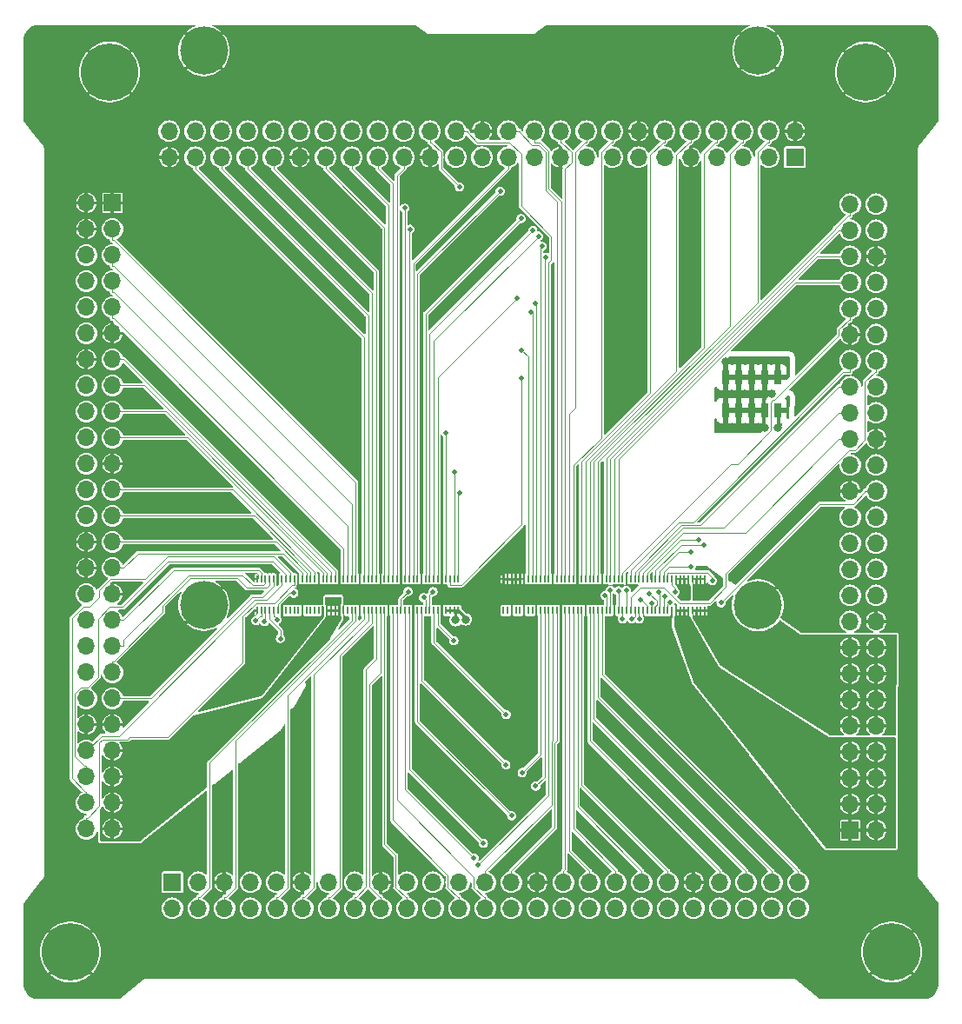
<source format=gbr>
%TF.GenerationSoftware,KiCad,Pcbnew,7.0.7*%
%TF.CreationDate,2024-02-27T20:23:58-08:00*%
%TF.ProjectId,PCBranch,50434272-616e-4636-982e-6b696361645f,rev?*%
%TF.SameCoordinates,Original*%
%TF.FileFunction,Copper,L1,Top*%
%TF.FilePolarity,Positive*%
%FSLAX46Y46*%
G04 Gerber Fmt 4.6, Leading zero omitted, Abs format (unit mm)*
G04 Created by KiCad (PCBNEW 7.0.7) date 2024-02-27 20:23:58*
%MOMM*%
%LPD*%
G01*
G04 APERTURE LIST*
%TA.AperFunction,ComponentPad*%
%ADD10C,5.600000*%
%TD*%
%TA.AperFunction,SMDPad,CuDef*%
%ADD11R,0.200000X0.700000*%
%TD*%
%TA.AperFunction,ComponentPad*%
%ADD12C,4.700000*%
%TD*%
%TA.AperFunction,SMDPad,CuDef*%
%ADD13R,0.740000X1.470000*%
%TD*%
%TA.AperFunction,ComponentPad*%
%ADD14O,1.700000X1.700000*%
%TD*%
%TA.AperFunction,ComponentPad*%
%ADD15R,1.700000X1.700000*%
%TD*%
%TA.AperFunction,ViaPad*%
%ADD16C,0.800000*%
%TD*%
%TA.AperFunction,ViaPad*%
%ADD17C,0.500000*%
%TD*%
%TA.AperFunction,Conductor*%
%ADD18C,0.090000*%
%TD*%
%TA.AperFunction,Conductor*%
%ADD19C,0.250000*%
%TD*%
G04 APERTURE END LIST*
D10*
%TO.P,H5,1,1*%
%TO.N,GND*%
X8890000Y-5080000D03*
%TD*%
%TO.P,H7,1,1*%
%TO.N,GND*%
X85090000Y-90810000D03*
%TD*%
D11*
%TO.P,J2,1,1*%
%TO.N,GPIO_LPSR_00*%
X42885000Y-54460000D03*
%TO.P,J2,2,2*%
%TO.N,VDD_3V3*%
X42885000Y-57540000D03*
%TO.P,J2,3,3*%
%TO.N,GPIO_LPSR_01*%
X42485000Y-54460000D03*
%TO.P,J2,4,4*%
%TO.N,VDD_3V3*%
X42485000Y-57540000D03*
%TO.P,J2,5,5*%
%TO.N,GPIO_LPSR_02*%
X42085000Y-54460000D03*
%TO.P,J2,6,6*%
%TO.N,VDD_3V3*%
X42085000Y-57540000D03*
%TO.P,J2,7,7*%
%TO.N,GPIO_LPSR_03*%
X41685000Y-54460000D03*
%TO.P,J2,8,8*%
%TO.N,VDD_3V3*%
X41685000Y-57540000D03*
%TO.P,J2,9,9*%
%TO.N,GND*%
X41285000Y-54460000D03*
%TO.P,J2,10,10*%
X41285000Y-57540000D03*
%TO.P,J2,11,11*%
%TO.N,GPIO_LPSR_04*%
X40885000Y-54460000D03*
%TO.P,J2,12,12*%
%TO.N,ONOFF*%
X40885000Y-57540000D03*
%TO.P,J2,13,13*%
%TO.N,GPIO_LPSR_05*%
X40485000Y-54460000D03*
%TO.P,J2,14,14*%
%TO.N,PMIC_STBY_REQ*%
X40485000Y-57540000D03*
%TO.P,J2,15,15*%
%TO.N,GPIO_LPSR_06*%
X40085000Y-54460000D03*
%TO.P,J2,16,16*%
%TO.N,WAKEUP*%
X40085000Y-57540000D03*
%TO.P,J2,17,17*%
%TO.N,GPIO_LPSR_07*%
X39685000Y-54460000D03*
%TO.P,J2,18,18*%
%TO.N,PMIC_ON_REQ*%
X39685000Y-57540000D03*
%TO.P,J2,19,19*%
%TO.N,GND*%
X39285000Y-54460000D03*
%TO.P,J2,20,20*%
%TO.N,DAC_OUT*%
X39285000Y-57540000D03*
%TO.P,J2,21,21*%
%TO.N,GPIO_LPSR_08*%
X38885000Y-54460000D03*
%TO.P,J2,22,22*%
%TO.N,EN_ADCS*%
X38885000Y-57540000D03*
%TO.P,J2,23,23*%
%TO.N,GPIO_LPSR_09*%
X38485000Y-54460000D03*
%TO.P,J2,24,24*%
%TO.N,GND*%
X38485000Y-57540000D03*
%TO.P,J2,25,25*%
%TO.N,GPIO_AD_00*%
X38085000Y-54460000D03*
%TO.P,J2,26,26*%
%TO.N,GPIO_SD_B1_00*%
X38085000Y-57540000D03*
%TO.P,J2,27,27*%
%TO.N,GPIO_AD_01*%
X37685000Y-54460000D03*
%TO.P,J2,28,28*%
%TO.N,GPIO_SD_B1_01*%
X37685000Y-57540000D03*
%TO.P,J2,29,29*%
%TO.N,GND*%
X37285000Y-54460000D03*
%TO.P,J2,30,30*%
%TO.N,GPIO_SD_B1_03*%
X37285000Y-57540000D03*
%TO.P,J2,31,31*%
%TO.N,GPIO_AD_02*%
X36885000Y-54460000D03*
%TO.P,J2,32,32*%
%TO.N,GPIO_SD_B1_04*%
X36885000Y-57540000D03*
%TO.P,J2,33,33*%
%TO.N,GPIO_AD_03*%
X36485000Y-54460000D03*
%TO.P,J2,34,34*%
%TO.N,GPIO_SD_B1_05*%
X36485000Y-57540000D03*
%TO.P,J2,35,35*%
%TO.N,GPIO_AD_04*%
X36085000Y-54460000D03*
%TO.P,J2,36,36*%
%TO.N,GND*%
X36085000Y-57540000D03*
%TO.P,J2,37,37*%
%TO.N,BT_CFG_IO_EN*%
X35685000Y-54460000D03*
%TO.P,J2,38,38*%
%TO.N,USDHC2_DATA3*%
X35685000Y-57540000D03*
%TO.P,J2,39,39*%
%TO.N,GND*%
X35285000Y-54460000D03*
%TO.P,J2,40,40*%
%TO.N,USDHC2_DATA2*%
X35285000Y-57540000D03*
%TO.P,J2,41,41*%
%TO.N,GPIO_AD_06*%
X34885000Y-54460000D03*
%TO.P,J2,42,42*%
%TO.N,USDHC2_DATA1*%
X34885000Y-57540000D03*
%TO.P,J2,43,43*%
%TO.N,GPIO_AD_07*%
X34485000Y-54460000D03*
%TO.P,J2,44,44*%
%TO.N,USDHC2_DATA0*%
X34485000Y-57540000D03*
%TO.P,J2,45,45*%
%TO.N,GPIO_AD_08*%
X34085000Y-54460000D03*
%TO.P,J2,46,46*%
%TO.N,USDHC2_CLK*%
X34085000Y-57540000D03*
%TO.P,J2,47,47*%
%TO.N,GPIO_AD_09*%
X33685000Y-54460000D03*
%TO.P,J2,48,48*%
%TO.N,USDHC2_CMD*%
X33685000Y-57540000D03*
%TO.P,J2,49,49*%
%TO.N,GND*%
X33285000Y-54460000D03*
%TO.P,J2,50,50*%
X33285000Y-57540000D03*
%TO.P,J2,51,51*%
%TO.N,GPIO_AD_10*%
X32885000Y-54460000D03*
%TO.P,J2,52,52*%
%TO.N,GPIO_EMC_B1_40*%
X32885000Y-57540000D03*
%TO.P,J2,53,53*%
%TO.N,GPIO_AD_11*%
X32485000Y-54460000D03*
%TO.P,J2,54,54*%
%TO.N,GPIO_EMC_B1_41*%
X32485000Y-57540000D03*
%TO.P,J2,55,55*%
%TO.N,GPIO_AD_12*%
X32085000Y-54460000D03*
%TO.P,J2,56,56*%
%TO.N,unconnected-(J2-Pad56)*%
X32085000Y-57540000D03*
%TO.P,J2,57,57*%
%TO.N,GPIO_AD_13*%
X31685000Y-54460000D03*
%TO.P,J2,58,58*%
%TO.N,GND*%
X31685000Y-57540000D03*
%TO.P,J2,59,59*%
X31285000Y-54460000D03*
%TO.P,J2,60,60*%
%TO.N,VDD_3V3_LP*%
X31285000Y-57540000D03*
%TO.P,J2,61,61*%
%TO.N,GPIO_AD_14*%
X30885000Y-54460000D03*
%TO.P,J2,62,62*%
%TO.N,VDD_3V3_LP*%
X30885000Y-57540000D03*
%TO.P,J2,63,63*%
%TO.N,GPIO_AD_15*%
X30485000Y-54460000D03*
%TO.P,J2,64,64*%
%TO.N,VDD_3V3_LP*%
X30485000Y-57540000D03*
%TO.P,J2,65,65*%
%TO.N,GPIO_AD_16*%
X30085000Y-54460000D03*
%TO.P,J2,66,66*%
%TO.N,VDD_3V3_LP*%
X30085000Y-57540000D03*
%TO.P,J2,67,67*%
%TO.N,GPIO_AD_17*%
X29685000Y-54460000D03*
%TO.P,J2,68,68*%
%TO.N,GND*%
X29685000Y-57540000D03*
%TO.P,J2,69,69*%
X29285000Y-54460000D03*
%TO.P,J2,70,70*%
%TO.N,unconnected-(J2-Pad70)*%
X29285000Y-57540000D03*
%TO.P,J2,71,71*%
%TO.N,GPIO_AD_18*%
X28885000Y-54460000D03*
%TO.P,J2,72,72*%
%TO.N,unconnected-(J2-Pad72)*%
X28885000Y-57540000D03*
%TO.P,J2,73,73*%
%TO.N,GPIO_AD_19*%
X28485000Y-54460000D03*
%TO.P,J2,74,74*%
%TO.N,unconnected-(J2-Pad74)*%
X28485000Y-57540000D03*
%TO.P,J2,75,75*%
%TO.N,GPIO_AD_20*%
X28085000Y-54460000D03*
%TO.P,J2,76,76*%
%TO.N,unconnected-(J2-Pad76)*%
X28085000Y-57540000D03*
%TO.P,J2,77,77*%
%TO.N,GPIO_AD_21*%
X27685000Y-54460000D03*
%TO.P,J2,78,78*%
%TO.N,GND*%
X27685000Y-57540000D03*
%TO.P,J2,79,79*%
X27285000Y-54460000D03*
%TO.P,J2,80,80*%
%TO.N,unconnected-(J2-Pad80)*%
X27285000Y-57540000D03*
%TO.P,J2,81,81*%
%TO.N,GPIO_AD_23*%
X26885000Y-54460000D03*
%TO.P,J2,82,82*%
%TO.N,unconnected-(J2-Pad82)*%
X26885000Y-57540000D03*
%TO.P,J2,83,83*%
%TO.N,GPIO_AD_22*%
X26485000Y-54460000D03*
%TO.P,J2,84,84*%
%TO.N,unconnected-(J2-Pad84)*%
X26485000Y-57540000D03*
%TO.P,J2,85,85*%
%TO.N,LPUART1_RX_BOOT*%
X26085000Y-54460000D03*
%TO.P,J2,86,86*%
%TO.N,unconnected-(J2-Pad86)*%
X26085000Y-57540000D03*
%TO.P,J2,87,87*%
%TO.N,GPIO_AD_26*%
X25685000Y-54460000D03*
%TO.P,J2,88,88*%
%TO.N,GND*%
X25685000Y-57540000D03*
%TO.P,J2,89,89*%
X25285000Y-54460000D03*
%TO.P,J2,90,90*%
%TO.N,GPIO_AD_31*%
X25285000Y-57540000D03*
%TO.P,J2,91,91*%
%TO.N,GPIO_AD_27*%
X24885000Y-54460000D03*
%TO.P,J2,92,92*%
%TO.N,GPIO_AD_32*%
X24885000Y-57540000D03*
%TO.P,J2,93,93*%
%TO.N,GPIO_AD_28*%
X24485000Y-54460000D03*
%TO.P,J2,94,94*%
%TO.N,GPIO_AD_33*%
X24485000Y-57540000D03*
%TO.P,J2,95,95*%
%TO.N,GPIO_AD_29*%
X24085000Y-54460000D03*
%TO.P,J2,96,96*%
%TO.N,GPIO_AD_34*%
X24085000Y-57540000D03*
%TO.P,J2,97,97*%
%TO.N,GPIO_AD_30*%
X23685000Y-54460000D03*
%TO.P,J2,98,98*%
%TO.N,GPIO_AD_35*%
X23685000Y-57540000D03*
%TO.P,J2,99,99*%
%TO.N,GND*%
X23285000Y-54460000D03*
%TO.P,J2,100,100*%
X23285000Y-57540000D03*
%TD*%
D12*
%TO.P,H3,1,1*%
%TO.N,GND*%
X72085000Y-57000000D03*
%TD*%
D10*
%TO.P,H8,1,1*%
%TO.N,GND*%
X5080000Y-90810000D03*
%TD*%
D12*
%TO.P,H2,1,1*%
%TO.N,GND*%
X72085000Y-3000000D03*
%TD*%
%TO.P,H4,1,1*%
%TO.N,GND*%
X18085000Y-57000000D03*
%TD*%
D11*
%TO.P,J3,1,1*%
%TO.N,VDD_3V3*%
X66885000Y-54460000D03*
%TO.P,J3,2,2*%
X66885000Y-57540000D03*
%TO.P,J3,3,3*%
X66485000Y-54460000D03*
%TO.P,J3,4,4*%
X66485000Y-57540000D03*
%TO.P,J3,5,5*%
X66085000Y-54460000D03*
%TO.P,J3,6,6*%
X66085000Y-57540000D03*
%TO.P,J3,7,7*%
X65685000Y-54460000D03*
%TO.P,J3,8,8*%
X65685000Y-57540000D03*
%TO.P,J3,9,9*%
%TO.N,VDD_1V8*%
X65285000Y-54460000D03*
%TO.P,J3,10,10*%
X65285000Y-57540000D03*
%TO.P,J3,11,11*%
X64885000Y-54460000D03*
%TO.P,J3,12,12*%
X64885000Y-57540000D03*
%TO.P,J3,13,13*%
X64485000Y-54460000D03*
%TO.P,J3,14,14*%
X64485000Y-57540000D03*
%TO.P,J3,15,15*%
X64085000Y-54460000D03*
%TO.P,J3,16,16*%
X64085000Y-57540000D03*
%TO.P,J3,17,17*%
%TO.N,GPIO_SNVS_00*%
X63685000Y-54460000D03*
%TO.P,J3,18,18*%
%TO.N,GND*%
X63685000Y-57540000D03*
%TO.P,J3,19,19*%
%TO.N,GPIO_SNVS_01*%
X63285000Y-54460000D03*
%TO.P,J3,20,20*%
%TO.N,GPIO_DISP_B1_00*%
X63285000Y-57540000D03*
%TO.P,J3,21,21*%
%TO.N,GPIO_SNVS_02*%
X62885000Y-54460000D03*
%TO.P,J3,22,22*%
%TO.N,GPIO_DISP_B1_01*%
X62885000Y-57540000D03*
%TO.P,J3,23,23*%
%TO.N,GPIO_SNVS_03*%
X62485000Y-54460000D03*
%TO.P,J3,24,24*%
%TO.N,GPIO_DISP_B1_02*%
X62485000Y-57540000D03*
%TO.P,J3,25,25*%
%TO.N,GPIO_SNVS_04*%
X62085000Y-54460000D03*
%TO.P,J3,26,26*%
%TO.N,GPIO_DISP_B1_03*%
X62085000Y-57540000D03*
%TO.P,J3,27,27*%
%TO.N,GND*%
X61685000Y-54460000D03*
%TO.P,J3,28,28*%
%TO.N,GPIO_DISP_B1_04*%
X61685000Y-57540000D03*
%TO.P,J3,29,29*%
%TO.N,GPIO_SNVS_05*%
X61285000Y-54460000D03*
%TO.P,J3,30,30*%
%TO.N,GPIO_DISP_B1_05*%
X61285000Y-57540000D03*
%TO.P,J3,31,31*%
%TO.N,GPIO_SNVS_06*%
X60885000Y-54460000D03*
%TO.P,J3,32,32*%
%TO.N,GND*%
X60885000Y-57540000D03*
%TO.P,J3,33,33*%
%TO.N,GPIO_SNVS_07*%
X60485000Y-54460000D03*
%TO.P,J3,34,34*%
%TO.N,GPIO_DISP_B1_06*%
X60485000Y-57540000D03*
%TO.P,J3,35,35*%
%TO.N,GPIO_SNVS_08*%
X60085000Y-54460000D03*
%TO.P,J3,36,36*%
%TO.N,GPIO_DISP_B1_07*%
X60085000Y-57540000D03*
%TO.P,J3,37,37*%
%TO.N,GPIO_SNVS_09*%
X59685000Y-54460000D03*
%TO.P,J3,38,38*%
%TO.N,GPIO_DISP_B1_08*%
X59685000Y-57540000D03*
%TO.P,J3,39,39*%
%TO.N,GND*%
X59285000Y-54460000D03*
%TO.P,J3,40,40*%
%TO.N,GPIO_DISP_B1_09*%
X59285000Y-57540000D03*
%TO.P,J3,41,41*%
%TO.N,GPIO_EMC_B2_00*%
X58885000Y-54460000D03*
%TO.P,J3,42,42*%
%TO.N,GPIO_DISP_B1_10*%
X58885000Y-57540000D03*
%TO.P,J3,43,43*%
%TO.N,GPIO_EMC_B2_01*%
X58485000Y-54460000D03*
%TO.P,J3,44,44*%
%TO.N,GPIO_DISP_B1_11*%
X58485000Y-57540000D03*
%TO.P,J3,45,45*%
%TO.N,GPIO_EMC_B2_02*%
X58085000Y-54460000D03*
%TO.P,J3,46,46*%
%TO.N,GND*%
X58085000Y-57540000D03*
%TO.P,J3,47,47*%
%TO.N,GPIO_EMC_B2_03*%
X57685000Y-54460000D03*
%TO.P,J3,48,48*%
%TO.N,GPIO_DISP_B2_00*%
X57685000Y-57540000D03*
%TO.P,J3,49,49*%
%TO.N,GPIO_EMC_B2_04*%
X57285000Y-54460000D03*
%TO.P,J3,50,50*%
%TO.N,GPIO_DISP_B2_01*%
X57285000Y-57540000D03*
%TO.P,J3,51,51*%
%TO.N,GND*%
X56885000Y-54460000D03*
%TO.P,J3,52,52*%
%TO.N,GPIO_DISP_B2_02*%
X56885000Y-57540000D03*
%TO.P,J3,53,53*%
%TO.N,GPIO_EMC_B2_05*%
X56485000Y-54460000D03*
%TO.P,J3,54,54*%
%TO.N,GPIO_DISP_B2_03*%
X56485000Y-57540000D03*
%TO.P,J3,55,55*%
%TO.N,GPIO_EMC_B2_06*%
X56085000Y-54460000D03*
%TO.P,J3,56,56*%
%TO.N,GPIO_DISP_B2_04*%
X56085000Y-57540000D03*
%TO.P,J3,57,57*%
%TO.N,GPIO_EMC_B2_07*%
X55685000Y-54460000D03*
%TO.P,J3,58,58*%
%TO.N,GPIO_DISP_B2_05*%
X55685000Y-57540000D03*
%TO.P,J3,59,59*%
%TO.N,GPIO_EMC_B2_08*%
X55285000Y-54460000D03*
%TO.P,J3,60,60*%
%TO.N,GND*%
X55285000Y-57540000D03*
%TO.P,J3,61,61*%
%TO.N,GPIO_EMC_B2_09*%
X54885000Y-54460000D03*
%TO.P,J3,62,62*%
%TO.N,GPIO_DISP_B2_06*%
X54885000Y-57540000D03*
%TO.P,J3,63,63*%
%TO.N,GND*%
X54485000Y-54460000D03*
%TO.P,J3,64,64*%
%TO.N,GPIO_DISP_B2_07*%
X54485000Y-57540000D03*
%TO.P,J3,65,65*%
%TO.N,GPIO_EMC_B2_10*%
X54085000Y-54460000D03*
%TO.P,J3,66,66*%
%TO.N,GPIO_DISP_B2_08*%
X54085000Y-57540000D03*
%TO.P,J3,67,67*%
%TO.N,GPIO_EMC_B2_11*%
X53685000Y-54460000D03*
%TO.P,J3,68,68*%
%TO.N,GPIO_DISP_B2_09*%
X53685000Y-57540000D03*
%TO.P,J3,69,69*%
%TO.N,GPIO_EMC_B2_12*%
X53285000Y-54460000D03*
%TO.P,J3,70,70*%
%TO.N,GPIO_DISP_B2_10*%
X53285000Y-57540000D03*
%TO.P,J3,71,71*%
%TO.N,GPIO_EMC_B2_13*%
X52885000Y-54460000D03*
%TO.P,J3,72,72*%
%TO.N,GND*%
X52885000Y-57540000D03*
%TO.P,J3,73,73*%
%TO.N,GPIO_EMC_B2_14*%
X52485000Y-54460000D03*
%TO.P,J3,74,74*%
%TO.N,GPIO_DISP_B2_11*%
X52485000Y-57540000D03*
%TO.P,J3,75,75*%
%TO.N,GND*%
X52085000Y-54460000D03*
%TO.P,J3,76,76*%
%TO.N,GPIO_DISP_B2_12*%
X52085000Y-57540000D03*
%TO.P,J3,77,77*%
%TO.N,GPIO_EMC_B2_15*%
X51685000Y-54460000D03*
%TO.P,J3,78,78*%
%TO.N,GPIO_DISP_B2_13*%
X51685000Y-57540000D03*
%TO.P,J3,79,79*%
%TO.N,GPIO_EMC_B2_16*%
X51285000Y-54460000D03*
%TO.P,J3,80,80*%
%TO.N,GPIO_DISP_B2_14*%
X51285000Y-57540000D03*
%TO.P,J3,81,81*%
%TO.N,GPIO_EMC_B2_17*%
X50885000Y-54460000D03*
%TO.P,J3,82,82*%
%TO.N,GPIO_DISP_B2_15*%
X50885000Y-57540000D03*
%TO.P,J3,83,83*%
%TO.N,GPIO_EMC_B2_18*%
X50485000Y-54460000D03*
%TO.P,J3,84,84*%
%TO.N,GND*%
X50485000Y-57540000D03*
%TO.P,J3,85,85*%
%TO.N,GPIO_EMC_B2_19*%
X50085000Y-54460000D03*
%TO.P,J3,86,86*%
%TO.N,unconnected-(J3-Pad86)*%
X50085000Y-57540000D03*
%TO.P,J3,87,87*%
%TO.N,GPIO_EMC_B2_20*%
X49685000Y-54460000D03*
%TO.P,J3,88,88*%
%TO.N,unconnected-(J3-Pad88)*%
X49685000Y-57540000D03*
%TO.P,J3,89,89*%
%TO.N,GND*%
X49285000Y-54460000D03*
%TO.P,J3,90,90*%
X49285000Y-57540000D03*
%TO.P,J3,91,91*%
X48885000Y-54460000D03*
%TO.P,J3,92,92*%
%TO.N,unconnected-(J3-Pad92)*%
X48885000Y-57540000D03*
%TO.P,J3,93,93*%
%TO.N,GND*%
X48485000Y-54460000D03*
%TO.P,J3,94,94*%
%TO.N,unconnected-(J3-Pad94)*%
X48485000Y-57540000D03*
%TO.P,J3,95,95*%
%TO.N,GND*%
X48085000Y-54460000D03*
%TO.P,J3,96,96*%
X48085000Y-57540000D03*
%TO.P,J3,97,97*%
X47685000Y-54460000D03*
%TO.P,J3,98,98*%
%TO.N,unconnected-(J3-Pad98)*%
X47685000Y-57540000D03*
%TO.P,J3,99,99*%
%TO.N,GND*%
X47285000Y-54460000D03*
%TO.P,J3,100,100*%
%TO.N,unconnected-(J3-Pad100)*%
X47285000Y-57540000D03*
%TD*%
D10*
%TO.P,H6,1,1*%
%TO.N,GND*%
X82550000Y-5080000D03*
%TD*%
D12*
%TO.P,H1,1,1*%
%TO.N,GND*%
X18085000Y-3000000D03*
%TD*%
D13*
%TO.P,J1,01,01*%
%TO.N,VSYS*%
X73995000Y-38047000D03*
%TO.P,J1,02,02*%
X73995000Y-34817000D03*
%TO.P,J1,03,03*%
X72725000Y-38047000D03*
%TO.P,J1,04,04*%
X72725000Y-34817000D03*
%TO.P,J1,05,05*%
X71455000Y-38047000D03*
%TO.P,J1,06,06*%
X71455000Y-34817000D03*
%TO.P,J1,07,07*%
X70185000Y-38047000D03*
%TO.P,J1,08,08*%
X70185000Y-34817000D03*
%TO.P,J1,09,09*%
X68915000Y-38047000D03*
%TO.P,J1,10,10*%
X68915000Y-34817000D03*
%TD*%
D14*
%TO.P,J5,50,Pin_50*%
%TO.N,VSYS*%
X14700000Y-10840000D03*
%TO.P,J5,49,Pin_49*%
%TO.N,GND*%
X14700000Y-13380000D03*
%TO.P,J5,48,Pin_48*%
%TO.N,VSYS*%
X17240000Y-10840000D03*
%TO.P,J5,47,Pin_47*%
%TO.N,GPIO_AD_09*%
X17240000Y-13380000D03*
%TO.P,J5,46,Pin_46*%
%TO.N,VSYS*%
X19780000Y-10840000D03*
%TO.P,J5,45,Pin_45*%
%TO.N,GPIO_AD_08*%
X19780000Y-13380000D03*
%TO.P,J5,44,Pin_44*%
%TO.N,VSYS*%
X22320000Y-10840000D03*
%TO.P,J5,43,Pin_43*%
%TO.N,GPIO_AD_07*%
X22320000Y-13380000D03*
%TO.P,J5,42,Pin_42*%
%TO.N,VSYS*%
X24860000Y-10840000D03*
%TO.P,J5,41,Pin_41*%
%TO.N,GPIO_AD_06*%
X24860000Y-13380000D03*
%TO.P,J5,40,Pin_40*%
%TO.N,VSYS*%
X27400000Y-10840000D03*
%TO.P,J5,39,Pin_39*%
%TO.N,GND*%
X27400000Y-13380000D03*
%TO.P,J5,38,Pin_38*%
%TO.N,GPIO_EMC_B2_20*%
X29940000Y-10840000D03*
%TO.P,J5,37,Pin_37*%
%TO.N,BT_CFG_IO_EN*%
X29940000Y-13380000D03*
%TO.P,J5,36,Pin_36*%
%TO.N,GPIO_EMC_B2_19*%
X32480000Y-10840000D03*
%TO.P,J5,35,Pin_35*%
%TO.N,GPIO_AD_04*%
X32480000Y-13380000D03*
%TO.P,J5,34,Pin_34*%
%TO.N,GPIO_EMC_B2_18*%
X35020000Y-10840000D03*
%TO.P,J5,33,Pin_33*%
%TO.N,GPIO_AD_03*%
X35020000Y-13380000D03*
%TO.P,J5,32,Pin_32*%
%TO.N,GPIO_EMC_B2_17*%
X37560000Y-10840000D03*
%TO.P,J5,31,Pin_31*%
%TO.N,GPIO_AD_02*%
X37560000Y-13380000D03*
%TO.P,J5,30,Pin_30*%
%TO.N,GPIO_EMC_B2_16*%
X40100000Y-10840000D03*
%TO.P,J5,29,Pin_29*%
%TO.N,GND*%
X40100000Y-13380000D03*
%TO.P,J5,28,Pin_28*%
%TO.N,GPIO_EMC_B2_15*%
X42640000Y-10840000D03*
%TO.P,J5,27,Pin_27*%
%TO.N,GPIO_AD_01*%
X42640000Y-13380000D03*
%TO.P,J5,26,Pin_26*%
%TO.N,GND*%
X45180000Y-10840000D03*
%TO.P,J5,25,Pin_25*%
%TO.N,GPIO_AD_00*%
X45180000Y-13380000D03*
%TO.P,J5,24,Pin_24*%
%TO.N,GPIO_EMC_B2_14*%
X47720000Y-10840000D03*
%TO.P,J5,23,Pin_23*%
%TO.N,GPIO_LPSR_09*%
X47720000Y-13380000D03*
%TO.P,J5,22,Pin_22*%
%TO.N,GPIO_EMC_B2_13*%
X50260000Y-10840000D03*
%TO.P,J5,21,Pin_21*%
%TO.N,GPIO_LPSR_08*%
X50260000Y-13380000D03*
%TO.P,J5,20,Pin_20*%
%TO.N,GPIO_EMC_B2_12*%
X52800000Y-10840000D03*
%TO.P,J5,19,Pin_19*%
%TO.N,GND*%
X52800000Y-13380000D03*
%TO.P,J5,18,Pin_18*%
%TO.N,GPIO_EMC_B2_11*%
X55340000Y-10840000D03*
%TO.P,J5,17,Pin_17*%
%TO.N,GPIO_LPSR_07*%
X55340000Y-13380000D03*
%TO.P,J5,16,Pin_16*%
%TO.N,GPIO_EMC_B2_10*%
X57880000Y-10840000D03*
%TO.P,J5,15,Pin_15*%
%TO.N,GPIO_LPSR_06*%
X57880000Y-13380000D03*
%TO.P,J5,14,Pin_14*%
%TO.N,GND*%
X60420000Y-10840000D03*
%TO.P,J5,13,Pin_13*%
%TO.N,GPIO_LPSR_05*%
X60420000Y-13380000D03*
%TO.P,J5,12,Pin_12*%
%TO.N,GPIO_EMC_B2_09*%
X62960000Y-10840000D03*
%TO.P,J5,11,Pin_11*%
%TO.N,GPIO_LPSR_04*%
X62960000Y-13380000D03*
%TO.P,J5,10,Pin_10*%
%TO.N,GPIO_EMC_B2_08*%
X65500000Y-10840000D03*
%TO.P,J5,9,Pin_9*%
%TO.N,GND*%
X65500000Y-13380000D03*
%TO.P,J5,8,Pin_8*%
%TO.N,GPIO_EMC_B2_07*%
X68040000Y-10840000D03*
%TO.P,J5,7,Pin_7*%
%TO.N,GPIO_LPSR_03*%
X68040000Y-13380000D03*
%TO.P,J5,6,Pin_6*%
%TO.N,GPIO_EMC_B2_06*%
X70580000Y-10840000D03*
%TO.P,J5,5,Pin_5*%
%TO.N,GPIO_LPSR_02*%
X70580000Y-13380000D03*
%TO.P,J5,4,Pin_4*%
%TO.N,GPIO_EMC_B2_05*%
X73120000Y-10840000D03*
%TO.P,J5,3,Pin_3*%
%TO.N,GPIO_LPSR_01*%
X73120000Y-13380000D03*
%TO.P,J5,2,Pin_2*%
%TO.N,GND*%
X75660000Y-10840000D03*
D15*
%TO.P,J5,1,Pin_1*%
%TO.N,GPIO_LPSR_00*%
X75660000Y-13380000D03*
%TD*%
D14*
%TO.P,J4,50,Pin_50*%
%TO.N,GPIO_AD_23*%
X6640000Y-78800000D03*
%TO.P,J4,49,Pin_49*%
%TO.N,VDD_3V3_LP*%
X9180000Y-78800000D03*
%TO.P,J4,48,Pin_48*%
%TO.N,GPIO_AD_22*%
X6640000Y-76260000D03*
%TO.P,J4,47,Pin_47*%
%TO.N,VDD_3V3_LP*%
X9180000Y-76260000D03*
%TO.P,J4,46,Pin_46*%
%TO.N,LPUART1_RX_BOOT*%
X6640000Y-73720000D03*
%TO.P,J4,45,Pin_45*%
%TO.N,VDD_3V3_LP*%
X9180000Y-73720000D03*
%TO.P,J4,44,Pin_44*%
%TO.N,GPIO_AD_26*%
X6640000Y-71180000D03*
%TO.P,J4,43,Pin_43*%
%TO.N,VDD_3V3_LP*%
X9180000Y-71180000D03*
%TO.P,J4,42,Pin_42*%
%TO.N,GND*%
X6640000Y-68640000D03*
%TO.P,J4,41,Pin_41*%
X9180000Y-68640000D03*
%TO.P,J4,40,Pin_40*%
%TO.N,GPIO_AD_35*%
X6640000Y-66100000D03*
%TO.P,J4,39,Pin_39*%
%TO.N,GPIO_AD_27*%
X9180000Y-66100000D03*
%TO.P,J4,38,Pin_38*%
%TO.N,GPIO_AD_34*%
X6640000Y-63560000D03*
%TO.P,J4,37,Pin_37*%
%TO.N,GPIO_AD_28*%
X9180000Y-63560000D03*
%TO.P,J4,36,Pin_36*%
%TO.N,GPIO_AD_33*%
X6640000Y-61020000D03*
%TO.P,J4,35,Pin_35*%
%TO.N,GPIO_AD_29*%
X9180000Y-61020000D03*
%TO.P,J4,34,Pin_34*%
%TO.N,GPIO_AD_32*%
X6640000Y-58480000D03*
%TO.P,J4,33,Pin_33*%
%TO.N,GPIO_AD_30*%
X9180000Y-58480000D03*
%TO.P,J4,32,Pin_32*%
%TO.N,GPIO_AD_31*%
X6640000Y-55940000D03*
%TO.P,J4,31,Pin_31*%
%TO.N,GND*%
X9180000Y-55940000D03*
%TO.P,J4,30,Pin_30*%
X6640000Y-53400000D03*
%TO.P,J4,29,Pin_29*%
%TO.N,GPIO_AD_21*%
X9180000Y-53400000D03*
%TO.P,J4,28,Pin_28*%
%TO.N,GND*%
X6640000Y-50860000D03*
%TO.P,J4,27,Pin_27*%
%TO.N,GPIO_AD_20*%
X9180000Y-50860000D03*
%TO.P,J4,26,Pin_26*%
%TO.N,VSYS*%
X6640000Y-48320000D03*
%TO.P,J4,25,Pin_25*%
%TO.N,GPIO_AD_19*%
X9180000Y-48320000D03*
%TO.P,J4,24,Pin_24*%
%TO.N,VSYS*%
X6640000Y-45780000D03*
%TO.P,J4,23,Pin_23*%
%TO.N,GPIO_AD_18*%
X9180000Y-45780000D03*
%TO.P,J4,22,Pin_22*%
%TO.N,VSYS*%
X6640000Y-43240000D03*
%TO.P,J4,21,Pin_21*%
%TO.N,GND*%
X9180000Y-43240000D03*
%TO.P,J4,20,Pin_20*%
%TO.N,VSYS*%
X6640000Y-40700000D03*
%TO.P,J4,19,Pin_19*%
%TO.N,GPIO_AD_17*%
X9180000Y-40700000D03*
%TO.P,J4,18,Pin_18*%
%TO.N,VSYS*%
X6640000Y-38160000D03*
%TO.P,J4,17,Pin_17*%
%TO.N,GPIO_AD_16*%
X9180000Y-38160000D03*
%TO.P,J4,16,Pin_16*%
%TO.N,VSYS*%
X6640000Y-35620000D03*
%TO.P,J4,15,Pin_15*%
%TO.N,GPIO_AD_15*%
X9180000Y-35620000D03*
%TO.P,J4,14,Pin_14*%
%TO.N,GND*%
X6640000Y-33080000D03*
%TO.P,J4,13,Pin_13*%
%TO.N,GPIO_AD_14*%
X9180000Y-33080000D03*
%TO.P,J4,12,Pin_12*%
%TO.N,VSYS*%
X6640000Y-30540000D03*
%TO.P,J4,11,Pin_11*%
%TO.N,GND*%
X9180000Y-30540000D03*
%TO.P,J4,10,Pin_10*%
%TO.N,VSYS*%
X6640000Y-28000000D03*
%TO.P,J4,9,Pin_9*%
%TO.N,GPIO_AD_13*%
X9180000Y-28000000D03*
%TO.P,J4,8,Pin_8*%
%TO.N,VSYS*%
X6640000Y-25460000D03*
%TO.P,J4,7,Pin_7*%
%TO.N,GPIO_AD_12*%
X9180000Y-25460000D03*
%TO.P,J4,6,Pin_6*%
%TO.N,VSYS*%
X6640000Y-22920000D03*
%TO.P,J4,5,Pin_5*%
%TO.N,GPIO_AD_11*%
X9180000Y-22920000D03*
%TO.P,J4,4,Pin_4*%
%TO.N,GND*%
X6640000Y-20380000D03*
%TO.P,J4,3,Pin_3*%
%TO.N,GPIO_AD_10*%
X9180000Y-20380000D03*
%TO.P,J4,2,Pin_2*%
%TO.N,GND*%
X6640000Y-17840000D03*
D15*
%TO.P,J4,1,Pin_1*%
X9180000Y-17840000D03*
%TD*%
D14*
%TO.P,J6,50,Pin_50*%
%TO.N,GPIO_DISP_B2_01*%
X83600000Y-17960000D03*
%TO.P,J6,49,Pin_49*%
%TO.N,GPIO_EMC_B2_04*%
X81060000Y-17960000D03*
%TO.P,J6,48,Pin_48*%
%TO.N,GPIO_DISP_B2_00*%
X83600000Y-20500000D03*
%TO.P,J6,47,Pin_47*%
%TO.N,GPIO_EMC_B2_03*%
X81060000Y-20500000D03*
%TO.P,J6,46,Pin_46*%
%TO.N,GND*%
X83600000Y-23040000D03*
%TO.P,J6,45,Pin_45*%
%TO.N,GPIO_EMC_B2_02*%
X81060000Y-23040000D03*
%TO.P,J6,44,Pin_44*%
%TO.N,GPIO_DISP_B1_11*%
X83600000Y-25580000D03*
%TO.P,J6,43,Pin_43*%
%TO.N,GPIO_EMC_B2_01*%
X81060000Y-25580000D03*
%TO.P,J6,42,Pin_42*%
%TO.N,GPIO_DISP_B1_10*%
X83600000Y-28120000D03*
%TO.P,J6,41,Pin_41*%
%TO.N,GPIO_EMC_B2_00*%
X81060000Y-28120000D03*
%TO.P,J6,40,Pin_40*%
%TO.N,GPIO_DISP_B1_09*%
X83600000Y-30660000D03*
%TO.P,J6,39,Pin_39*%
%TO.N,GND*%
X81060000Y-30660000D03*
%TO.P,J6,38,Pin_38*%
%TO.N,GPIO_DISP_B1_08*%
X83600000Y-33200000D03*
%TO.P,J6,37,Pin_37*%
%TO.N,GPIO_SNVS_09*%
X81060000Y-33200000D03*
%TO.P,J6,36,Pin_36*%
%TO.N,GPIO_DISP_B1_07*%
X83600000Y-35740000D03*
%TO.P,J6,35,Pin_35*%
%TO.N,GPIO_SNVS_08*%
X81060000Y-35740000D03*
%TO.P,J6,34,Pin_34*%
%TO.N,GPIO_DISP_B1_06*%
X83600000Y-38280000D03*
%TO.P,J6,33,Pin_33*%
%TO.N,GPIO_SNVS_07*%
X81060000Y-38280000D03*
%TO.P,J6,32,Pin_32*%
%TO.N,GND*%
X83600000Y-40820000D03*
%TO.P,J6,31,Pin_31*%
%TO.N,GPIO_SNVS_06*%
X81060000Y-40820000D03*
%TO.P,J6,30,Pin_30*%
%TO.N,GPIO_DISP_B1_05*%
X83600000Y-43360000D03*
%TO.P,J6,29,Pin_29*%
%TO.N,GPIO_SNVS_05*%
X81060000Y-43360000D03*
%TO.P,J6,28,Pin_28*%
%TO.N,GPIO_DISP_B1_04*%
X83600000Y-45900000D03*
%TO.P,J6,27,Pin_27*%
%TO.N,GND*%
X81060000Y-45900000D03*
%TO.P,J6,26,Pin_26*%
%TO.N,GPIO_DISP_B1_03*%
X83600000Y-48440000D03*
%TO.P,J6,25,Pin_25*%
%TO.N,GPIO_SNVS_04*%
X81060000Y-48440000D03*
%TO.P,J6,24,Pin_24*%
%TO.N,GPIO_DISP_B1_02*%
X83600000Y-50980000D03*
%TO.P,J6,23,Pin_23*%
%TO.N,GPIO_SNVS_03*%
X81060000Y-50980000D03*
%TO.P,J6,22,Pin_22*%
%TO.N,GPIO_DISP_B1_01*%
X83600000Y-53520000D03*
%TO.P,J6,21,Pin_21*%
%TO.N,GPIO_SNVS_02*%
X81060000Y-53520000D03*
%TO.P,J6,20,Pin_20*%
%TO.N,GPIO_DISP_B1_00*%
X83600000Y-56060000D03*
%TO.P,J6,19,Pin_19*%
%TO.N,GPIO_SNVS_01*%
X81060000Y-56060000D03*
%TO.P,J6,18,Pin_18*%
%TO.N,GND*%
X83600000Y-58600000D03*
%TO.P,J6,17,Pin_17*%
%TO.N,GPIO_SNVS_00*%
X81060000Y-58600000D03*
%TO.P,J6,16,Pin_16*%
%TO.N,VDD_3V3*%
X83600000Y-61140000D03*
%TO.P,J6,15,Pin_15*%
X81060000Y-61140000D03*
%TO.P,J6,14,Pin_14*%
X83600000Y-63680000D03*
%TO.P,J6,13,Pin_13*%
X81060000Y-63680000D03*
%TO.P,J6,12,Pin_12*%
X83600000Y-66220000D03*
%TO.P,J6,11,Pin_11*%
X81060000Y-66220000D03*
%TO.P,J6,10,Pin_10*%
X83600000Y-68760000D03*
%TO.P,J6,9,Pin_9*%
X81060000Y-68760000D03*
%TO.P,J6,8,Pin_8*%
%TO.N,VDD_1V8*%
X83600000Y-71300000D03*
%TO.P,J6,7,Pin_7*%
X81060000Y-71300000D03*
%TO.P,J6,6,Pin_6*%
X83600000Y-73840000D03*
%TO.P,J6,5,Pin_5*%
X81060000Y-73840000D03*
%TO.P,J6,4,Pin_4*%
X83600000Y-76380000D03*
%TO.P,J6,3,Pin_3*%
X81060000Y-76380000D03*
%TO.P,J6,2,Pin_2*%
X83600000Y-78920000D03*
D15*
%TO.P,J6,1,Pin_1*%
X81060000Y-78920000D03*
%TD*%
D14*
%TO.P,J7,50,Pin_50*%
%TO.N,Net-(J7-Pin_2)*%
X75980000Y-86540000D03*
%TO.P,J7,49,Pin_49*%
%TO.N,GPIO_DISP_B2_02*%
X75980000Y-84000000D03*
%TO.P,J7,48,Pin_48*%
%TO.N,Net-(J7-Pin_2)*%
X73440000Y-86540000D03*
%TO.P,J7,47,Pin_47*%
%TO.N,GPIO_DISP_B2_03*%
X73440000Y-84000000D03*
%TO.P,J7,46,Pin_46*%
%TO.N,ONOFF*%
X70900000Y-86540000D03*
%TO.P,J7,45,Pin_45*%
%TO.N,GPIO_DISP_B2_04*%
X70900000Y-84000000D03*
%TO.P,J7,44,Pin_44*%
%TO.N,PMIC_STBY_REQ*%
X68360000Y-86540000D03*
%TO.P,J7,43,Pin_43*%
%TO.N,GPIO_DISP_B2_05*%
X68360000Y-84000000D03*
%TO.P,J7,42,Pin_42*%
%TO.N,WAKEUP*%
X65820000Y-86540000D03*
%TO.P,J7,41,Pin_41*%
%TO.N,GND*%
X65820000Y-84000000D03*
%TO.P,J7,40,Pin_40*%
%TO.N,PMIC_ON_REQ*%
X63280000Y-86540000D03*
%TO.P,J7,39,Pin_39*%
%TO.N,GPIO_DISP_B2_06*%
X63280000Y-84000000D03*
%TO.P,J7,38,Pin_38*%
%TO.N,DAC_OUT*%
X60740000Y-86540000D03*
%TO.P,J7,37,Pin_37*%
%TO.N,GPIO_DISP_B2_07*%
X60740000Y-84000000D03*
%TO.P,J7,36,Pin_36*%
%TO.N,EN_ADCS*%
X58200000Y-86540000D03*
%TO.P,J7,35,Pin_35*%
%TO.N,GPIO_DISP_B2_08*%
X58200000Y-84000000D03*
%TO.P,J7,34,Pin_34*%
%TO.N,Net-(J7-Pin_2)*%
X55660000Y-86540000D03*
%TO.P,J7,33,Pin_33*%
%TO.N,GPIO_DISP_B2_09*%
X55660000Y-84000000D03*
%TO.P,J7,32,Pin_32*%
%TO.N,GPIO_SD_B1_00*%
X53120000Y-86540000D03*
%TO.P,J7,31,Pin_31*%
%TO.N,GPIO_DISP_B2_10*%
X53120000Y-84000000D03*
%TO.P,J7,30,Pin_30*%
%TO.N,GPIO_SD_B1_01*%
X50580000Y-86540000D03*
%TO.P,J7,29,Pin_29*%
%TO.N,GND*%
X50580000Y-84000000D03*
%TO.P,J7,28,Pin_28*%
%TO.N,GPIO_SD_B1_03*%
X48040000Y-86540000D03*
%TO.P,J7,27,Pin_27*%
%TO.N,GPIO_DISP_B2_11*%
X48040000Y-84000000D03*
%TO.P,J7,26,Pin_26*%
%TO.N,GPIO_SD_B1_04*%
X45500000Y-86540000D03*
%TO.P,J7,25,Pin_25*%
%TO.N,GPIO_DISP_B2_12*%
X45500000Y-84000000D03*
%TO.P,J7,24,Pin_24*%
%TO.N,GPIO_SD_B1_05*%
X42960000Y-86540000D03*
%TO.P,J7,23,Pin_23*%
%TO.N,GPIO_DISP_B2_13*%
X42960000Y-84000000D03*
%TO.P,J7,22,Pin_22*%
%TO.N,Net-(J7-Pin_2)*%
X40420000Y-86540000D03*
%TO.P,J7,21,Pin_21*%
%TO.N,GPIO_DISP_B2_14*%
X40420000Y-84000000D03*
%TO.P,J7,20,Pin_20*%
%TO.N,USDHC2_DATA3*%
X37880000Y-86540000D03*
%TO.P,J7,19,Pin_19*%
%TO.N,GPIO_DISP_B2_15*%
X37880000Y-84000000D03*
%TO.P,J7,18,Pin_18*%
%TO.N,USDHC2_DATA2*%
X35340000Y-86540000D03*
%TO.P,J7,17,Pin_17*%
%TO.N,GND*%
X35340000Y-84000000D03*
%TO.P,J7,16,Pin_16*%
%TO.N,USDHC2_DATA1*%
X32800000Y-86540000D03*
%TO.P,J7,15,Pin_15*%
%TO.N,unconnected-(J7-Pin_15-Pad15)*%
X32800000Y-84000000D03*
%TO.P,J7,14,Pin_14*%
%TO.N,USDHC2_DATA0*%
X30260000Y-86540000D03*
%TO.P,J7,13,Pin_13*%
%TO.N,unconnected-(J7-Pin_13-Pad13)*%
X30260000Y-84000000D03*
%TO.P,J7,12,Pin_12*%
%TO.N,USDHC2_CLK*%
X27720000Y-86540000D03*
%TO.P,J7,11,Pin_11*%
%TO.N,GND*%
X27720000Y-84000000D03*
%TO.P,J7,10,Pin_10*%
%TO.N,USDHC2_CMD*%
X25180000Y-86540000D03*
%TO.P,J7,9,Pin_9*%
%TO.N,unconnected-(J7-Pin_9-Pad9)*%
X25180000Y-84000000D03*
%TO.P,J7,8,Pin_8*%
%TO.N,Net-(J7-Pin_2)*%
X22640000Y-86540000D03*
%TO.P,J7,7,Pin_7*%
%TO.N,unconnected-(J7-Pin_7-Pad7)*%
X22640000Y-84000000D03*
%TO.P,J7,6,Pin_6*%
%TO.N,GPIO_EMC_B1_40*%
X20100000Y-86540000D03*
%TO.P,J7,5,Pin_5*%
%TO.N,GND*%
X20100000Y-84000000D03*
%TO.P,J7,4,Pin_4*%
%TO.N,GPIO_EMC_B1_41*%
X17560000Y-86540000D03*
%TO.P,J7,3,Pin_3*%
%TO.N,unconnected-(J7-Pin_3-Pad3)*%
X17560000Y-84000000D03*
%TO.P,J7,2,Pin_2*%
%TO.N,Net-(J7-Pin_2)*%
X15020000Y-86540000D03*
D15*
%TO.P,J7,1,Pin_1*%
%TO.N,unconnected-(J7-Pin_1-Pad1)*%
X15020000Y-84000000D03*
%TD*%
D16*
%TO.N,GND*%
X5250000Y-12650000D03*
X76350000Y-53900000D03*
X62300000Y-65850000D03*
X67350000Y-71450000D03*
X84000000Y-84450000D03*
X72300000Y-91050000D03*
X66050000Y-91050000D03*
X56600000Y-91050000D03*
X49550000Y-91050000D03*
X44100000Y-91100000D03*
X12950000Y-90550000D03*
X17100000Y-90550000D03*
X23750000Y-90550000D03*
X32150000Y-90450000D03*
X32700000Y-74700000D03*
X38050000Y-81300000D03*
X27450000Y-74500000D03*
X24000000Y-78500000D03*
X15100000Y-80600000D03*
X9400000Y-84150000D03*
X23050000Y-7800000D03*
X9650000Y-11400000D03*
X81550000Y-11850000D03*
X65950000Y-6800000D03*
X61050000Y-6800000D03*
X53350000Y-6800000D03*
X47400000Y-6800000D03*
X41650000Y-6800000D03*
X34150000Y-6800000D03*
X27400000Y-6300000D03*
X28300000Y-32700000D03*
X26300000Y-29800000D03*
X23050000Y-26700000D03*
X19700000Y-22900000D03*
X17000000Y-20000000D03*
D17*
%TO.N,GPIO_DISP_B1_04*%
X61700000Y-56800000D03*
D16*
%TO.N,VSYS*%
X72100000Y-36400000D03*
X68900000Y-33300000D03*
X68900000Y-39700000D03*
X74000000Y-33300000D03*
X70800000Y-36400000D03*
X69500000Y-36400000D03*
X70200000Y-33300000D03*
X72700000Y-39700000D03*
X73400000Y-36400000D03*
X72700000Y-33300000D03*
X74000000Y-39700000D03*
X71500000Y-33300000D03*
X71500000Y-39700000D03*
X70200000Y-39700000D03*
D17*
%TO.N,GPIO_LPSR_00*%
X42990400Y-46048000D03*
D16*
%TO.N,VDD_3V3*%
X67400000Y-55600000D03*
X66300000Y-55800000D03*
X43600000Y-58400000D03*
X68200000Y-60000000D03*
X42621581Y-58478419D03*
X67600000Y-58900000D03*
D17*
%TO.N,GPIO_LPSR_01*%
X42485000Y-44015000D03*
%TO.N,GPIO_LPSR_02*%
X49061300Y-34898700D03*
%TO.N,ONOFF*%
X42435600Y-60471600D03*
%TO.N,GPIO_LPSR_03*%
X41685000Y-40233000D03*
%TO.N,PMIC_STBY_REQ*%
X47528800Y-67655100D03*
%TO.N,WAKEUP*%
X40403800Y-55690400D03*
%TO.N,GPIO_LPSR_04*%
X48584800Y-27098100D03*
%TO.N,PMIC_ON_REQ*%
X39510000Y-56278300D03*
%TO.N,GPIO_LPSR_05*%
X50700400Y-21078000D03*
%TO.N,DAC_OUT*%
X47502700Y-72556900D03*
%TO.N,GPIO_LPSR_06*%
X50126100Y-20503700D03*
%TO.N,EN_ADCS*%
X48072100Y-77526700D03*
%TO.N,GPIO_LPSR_07*%
X48990300Y-19358100D03*
%TO.N,GPIO_SD_B1_00*%
X45322300Y-80210700D03*
%TO.N,GPIO_LPSR_08*%
X46958300Y-16681700D03*
%TO.N,GPIO_SD_B1_01*%
X44399400Y-81654300D03*
%TO.N,GPIO_SD_B1_03*%
X37980900Y-55688800D03*
%TO.N,GPIO_AD_00*%
X38171000Y-20389000D03*
%TO.N,GPIO_AD_01*%
X37673200Y-18346900D03*
%TO.N,GPIO_AD_31*%
X26848800Y-55834700D03*
%TO.N,GPIO_AD_32*%
X25222700Y-58423000D03*
%TO.N,GPIO_AD_33*%
X25546300Y-60263400D03*
%TO.N,GPIO_AD_34*%
X23994600Y-58607800D03*
%TO.N,GPIO_AD_35*%
X23149200Y-58491600D03*
D16*
%TO.N,VDD_1V8*%
X64900000Y-55800000D03*
X66200000Y-61500000D03*
D17*
%TO.N,GPIO_SNVS_00*%
X63999665Y-55699665D03*
%TO.N,GPIO_SNVS_01*%
X67637500Y-54598600D03*
%TO.N,GPIO_DISP_B1_00*%
X63491700Y-56736400D03*
%TO.N,GPIO_SNVS_02*%
X65550500Y-53302800D03*
%TO.N,GPIO_DISP_B1_01*%
X62983300Y-56150200D03*
%TO.N,GPIO_SNVS_03*%
X65506900Y-51867500D03*
%TO.N,GPIO_DISP_B1_02*%
X62367700Y-55762800D03*
%TO.N,GPIO_SNVS_04*%
X66801800Y-51151800D03*
%TO.N,GPIO_DISP_B1_03*%
X61500000Y-55900000D03*
%TO.N,GPIO_DISP_B1_04*%
X68479800Y-56779800D03*
%TO.N,GPIO_SNVS_05*%
X66327400Y-50620300D03*
%TO.N,GPIO_DISP_B1_05*%
X60584500Y-56511855D03*
%TO.N,GPIO_DISP_B1_06*%
X60504900Y-58351800D03*
%TO.N,GPIO_DISP_B1_07*%
X59797500Y-58348200D03*
%TO.N,GPIO_DISP_B1_09*%
X59241400Y-55562700D03*
%TO.N,GPIO_DISP_B1_10*%
X58885000Y-58352000D03*
%TO.N,GPIO_DISP_B1_11*%
X58485000Y-55616500D03*
%TO.N,GPIO_DISP_B2_00*%
X57685000Y-55559200D03*
%TO.N,GPIO_DISP_B2_01*%
X57185900Y-56052800D03*
%TO.N,GPIO_DISP_B2_13*%
X44830200Y-82352000D03*
%TO.N,GPIO_EMC_B2_16*%
X51383500Y-23133200D03*
X42992500Y-16272700D03*
%TO.N,GPIO_DISP_B2_14*%
X50408100Y-74633800D03*
%TO.N,GPIO_EMC_B2_17*%
X51026400Y-22066700D03*
%TO.N,GPIO_DISP_B2_15*%
X49105500Y-73314700D03*
%TO.N,GPIO_EMC_B2_18*%
X50385100Y-27602700D03*
%TO.N,GPIO_EMC_B2_19*%
X49979700Y-28469700D03*
%TO.N,GPIO_EMC_B2_20*%
X49047400Y-32161800D03*
%TO.N,GND*%
X22800000Y-54200000D03*
X24700000Y-53500000D03*
D16*
X50500000Y-56400000D03*
X48100000Y-58800000D03*
X48100000Y-55600000D03*
X49300000Y-58800000D03*
%TD*%
D18*
%TO.N,GPIO_AD_23*%
X6640000Y-78800000D02*
X6640000Y-77703100D01*
X24972200Y-56790100D02*
X26705400Y-55056900D01*
X6640000Y-77703100D02*
X6777200Y-77703100D01*
X6777200Y-77703100D02*
X7900000Y-76580300D01*
X7900000Y-76580300D02*
X7900000Y-70360122D01*
X7900000Y-70360122D02*
X8175122Y-70085000D01*
X23167100Y-56790100D02*
X24972200Y-56790100D01*
X14578900Y-69900000D02*
X21876000Y-62602900D01*
X26885000Y-55056900D02*
X26885000Y-54460000D01*
X21876000Y-62602900D02*
X21876000Y-58081200D01*
X10665000Y-70085000D02*
X10850000Y-69900000D01*
X8175122Y-70085000D02*
X10665000Y-70085000D01*
X21876000Y-58081200D02*
X23167100Y-56790100D01*
X10850000Y-69900000D02*
X14578900Y-69900000D01*
X26705400Y-55056900D02*
X26885000Y-55056900D01*
%TO.N,GPIO_AD_26*%
X25685000Y-55056900D02*
X24243700Y-56498200D01*
X23037500Y-56498200D02*
X9785700Y-69750000D01*
X9785700Y-69750000D02*
X8100000Y-69750000D01*
X24243700Y-56498200D02*
X23037500Y-56498200D01*
X25685000Y-54460000D02*
X25685000Y-55056900D01*
X8100000Y-69750000D02*
X6670000Y-71180000D01*
X6670000Y-71180000D02*
X6640000Y-71180000D01*
%TO.N,GND*%
X23340000Y-54405000D02*
X23340000Y-54050000D01*
X23180000Y-53890000D02*
X22910000Y-53890000D01*
X23285000Y-54460000D02*
X23340000Y-54405000D01*
X22910000Y-53890000D02*
X22800000Y-54000000D01*
X23340000Y-54050000D02*
X23180000Y-53890000D01*
X22800000Y-54000000D02*
X22800000Y-54200000D01*
%TO.N,VDD_3V3*%
X65685000Y-54935000D02*
X65950000Y-55200000D01*
X65685000Y-54460000D02*
X65685000Y-54935000D01*
X65685000Y-57985000D02*
X65850000Y-58150000D01*
X65685000Y-57540000D02*
X65685000Y-57985000D01*
%TO.N,GND*%
X23053400Y-57996600D02*
X23000000Y-57996600D01*
X23285000Y-57765000D02*
X23053400Y-57996600D01*
X23285000Y-57540000D02*
X23285000Y-57765000D01*
%TO.N,GPIO_AD_27*%
X12919800Y-66100000D02*
X9180000Y-66100000D01*
X22813500Y-56206300D02*
X12919800Y-66100000D01*
X24885000Y-55123200D02*
X23801900Y-56206300D01*
X23801900Y-56206300D02*
X22813500Y-56206300D01*
X24885000Y-54460000D02*
X24885000Y-55123200D01*
%TO.N,GND*%
X25935000Y-56750000D02*
X26650000Y-56750000D01*
X25685000Y-57000000D02*
X25935000Y-56750000D01*
X25685000Y-57540000D02*
X25685000Y-57000000D01*
%TO.N,GPIO_AD_31*%
X25285000Y-57540000D02*
X25285000Y-56931750D01*
X25285000Y-56931750D02*
X26382050Y-55834700D01*
X26382050Y-55834700D02*
X26848800Y-55834700D01*
%TO.N,GPIO_AD_30*%
X23685000Y-54460000D02*
X23685000Y-53863100D01*
X23685000Y-53863100D02*
X23421900Y-53600000D01*
X23421900Y-53600000D02*
X15156900Y-53600000D01*
X15156900Y-53600000D02*
X10276900Y-58480000D01*
X10276900Y-58480000D02*
X9180000Y-58480000D01*
%TO.N,GPIO_DISP_B1_03*%
X61500000Y-55900000D02*
X62195000Y-56595000D01*
X62085000Y-57115036D02*
X62085000Y-57540000D01*
X62195000Y-57005036D02*
X62085000Y-57115036D01*
X61802849Y-56202849D02*
X61500000Y-55900000D01*
X62195000Y-56595000D02*
X62195000Y-57005036D01*
%TO.N,GPIO_DISP_B1_05*%
X60584500Y-56511855D02*
X60711819Y-56511855D01*
X60711819Y-56511855D02*
X61285000Y-57085036D01*
X61285000Y-57085036D02*
X61285000Y-57540000D01*
%TO.N,GPIO_DISP_B1_08*%
X83462800Y-34296900D02*
X82503100Y-35256600D01*
X82503100Y-35256600D02*
X82503100Y-40938500D01*
X62867800Y-55267800D02*
X60632200Y-55267800D01*
X83600000Y-33200000D02*
X83600000Y-34296900D01*
X64400000Y-56800000D02*
X62867800Y-55267800D01*
X82503100Y-40938500D02*
X81523300Y-41918300D01*
X68943400Y-53912000D02*
X68943400Y-55256600D01*
X81523300Y-41918300D02*
X80937100Y-41918300D01*
X67400000Y-56800000D02*
X64400000Y-56800000D01*
X68943400Y-55256600D02*
X67400000Y-56800000D01*
X80937100Y-41918300D02*
X68943400Y-53912000D01*
X83600000Y-34296900D02*
X83462800Y-34296900D01*
X60632200Y-55267800D02*
X59685000Y-56215000D01*
X59685000Y-56215000D02*
X59685000Y-57540000D01*
%TO.N,GPIO_AD_28*%
X24485000Y-54460000D02*
X24485000Y-55056900D01*
X24485000Y-55056900D02*
X24193100Y-55348800D01*
X21346100Y-54384000D02*
X16739350Y-54384000D01*
X24193100Y-55348800D02*
X22310900Y-55348800D01*
X22310900Y-55348800D02*
X21346100Y-54384000D01*
X16739350Y-54384000D02*
X14078400Y-57044950D01*
X14078400Y-57044950D02*
X14078400Y-57678400D01*
X9293700Y-62463100D02*
X9180000Y-62463100D01*
X14078400Y-57678400D02*
X9293700Y-62463100D01*
X9180000Y-62463100D02*
X9180000Y-63560000D01*
%TO.N,GPIO_AD_29*%
X16612000Y-54080800D02*
X21886800Y-54080800D01*
X10276900Y-61020000D02*
X10276900Y-60415900D01*
X9180000Y-61020000D02*
X10276900Y-61020000D01*
X10276900Y-60415900D02*
X16612000Y-54080800D01*
X21886800Y-54080800D02*
X22862900Y-55056900D01*
X23887300Y-55056900D02*
X24085000Y-54859200D01*
X22862900Y-55056900D02*
X23887300Y-55056900D01*
X24085000Y-54859200D02*
X24085000Y-54460000D01*
%TO.N,GPIO_DISP_B1_04*%
X61685000Y-57540000D02*
X61685000Y-56815000D01*
X61685000Y-56815000D02*
X61700000Y-56800000D01*
%TO.N,GPIO_LPSR_00*%
X42885000Y-54460000D02*
X42885000Y-46153400D01*
X42885000Y-46153400D02*
X42990400Y-46048000D01*
D19*
%TO.N,VDD_3V3*%
X42085000Y-57540000D02*
X41710000Y-57540000D01*
X43600000Y-58400000D02*
X43600000Y-58255000D01*
X42621581Y-57676581D02*
X42485000Y-57540000D01*
X42621581Y-58478419D02*
X42621581Y-57676581D01*
X43600000Y-58255000D02*
X42885000Y-57540000D01*
X42485000Y-57540000D02*
X42885000Y-57540000D01*
X42085000Y-57540000D02*
X42485000Y-57540000D01*
D18*
%TO.N,GPIO_LPSR_01*%
X42485000Y-54460000D02*
X42485000Y-44015000D01*
%TO.N,GPIO_LPSR_02*%
X42085000Y-55056900D02*
X43151200Y-55056900D01*
X43151200Y-55056900D02*
X49061300Y-49146800D01*
X49061300Y-49146800D02*
X49061300Y-34898700D01*
X42085000Y-54460000D02*
X42085000Y-55056900D01*
%TO.N,ONOFF*%
X40885100Y-58921100D02*
X40885100Y-58136900D01*
X42435600Y-60471600D02*
X40885100Y-58921100D01*
X40885100Y-58136900D02*
X40885000Y-58136900D01*
X40885000Y-57540000D02*
X40885000Y-58136900D01*
%TO.N,GPIO_LPSR_03*%
X41685000Y-54460000D02*
X41685000Y-40233000D01*
%TO.N,PMIC_STBY_REQ*%
X40485000Y-60611300D02*
X40485000Y-57540000D01*
X47528800Y-67655100D02*
X40485000Y-60611300D01*
%TO.N,WAKEUP*%
X40085000Y-57540000D02*
X40085000Y-56009200D01*
X40085000Y-56009200D02*
X40403800Y-55690400D01*
%TO.N,GPIO_LPSR_04*%
X48584800Y-27098100D02*
X40885000Y-34797900D01*
X40885000Y-34797900D02*
X40885000Y-54460000D01*
%TO.N,PMIC_ON_REQ*%
X39685000Y-56453300D02*
X39685000Y-57540000D01*
X39510000Y-56278300D02*
X39685000Y-56453300D01*
%TO.N,GPIO_LPSR_05*%
X50700400Y-21078000D02*
X40485000Y-31293400D01*
X40485000Y-31293400D02*
X40485000Y-54460000D01*
%TO.N,DAC_OUT*%
X47502700Y-72556900D02*
X39285000Y-64339200D01*
X39285000Y-64339200D02*
X39285000Y-57540000D01*
%TO.N,GPIO_LPSR_06*%
X40085000Y-30544800D02*
X40085000Y-54460000D01*
X50126100Y-20503700D02*
X40085000Y-30544800D01*
%TO.N,EN_ADCS*%
X38885000Y-68339600D02*
X38885000Y-57540000D01*
X48072100Y-77526700D02*
X38885000Y-68339600D01*
%TO.N,GPIO_LPSR_07*%
X39685000Y-28663400D02*
X48990300Y-19358100D01*
X39685000Y-54460000D02*
X39685000Y-28663400D01*
%TO.N,GPIO_SD_B1_00*%
X45322300Y-80210700D02*
X38085000Y-72973400D01*
X38085000Y-72973400D02*
X38085000Y-57540000D01*
%TO.N,GPIO_LPSR_08*%
X38885000Y-54460000D02*
X38885000Y-24755000D01*
X38885000Y-24755000D02*
X46958300Y-16681700D01*
%TO.N,GPIO_SD_B1_01*%
X37685000Y-74939900D02*
X37685000Y-57540000D01*
X44399400Y-81654300D02*
X37685000Y-74939900D01*
%TO.N,GPIO_LPSR_09*%
X38485000Y-23711900D02*
X47720000Y-14476900D01*
X38485000Y-54460000D02*
X38485000Y-23711900D01*
X47720000Y-14476900D02*
X47720000Y-13380000D01*
%TO.N,GPIO_SD_B1_03*%
X37285000Y-56384700D02*
X37980900Y-55688800D01*
X37285000Y-57540000D02*
X37285000Y-56384700D01*
%TO.N,GPIO_AD_00*%
X38085000Y-54460000D02*
X38085000Y-20475000D01*
X38085000Y-20475000D02*
X38171000Y-20389000D01*
%TO.N,GPIO_SD_B1_04*%
X45500000Y-86540000D02*
X45500000Y-85443100D01*
X44403100Y-84483400D02*
X44403100Y-83480100D01*
X45362800Y-85443100D02*
X44403100Y-84483400D01*
X45500000Y-85443100D02*
X45362800Y-85443100D01*
X44403100Y-83480100D02*
X36885000Y-75962000D01*
X36885000Y-75962000D02*
X36885000Y-57540000D01*
%TO.N,GPIO_AD_01*%
X37673200Y-53851300D02*
X37673200Y-18346900D01*
X37685000Y-54460000D02*
X37685000Y-53863100D01*
X37685000Y-53863100D02*
X37673200Y-53851300D01*
%TO.N,GPIO_SD_B1_05*%
X42960000Y-85443100D02*
X42822800Y-85443100D01*
X41863100Y-84483400D02*
X41863100Y-83323100D01*
X42960000Y-86540000D02*
X42960000Y-85443100D01*
X41863100Y-83323100D02*
X36485000Y-77945000D01*
X42822800Y-85443100D02*
X41863100Y-84483400D01*
X36485000Y-77945000D02*
X36485000Y-57540000D01*
%TO.N,GPIO_AD_02*%
X36885000Y-15151900D02*
X36885000Y-54460000D01*
X37560000Y-13380000D02*
X37560000Y-14476900D01*
X37560000Y-14476900D02*
X36885000Y-15151900D01*
%TO.N,USDHC2_DATA3*%
X36783100Y-84483400D02*
X36783100Y-81419200D01*
X36783100Y-81419200D02*
X35685000Y-80321100D01*
X37880000Y-85443100D02*
X37742800Y-85443100D01*
X35685000Y-80321100D02*
X35685000Y-57540000D01*
X37742800Y-85443100D02*
X36783100Y-84483400D01*
X37880000Y-86540000D02*
X37880000Y-85443100D01*
%TO.N,GPIO_AD_03*%
X35020000Y-13380000D02*
X35020000Y-14476900D01*
X36485000Y-15941900D02*
X36485000Y-54460000D01*
X35020000Y-14476900D02*
X36485000Y-15941900D01*
%TO.N,USDHC2_DATA2*%
X34196900Y-84437100D02*
X34196900Y-64673200D01*
X34196900Y-64673200D02*
X35285000Y-63585100D01*
X35285000Y-63585100D02*
X35285000Y-57540000D01*
X35202900Y-85443100D02*
X34196900Y-84437100D01*
X35340000Y-86540000D02*
X35340000Y-85443100D01*
X35340000Y-85443100D02*
X35202900Y-85443100D01*
%TO.N,GPIO_AD_04*%
X32480000Y-14476900D02*
X36085000Y-18081900D01*
X36085000Y-18081900D02*
X36085000Y-54460000D01*
X32480000Y-13380000D02*
X32480000Y-14476900D01*
%TO.N,USDHC2_DATA1*%
X33896900Y-63243400D02*
X33896900Y-84459900D01*
X32913700Y-85443100D02*
X32800000Y-85443100D01*
X33896900Y-84459900D02*
X32913700Y-85443100D01*
X34885000Y-57540000D02*
X34885000Y-62255300D01*
X32800000Y-86540000D02*
X32800000Y-85443100D01*
X34885000Y-62255300D02*
X33896900Y-63243400D01*
%TO.N,BT_CFG_IO_EN*%
X35685000Y-20221900D02*
X35685000Y-54460000D01*
X29940000Y-13380000D02*
X29940000Y-14476900D01*
X29940000Y-14476900D02*
X35685000Y-20221900D01*
%TO.N,USDHC2_DATA0*%
X30397200Y-85443100D02*
X31356900Y-84483400D01*
X30260000Y-85443100D02*
X30397200Y-85443100D01*
X31356900Y-61876200D02*
X34485000Y-58748100D01*
X31356900Y-84483400D02*
X31356900Y-61876200D01*
X34485000Y-58748100D02*
X34485000Y-57540000D01*
X30260000Y-86540000D02*
X30260000Y-85443100D01*
%TO.N,USDHC2_CLK*%
X27720000Y-86540000D02*
X27720000Y-85443100D01*
X34085000Y-58511800D02*
X34085000Y-57540000D01*
X27720000Y-85443100D02*
X27857200Y-85443100D01*
X28816900Y-84483400D02*
X28816900Y-63779900D01*
X27857200Y-85443100D02*
X28816900Y-84483400D01*
X28816900Y-63779900D02*
X34085000Y-58511800D01*
%TO.N,GPIO_AD_06*%
X24860000Y-14476900D02*
X34885000Y-24501900D01*
X24860000Y-13380000D02*
X24860000Y-14476900D01*
X34885000Y-24501900D02*
X34885000Y-54460000D01*
%TO.N,USDHC2_CMD*%
X26276900Y-84483400D02*
X26276900Y-65801800D01*
X25180000Y-86540000D02*
X25180000Y-85443100D01*
X33685000Y-58393700D02*
X33685000Y-57540000D01*
X25180000Y-85443100D02*
X25317200Y-85443100D01*
X26276900Y-65801800D02*
X33685000Y-58393700D01*
X25317200Y-85443100D02*
X26276900Y-84483400D01*
%TO.N,GPIO_AD_07*%
X22320000Y-14476900D02*
X34485000Y-26641900D01*
X22320000Y-13380000D02*
X22320000Y-14476900D01*
X34485000Y-26641900D02*
X34485000Y-54460000D01*
%TO.N,GPIO_AD_08*%
X34085000Y-28781900D02*
X34085000Y-54460000D01*
X19780000Y-14476900D02*
X34085000Y-28781900D01*
X19780000Y-13380000D02*
X19780000Y-14476900D01*
%TO.N,GPIO_EMC_B1_40*%
X21196900Y-70224700D02*
X32885000Y-58536600D01*
X32885000Y-58536600D02*
X32885000Y-57540000D01*
X20100000Y-85443100D02*
X20237200Y-85443100D01*
X20100000Y-86540000D02*
X20100000Y-85443100D01*
X20237200Y-85443100D02*
X21196900Y-84483400D01*
X21196900Y-84483400D02*
X21196900Y-70224700D01*
%TO.N,GPIO_AD_09*%
X33685000Y-54460000D02*
X33685000Y-30921900D01*
X33685000Y-30921900D02*
X17240000Y-14476900D01*
X17240000Y-14476900D02*
X17240000Y-13380000D01*
%TO.N,GPIO_EMC_B1_41*%
X17560000Y-86540000D02*
X17560000Y-85443100D01*
X17697200Y-85443100D02*
X18656900Y-84483400D01*
X18656900Y-72343000D02*
X32485000Y-58514900D01*
X18656900Y-84483400D02*
X18656900Y-72343000D01*
X17560000Y-85443100D02*
X17697200Y-85443100D01*
X32485000Y-58514900D02*
X32485000Y-57540000D01*
%TO.N,GPIO_AD_10*%
X9317100Y-21476900D02*
X32885000Y-45044800D01*
X32885000Y-45044800D02*
X32885000Y-54460000D01*
X9180000Y-21476900D02*
X9317100Y-21476900D01*
X9180000Y-20380000D02*
X9180000Y-21476900D01*
%TO.N,GPIO_AD_11*%
X32485000Y-47184800D02*
X32485000Y-54460000D01*
X9180000Y-24016900D02*
X9317100Y-24016900D01*
X9317100Y-24016900D02*
X32485000Y-47184800D01*
X9180000Y-22920000D02*
X9180000Y-24016900D01*
%TO.N,GPIO_AD_12*%
X9180000Y-26556900D02*
X9317100Y-26556900D01*
X32085000Y-49324800D02*
X32085000Y-54460000D01*
X9180000Y-25460000D02*
X9180000Y-26556900D01*
X9317100Y-26556900D02*
X32085000Y-49324800D01*
%TO.N,GPIO_AD_13*%
X9180000Y-28000000D02*
X9180000Y-29096900D01*
X31685000Y-51464800D02*
X31685000Y-54460000D01*
X9180000Y-29096900D02*
X9317100Y-29096900D01*
X9317100Y-29096900D02*
X31685000Y-51464800D01*
%TO.N,GPIO_AD_14*%
X10276900Y-33080000D02*
X30885000Y-53688100D01*
X30885000Y-53688100D02*
X30885000Y-54460000D01*
X9180000Y-33080000D02*
X10276900Y-33080000D01*
%TO.N,GPIO_AD_15*%
X30485000Y-53813000D02*
X30485000Y-54460000D01*
X12292000Y-35620000D02*
X30485000Y-53813000D01*
X9180000Y-35620000D02*
X12292000Y-35620000D01*
%TO.N,GPIO_AD_16*%
X9180000Y-38160000D02*
X14416400Y-38160000D01*
X14416400Y-38160000D02*
X30085000Y-53828600D01*
X30085000Y-53828600D02*
X30085000Y-54460000D01*
%TO.N,GPIO_AD_17*%
X29685000Y-53863100D02*
X29685000Y-54460000D01*
X9180000Y-40700000D02*
X16521900Y-40700000D01*
X16521900Y-40700000D02*
X29685000Y-53863100D01*
%TO.N,GPIO_AD_18*%
X28885000Y-53760200D02*
X28885000Y-54460000D01*
X20904800Y-45780000D02*
X28885000Y-53760200D01*
X9180000Y-45780000D02*
X20904800Y-45780000D01*
%TO.N,GPIO_AD_19*%
X22995600Y-48320000D02*
X28485000Y-53809400D01*
X28485000Y-53809400D02*
X28485000Y-54460000D01*
X9180000Y-48320000D02*
X22995600Y-48320000D01*
%TO.N,GPIO_AD_20*%
X9180000Y-50860000D02*
X25116700Y-50860000D01*
X28085000Y-53828300D02*
X28085000Y-54460000D01*
X25116700Y-50860000D02*
X28085000Y-53828300D01*
%TO.N,GPIO_AD_21*%
X27685000Y-54460000D02*
X27685000Y-53863100D01*
X25821900Y-52000000D02*
X11676900Y-52000000D01*
X11676900Y-52000000D02*
X10276900Y-53400000D01*
X27685000Y-53863100D02*
X25821900Y-52000000D01*
X10276900Y-53400000D02*
X9180000Y-53400000D01*
%TO.N,GPIO_AD_22*%
X26485000Y-54460000D02*
X26485000Y-53863100D01*
X5240600Y-58300500D02*
X5240600Y-73877400D01*
X9005300Y-54496900D02*
X7910000Y-55592200D01*
X24921900Y-52300000D02*
X14570800Y-52300000D01*
X6640000Y-75163100D02*
X6640000Y-76260000D01*
X5240600Y-73877400D02*
X6526300Y-75163100D01*
X6942800Y-57210000D02*
X6331100Y-57210000D01*
X14570800Y-52300000D02*
X12373900Y-54496900D01*
X6331100Y-57210000D02*
X5240600Y-58300500D01*
X26485000Y-53863100D02*
X24921900Y-52300000D01*
X6526300Y-75163100D02*
X6640000Y-75163100D01*
X12373900Y-54496900D02*
X9005300Y-54496900D01*
X7910000Y-56242800D02*
X6942800Y-57210000D01*
X7910000Y-55592200D02*
X7910000Y-56242800D01*
%TO.N,LPUART1_RX_BOOT*%
X6640000Y-72623100D02*
X6640000Y-73720000D01*
X5532500Y-71700500D02*
X6455100Y-72623100D01*
X26085000Y-54460000D02*
X26085000Y-54060800D01*
X14597700Y-52800000D02*
X10187700Y-57210000D01*
X7761800Y-64021900D02*
X6780600Y-65003100D01*
X8874300Y-57210000D02*
X7761800Y-58322500D01*
X6780600Y-65003100D02*
X6125900Y-65003100D01*
X10187700Y-57210000D02*
X8874300Y-57210000D01*
X6125900Y-65003100D02*
X5532500Y-65596500D01*
X26085000Y-54060800D02*
X24824200Y-52800000D01*
X24824200Y-52800000D02*
X14597700Y-52800000D01*
X6455100Y-72623100D02*
X6640000Y-72623100D01*
X5532500Y-65596500D02*
X5532500Y-71700500D01*
X7761800Y-58322500D02*
X7761800Y-64021900D01*
%TO.N,GPIO_AD_32*%
X25222700Y-58423000D02*
X24936600Y-58136900D01*
X24936600Y-58136900D02*
X24885000Y-58136900D01*
X24885000Y-57540000D02*
X24885000Y-58136900D01*
%TO.N,GPIO_AD_33*%
X25546300Y-59456600D02*
X24485000Y-58395300D01*
X24485000Y-58395300D02*
X24485000Y-57540000D01*
X25546300Y-60263400D02*
X25546300Y-59456600D01*
%TO.N,GPIO_AD_34*%
X24085000Y-58517400D02*
X23994600Y-58607800D01*
X24085000Y-57540000D02*
X24085000Y-58517400D01*
%TO.N,GPIO_AD_35*%
X23685000Y-57540000D02*
X23685000Y-58136900D01*
X23503900Y-58136900D02*
X23149200Y-58491600D01*
X23685000Y-58136900D02*
X23503900Y-58136900D01*
%TO.N,GPIO_SNVS_00*%
X63685000Y-55056900D02*
X63685000Y-54460000D01*
X63999665Y-55371565D02*
X63685000Y-55056900D01*
X63999665Y-55699665D02*
X63999665Y-55371565D01*
%TO.N,GPIO_SNVS_01*%
X67637500Y-54334000D02*
X67166600Y-53863100D01*
X67637500Y-54598600D02*
X67637500Y-54334000D01*
X67166600Y-53863100D02*
X63285000Y-53863100D01*
X63285000Y-53863100D02*
X63285000Y-54460000D01*
%TO.N,GPIO_DISP_B1_00*%
X63491700Y-56736400D02*
X63285000Y-56943100D01*
X63285000Y-56943100D02*
X63285000Y-57540000D01*
%TO.N,GPIO_SNVS_02*%
X62885000Y-54460000D02*
X62885000Y-53795300D01*
X62885000Y-53795300D02*
X63377500Y-53302800D01*
X63377500Y-53302800D02*
X65550500Y-53302800D01*
%TO.N,GPIO_DISP_B1_01*%
X62885000Y-57540000D02*
X62885000Y-56248500D01*
X62885000Y-56248500D02*
X62983300Y-56150200D01*
%TO.N,GPIO_SNVS_03*%
X62485000Y-53693600D02*
X64311100Y-51867500D01*
X64311100Y-51867500D02*
X65506900Y-51867500D01*
X62485000Y-54460000D02*
X62485000Y-53693600D01*
%TO.N,GPIO_DISP_B1_02*%
X62485000Y-55880100D02*
X62367700Y-55762800D01*
X62485000Y-57540000D02*
X62485000Y-55880100D01*
%TO.N,GPIO_SNVS_04*%
X64573600Y-51151800D02*
X62085000Y-53640400D01*
X66801800Y-51151800D02*
X64573600Y-51151800D01*
X62085000Y-53640400D02*
X62085000Y-54460000D01*
%TO.N,GPIO_DISP_B1_04*%
X68479800Y-56779800D02*
X78089600Y-47170000D01*
X82503100Y-45900000D02*
X83600000Y-45900000D01*
X81346800Y-47170000D02*
X82503100Y-46013700D01*
X78089600Y-47170000D02*
X81346800Y-47170000D01*
X82503100Y-46013700D02*
X82503100Y-45900000D01*
%TO.N,GPIO_SNVS_05*%
X64527800Y-50620300D02*
X66327400Y-50620300D01*
X61285000Y-54460000D02*
X61285000Y-53863100D01*
X61285000Y-53863100D02*
X64527800Y-50620300D01*
%TO.N,GPIO_SNVS_06*%
X70840700Y-49942400D02*
X79963100Y-40820000D01*
X79963100Y-40820000D02*
X81060000Y-40820000D01*
X60885000Y-54460000D02*
X60885000Y-53832900D01*
X60885000Y-53832900D02*
X64775500Y-49942400D01*
X64775500Y-49942400D02*
X70840700Y-49942400D01*
%TO.N,GPIO_SNVS_07*%
X68737700Y-49505400D02*
X64759500Y-49505400D01*
X64759500Y-49505400D02*
X60485000Y-53779900D01*
X81060000Y-38280000D02*
X79963100Y-38280000D01*
X79963100Y-38280000D02*
X68737700Y-49505400D01*
X60485000Y-53779900D02*
X60485000Y-54460000D01*
%TO.N,GPIO_DISP_B1_06*%
X60485000Y-57540000D02*
X60485000Y-58331900D01*
X60485000Y-58331900D02*
X60504900Y-58351800D01*
%TO.N,GPIO_SNVS_08*%
X64617000Y-49213500D02*
X60085000Y-53745500D01*
X60085000Y-53745500D02*
X60085000Y-54460000D01*
X81060000Y-35740000D02*
X79963100Y-35740000D01*
X79963100Y-35740000D02*
X66489600Y-49213500D01*
X66489600Y-49213500D02*
X64617000Y-49213500D01*
%TO.N,GPIO_DISP_B1_07*%
X60085000Y-58060700D02*
X60085000Y-57540000D01*
X59797500Y-58348200D02*
X60085000Y-58060700D01*
%TO.N,GPIO_SNVS_09*%
X81060000Y-34296900D02*
X80384700Y-34296900D01*
X65760000Y-48921600D02*
X64378600Y-48921600D01*
X81060000Y-33200000D02*
X81060000Y-34296900D01*
X59685000Y-53615200D02*
X59685000Y-54460000D01*
X80384700Y-34296900D02*
X65760000Y-48921600D01*
X64378600Y-48921600D02*
X59685000Y-53615200D01*
%TO.N,GPIO_DISP_B1_09*%
X59241400Y-55562700D02*
X59285000Y-55606300D01*
X59285000Y-55606300D02*
X59285000Y-57540000D01*
%TO.N,GPIO_EMC_B2_00*%
X58885000Y-53863100D02*
X58885000Y-54460000D01*
X73523900Y-37060600D02*
X73350000Y-37234500D01*
X73697900Y-37060600D02*
X73523900Y-37060600D01*
X70072500Y-43280800D02*
X69467300Y-43280800D01*
X69467300Y-43280800D02*
X58885000Y-53863100D01*
X73350000Y-37234500D02*
X73350000Y-40003300D01*
X73350000Y-40003300D02*
X70072500Y-43280800D01*
X79963100Y-30795400D02*
X73697900Y-37060600D01*
X81060000Y-28120000D02*
X81060000Y-29216900D01*
X79963100Y-30176600D02*
X79963100Y-30795400D01*
X81060000Y-29216900D02*
X80922800Y-29216900D01*
X80922800Y-29216900D02*
X79963100Y-30176600D01*
%TO.N,GPIO_DISP_B1_10*%
X58885000Y-57540000D02*
X58885000Y-58352000D01*
%TO.N,GPIO_EMC_B2_01*%
X58485000Y-42800200D02*
X58485000Y-54460000D01*
X81060000Y-25580000D02*
X75705200Y-25580000D01*
X75705200Y-25580000D02*
X58485000Y-42800200D01*
%TO.N,GPIO_DISP_B1_11*%
X58485000Y-57540000D02*
X58485000Y-55616500D01*
%TO.N,GPIO_EMC_B2_02*%
X77832500Y-23040000D02*
X58085000Y-42787500D01*
X81060000Y-23040000D02*
X77832500Y-23040000D01*
X58085000Y-42787500D02*
X58085000Y-54460000D01*
%TO.N,GPIO_EMC_B2_03*%
X79959800Y-20500000D02*
X57685000Y-42774800D01*
X57685000Y-42774800D02*
X57685000Y-54460000D01*
X81060000Y-20500000D02*
X79959800Y-20500000D01*
%TO.N,GPIO_DISP_B2_00*%
X57685000Y-57540000D02*
X57685000Y-55559200D01*
%TO.N,GPIO_EMC_B2_04*%
X79615400Y-20395400D02*
X79615400Y-20308300D01*
X81060000Y-19056900D02*
X81060000Y-17960000D01*
X80866800Y-19056900D02*
X81060000Y-19056900D01*
X79615400Y-20308300D02*
X80866800Y-19056900D01*
X57285000Y-54460000D02*
X57285000Y-42725800D01*
X57285000Y-42725800D02*
X79615400Y-20395400D01*
%TO.N,GPIO_DISP_B2_01*%
X57285000Y-57540000D02*
X57285000Y-56151900D01*
X57285000Y-56151900D02*
X57185900Y-56052800D01*
%TO.N,GPIO_DISP_B2_02*%
X75980000Y-84000000D02*
X75980000Y-82903100D01*
X56885000Y-63808100D02*
X56885000Y-57540000D01*
X75980000Y-82903100D02*
X56885000Y-63808100D01*
%TO.N,GPIO_EMC_B2_05*%
X56485000Y-43072200D02*
X56485000Y-54460000D01*
X73120000Y-11936900D02*
X72982800Y-11936900D01*
X73120000Y-10840000D02*
X73120000Y-11936900D01*
X72982800Y-11936900D02*
X72021600Y-12898100D01*
X72021600Y-27535600D02*
X56485000Y-43072200D01*
X72021600Y-12898100D02*
X72021600Y-27535600D01*
%TO.N,GPIO_DISP_B2_03*%
X73440000Y-84000000D02*
X73440000Y-82903100D01*
X56485000Y-65948100D02*
X56485000Y-57540000D01*
X73440000Y-82903100D02*
X56485000Y-65948100D01*
%TO.N,GPIO_EMC_B2_06*%
X70580000Y-11936900D02*
X70442800Y-11936900D01*
X70442800Y-11936900D02*
X69362300Y-13017400D01*
X56085000Y-43059500D02*
X56085000Y-54460000D01*
X69362300Y-29782200D02*
X56085000Y-43059500D01*
X69362300Y-13017400D02*
X69362300Y-29782200D01*
X70580000Y-10840000D02*
X70580000Y-11936900D01*
%TO.N,GPIO_DISP_B2_04*%
X70900000Y-82903100D02*
X56085000Y-68088100D01*
X56085000Y-68088100D02*
X56085000Y-57540000D01*
X70900000Y-84000000D02*
X70900000Y-82903100D01*
%TO.N,GPIO_EMC_B2_07*%
X68040000Y-10840000D02*
X68040000Y-11936900D01*
X55685000Y-43046800D02*
X55685000Y-54460000D01*
X67902800Y-11936900D02*
X66822300Y-13017400D01*
X66822300Y-13017400D02*
X66822300Y-31909500D01*
X68040000Y-11936900D02*
X67902800Y-11936900D01*
X66822300Y-31909500D02*
X55685000Y-43046800D01*
%TO.N,GPIO_DISP_B2_05*%
X55685000Y-70228100D02*
X55685000Y-57540000D01*
X68360000Y-82903100D02*
X55685000Y-70228100D01*
X68360000Y-84000000D02*
X68360000Y-82903100D01*
%TO.N,GPIO_EMC_B2_08*%
X65362800Y-11936900D02*
X64118000Y-13181700D01*
X65500000Y-10840000D02*
X65500000Y-11936900D01*
X65500000Y-11936900D02*
X65362800Y-11936900D01*
X55285000Y-43034100D02*
X55285000Y-54460000D01*
X64118000Y-13181700D02*
X64118000Y-34201100D01*
X64118000Y-34201100D02*
X55285000Y-43034100D01*
%TO.N,GPIO_EMC_B2_09*%
X62960000Y-10840000D02*
X62960000Y-11936900D01*
X62822800Y-11936900D02*
X61578000Y-13181700D01*
X62960000Y-11936900D02*
X62822800Y-11936900D01*
X61578000Y-13181700D02*
X61578000Y-36328400D01*
X61578000Y-36328400D02*
X54885000Y-43021400D01*
X54885000Y-43021400D02*
X54885000Y-54460000D01*
%TO.N,GPIO_DISP_B2_06*%
X63280000Y-82903100D02*
X63280000Y-84000000D01*
X54885000Y-57540000D02*
X54885000Y-74508100D01*
X54885000Y-74508100D02*
X63280000Y-82903100D01*
%TO.N,GPIO_DISP_B2_07*%
X60740000Y-82903100D02*
X54485000Y-76648100D01*
X54485000Y-76648100D02*
X54485000Y-57540000D01*
X60740000Y-84000000D02*
X60740000Y-82903100D01*
%TO.N,GPIO_EMC_B2_10*%
X56783100Y-12896600D02*
X56783100Y-40710600D01*
X54085000Y-43408700D02*
X54085000Y-54460000D01*
X57880000Y-11936900D02*
X57742800Y-11936900D01*
X57880000Y-10840000D02*
X57880000Y-11936900D01*
X56783100Y-40710600D02*
X54085000Y-43408700D01*
X57742800Y-11936900D02*
X56783100Y-12896600D01*
%TO.N,GPIO_DISP_B2_08*%
X54085000Y-78788100D02*
X54085000Y-57540000D01*
X58200000Y-82903100D02*
X54085000Y-78788100D01*
X58200000Y-84000000D02*
X58200000Y-82903100D01*
%TO.N,GPIO_EMC_B2_11*%
X54243100Y-12896600D02*
X54243100Y-37810200D01*
X55340000Y-11936900D02*
X55202800Y-11936900D01*
X54243100Y-37810200D02*
X53685000Y-38368300D01*
X55340000Y-10840000D02*
X55340000Y-11936900D01*
X53685000Y-38368300D02*
X53685000Y-54460000D01*
X55202800Y-11936900D02*
X54243100Y-12896600D01*
%TO.N,GPIO_DISP_B2_09*%
X55660000Y-84000000D02*
X55660000Y-82903100D01*
X55660000Y-82903100D02*
X53685000Y-80928100D01*
X53685000Y-80928100D02*
X53685000Y-57540000D01*
%TO.N,GPIO_EMC_B2_12*%
X53912400Y-12912200D02*
X53912400Y-13902600D01*
X52800000Y-11936900D02*
X52937100Y-11936900D01*
X53285000Y-14530000D02*
X53285000Y-54460000D01*
X52800000Y-10840000D02*
X52800000Y-11936900D01*
X53912400Y-13902600D02*
X53285000Y-14530000D01*
X52937100Y-11936900D02*
X53912400Y-12912200D01*
%TO.N,GPIO_DISP_B2_10*%
X53120000Y-82903100D02*
X53285000Y-82738100D01*
X53285000Y-82738100D02*
X53285000Y-57540000D01*
X53120000Y-84000000D02*
X53120000Y-82903100D01*
%TO.N,GPIO_EMC_B2_13*%
X51648800Y-16485400D02*
X51648800Y-12775700D01*
X50260000Y-11936900D02*
X50260000Y-10840000D01*
X52885000Y-17721600D02*
X51648800Y-16485400D01*
X50810000Y-11936900D02*
X50260000Y-11936900D01*
X52885000Y-54460000D02*
X52885000Y-17721600D01*
X51648800Y-12775700D02*
X50810000Y-11936900D01*
%TO.N,GPIO_EMC_B2_14*%
X51356900Y-16606200D02*
X51356900Y-12896600D01*
X52485000Y-54460000D02*
X52485000Y-17734300D01*
X50700400Y-12240100D02*
X50079900Y-12240100D01*
X48816900Y-10977100D02*
X48816900Y-10840000D01*
X48816900Y-10840000D02*
X47720000Y-10840000D01*
X52485000Y-17734300D02*
X51356900Y-16606200D01*
X50079900Y-12240100D02*
X48816900Y-10977100D01*
X51356900Y-12896600D02*
X50700400Y-12240100D01*
%TO.N,GPIO_DISP_B2_11*%
X52258200Y-78684900D02*
X48040000Y-82903100D01*
X52485000Y-70214800D02*
X52258200Y-70441600D01*
X48040000Y-82903100D02*
X48040000Y-84000000D01*
X52258200Y-70441600D02*
X52258200Y-78684900D01*
X52485000Y-57540000D02*
X52485000Y-70214800D01*
%TO.N,GPIO_DISP_B2_12*%
X51966300Y-70320800D02*
X51966300Y-76436800D01*
X52085000Y-70202100D02*
X51966300Y-70320800D01*
X45500000Y-82903100D02*
X45500000Y-84000000D01*
X51966300Y-76436800D02*
X45500000Y-82903100D01*
X52085000Y-57540000D02*
X52085000Y-70202100D01*
%TO.N,GPIO_EMC_B2_15*%
X43736900Y-10977200D02*
X44696600Y-11936900D01*
X48990000Y-13077200D02*
X48990000Y-18148100D01*
X51685000Y-23683200D02*
X51685000Y-54460000D01*
X44696600Y-11936900D02*
X47849700Y-11936900D01*
X43736900Y-10840000D02*
X43736900Y-10977200D01*
X48990000Y-18148100D02*
X51939500Y-21097600D01*
X51939500Y-21097600D02*
X51939500Y-23428700D01*
X51939500Y-23428700D02*
X51685000Y-23683200D01*
X42640000Y-10840000D02*
X43736900Y-10840000D01*
X47849700Y-11936900D02*
X48990000Y-13077200D01*
%TO.N,GPIO_DISP_B2_13*%
X51685000Y-57540000D02*
X51685000Y-70189400D01*
X51685000Y-70189400D02*
X51674400Y-70200000D01*
X51674400Y-75507800D02*
X44830200Y-82352000D01*
X51674400Y-70200000D02*
X51674400Y-75507800D01*
%TO.N,GPIO_EMC_B2_16*%
X51285000Y-23231700D02*
X51285000Y-54460000D01*
X40100000Y-11936900D02*
X40237200Y-11936900D01*
X51383500Y-23133200D02*
X51285000Y-23231700D01*
X40100000Y-10840000D02*
X40100000Y-11936900D01*
X40237200Y-11936900D02*
X41196900Y-12896600D01*
X41196900Y-14477100D02*
X42992500Y-16272700D01*
X41196900Y-12896600D02*
X41196900Y-14477100D01*
%TO.N,GPIO_DISP_B2_14*%
X51285000Y-57540000D02*
X51285000Y-73756900D01*
X51285000Y-73756900D02*
X50408100Y-74633800D01*
%TO.N,GPIO_EMC_B2_17*%
X50885000Y-54460000D02*
X50885000Y-22208100D01*
X50885000Y-22208100D02*
X51026400Y-22066700D01*
%TO.N,GPIO_DISP_B2_15*%
X50885000Y-57540000D02*
X50885000Y-71535200D01*
X50885000Y-71535200D02*
X49105500Y-73314700D01*
%TO.N,GPIO_EMC_B2_18*%
X50485000Y-27702600D02*
X50485000Y-54460000D01*
X50385100Y-27602700D02*
X50485000Y-27702600D01*
%TO.N,GPIO_EMC_B2_19*%
X50085000Y-54460000D02*
X50085000Y-28575000D01*
X50085000Y-28575000D02*
X49979700Y-28469700D01*
%TO.N,GPIO_EMC_B2_20*%
X49685000Y-32799400D02*
X49047400Y-32161800D01*
X49685000Y-54460000D02*
X49685000Y-32799400D01*
%TO.N,GND*%
X56885000Y-55000000D02*
X56885000Y-54460000D01*
X63685000Y-57540000D02*
X63685000Y-58215000D01*
X59285000Y-55015000D02*
X59235800Y-55064200D01*
X31685000Y-57540000D02*
X31685000Y-57015000D01*
X59235800Y-55064200D02*
X56949200Y-55064200D01*
D19*
X48485000Y-54460000D02*
X48085000Y-54460000D01*
D18*
X56949200Y-55064200D02*
X56885000Y-55000000D01*
X60885000Y-57540000D02*
X60885000Y-57985000D01*
X29685000Y-58115000D02*
X29500000Y-58300000D01*
X60885000Y-57985000D02*
X61100000Y-58200000D01*
X63685000Y-58215000D02*
X63600000Y-58300000D01*
D19*
X48085000Y-54460000D02*
X48085000Y-55585000D01*
D18*
X31685000Y-57985000D02*
X32000000Y-58300000D01*
D19*
X48085000Y-55585000D02*
X48100000Y-55600000D01*
D18*
X29685000Y-57540000D02*
X29685000Y-58115000D01*
X59285000Y-54460000D02*
X59285000Y-55015000D01*
D19*
X48485000Y-54460000D02*
X48885000Y-54460000D01*
X48085000Y-54460000D02*
X47685000Y-54460000D01*
X47685000Y-54460000D02*
X47285000Y-54460000D01*
D18*
X31685000Y-57015000D02*
X31900000Y-56800000D01*
X31685000Y-57540000D02*
X31685000Y-57985000D01*
%TD*%
%TA.AperFunction,Conductor*%
%TO.N,VDD_3V3_LP*%
G36*
X31473138Y-56217593D02*
G01*
X31498858Y-56262142D01*
X31500000Y-56275200D01*
X31500000Y-56827170D01*
X31487328Y-56868946D01*
X31477673Y-56883398D01*
X31453744Y-56919210D01*
X31453743Y-56919211D01*
X31452195Y-56926996D01*
X31442556Y-56975458D01*
X31442235Y-56977071D01*
X31415550Y-57021047D01*
X31393959Y-57028639D01*
X31385000Y-57037599D01*
X31385000Y-57163326D01*
X31384819Y-57167012D01*
X31384500Y-57170251D01*
X31384500Y-57909743D01*
X31384819Y-57912976D01*
X31385000Y-57916667D01*
X31385000Y-58042400D01*
X31387897Y-58042400D01*
X31436235Y-58059993D01*
X31450422Y-58075819D01*
X31453744Y-58080790D01*
X31461495Y-58092390D01*
X31487327Y-58131051D01*
X31500000Y-58172829D01*
X31499999Y-58280230D01*
X31490277Y-58317212D01*
X30398336Y-60250484D01*
X30386032Y-60266675D01*
X18505644Y-72147065D01*
X18494251Y-72156416D01*
X18479905Y-72166002D01*
X18479904Y-72166002D01*
X18466207Y-72186504D01*
X18425645Y-72247206D01*
X18425643Y-72247211D01*
X18406590Y-72342999D01*
X18409955Y-72359915D01*
X18411400Y-72374587D01*
X18411400Y-74706712D01*
X18393807Y-74755050D01*
X18383441Y-74765221D01*
X11920672Y-79983309D01*
X11873431Y-80000000D01*
X8075200Y-80000000D01*
X8026862Y-79982407D01*
X8001142Y-79937858D01*
X8000000Y-79924800D01*
X8000000Y-78965000D01*
X8189001Y-78965000D01*
X8192103Y-78996503D01*
X8249419Y-79185451D01*
X8249424Y-79185463D01*
X8342499Y-79359593D01*
X8342503Y-79359599D01*
X8467766Y-79512233D01*
X8620400Y-79637496D01*
X8620406Y-79637500D01*
X8794536Y-79730575D01*
X8794548Y-79730580D01*
X8983492Y-79787895D01*
X9014999Y-79790997D01*
X9015000Y-79790997D01*
X9015000Y-79368204D01*
X9032593Y-79319866D01*
X9077142Y-79294146D01*
X9100900Y-79293769D01*
X9144237Y-79300000D01*
X9144241Y-79300000D01*
X9215759Y-79300000D01*
X9215763Y-79300000D01*
X9259098Y-79293769D01*
X9309447Y-79304304D01*
X9341245Y-79344739D01*
X9345000Y-79368204D01*
X9345000Y-79790997D01*
X9376507Y-79787895D01*
X9565451Y-79730580D01*
X9565463Y-79730575D01*
X9739593Y-79637500D01*
X9739599Y-79637496D01*
X9892233Y-79512233D01*
X10017496Y-79359599D01*
X10017500Y-79359593D01*
X10110575Y-79185463D01*
X10110580Y-79185451D01*
X10167896Y-78996503D01*
X10170998Y-78965000D01*
X9753116Y-78965000D01*
X9704778Y-78947407D01*
X9679058Y-78902858D01*
X9680470Y-78877390D01*
X9679234Y-78877213D01*
X9679998Y-78871892D01*
X9680000Y-78871889D01*
X9680000Y-78728111D01*
X9679999Y-78728108D01*
X9679234Y-78722787D01*
X9681525Y-78722457D01*
X9684232Y-78680034D01*
X9719738Y-78642813D01*
X9753116Y-78635000D01*
X10170999Y-78635000D01*
X10170998Y-78634999D01*
X10167896Y-78603496D01*
X10110580Y-78414548D01*
X10110575Y-78414536D01*
X10017500Y-78240406D01*
X10017496Y-78240400D01*
X9892233Y-78087766D01*
X9739599Y-77962503D01*
X9739593Y-77962499D01*
X9565463Y-77869424D01*
X9565451Y-77869419D01*
X9376502Y-77812103D01*
X9376503Y-77812103D01*
X9345000Y-77809001D01*
X9345000Y-78231796D01*
X9327407Y-78280134D01*
X9282858Y-78305854D01*
X9259099Y-78306230D01*
X9229415Y-78301962D01*
X9215764Y-78300000D01*
X9215763Y-78300000D01*
X9144237Y-78300000D01*
X9144235Y-78300000D01*
X9123473Y-78302985D01*
X9100901Y-78306230D01*
X9050553Y-78295696D01*
X9018755Y-78255261D01*
X9015000Y-78231796D01*
X9015000Y-77809001D01*
X9014999Y-77809001D01*
X8983496Y-77812103D01*
X8794548Y-77869419D01*
X8794536Y-77869424D01*
X8620406Y-77962499D01*
X8620400Y-77962503D01*
X8467766Y-78087766D01*
X8342503Y-78240400D01*
X8342499Y-78240406D01*
X8249424Y-78414536D01*
X8249419Y-78414548D01*
X8192103Y-78603496D01*
X8189001Y-78634999D01*
X8189001Y-78635000D01*
X8606884Y-78635000D01*
X8655222Y-78652593D01*
X8680942Y-78697142D01*
X8679529Y-78722609D01*
X8680766Y-78722787D01*
X8680000Y-78728108D01*
X8680000Y-78728111D01*
X8680000Y-78871889D01*
X8680001Y-78871892D01*
X8680766Y-78877213D01*
X8678474Y-78877542D01*
X8675768Y-78919966D01*
X8640262Y-78957187D01*
X8606884Y-78965000D01*
X8189001Y-78965000D01*
X8000000Y-78965000D01*
X8000000Y-76858636D01*
X8017593Y-76810298D01*
X8022013Y-76805474D01*
X8051263Y-76776224D01*
X8062647Y-76766882D01*
X8076996Y-76757296D01*
X8107327Y-76711900D01*
X8131256Y-76676090D01*
X8131256Y-76676089D01*
X8135372Y-76669930D01*
X8137905Y-76671622D01*
X8163889Y-76643255D01*
X8214887Y-76636530D01*
X8258277Y-76664160D01*
X8264946Y-76674502D01*
X8342499Y-76819593D01*
X8342503Y-76819599D01*
X8467766Y-76972233D01*
X8620400Y-77097496D01*
X8620406Y-77097500D01*
X8794536Y-77190575D01*
X8794548Y-77190580D01*
X8983492Y-77247895D01*
X9014999Y-77250997D01*
X9015000Y-77250997D01*
X9015000Y-76828204D01*
X9032593Y-76779866D01*
X9077142Y-76754146D01*
X9100900Y-76753769D01*
X9144237Y-76760000D01*
X9144241Y-76760000D01*
X9215759Y-76760000D01*
X9215763Y-76760000D01*
X9259098Y-76753769D01*
X9309447Y-76764304D01*
X9341245Y-76804739D01*
X9345000Y-76828204D01*
X9345000Y-77250997D01*
X9376507Y-77247895D01*
X9565451Y-77190580D01*
X9565463Y-77190575D01*
X9739593Y-77097500D01*
X9739599Y-77097496D01*
X9892233Y-76972233D01*
X10017496Y-76819599D01*
X10017500Y-76819593D01*
X10110575Y-76645463D01*
X10110580Y-76645451D01*
X10167896Y-76456503D01*
X10170998Y-76425000D01*
X9753116Y-76425000D01*
X9704778Y-76407407D01*
X9679058Y-76362858D01*
X9680470Y-76337390D01*
X9679234Y-76337213D01*
X9679998Y-76331892D01*
X9680000Y-76331889D01*
X9680000Y-76188111D01*
X9679999Y-76188108D01*
X9679234Y-76182787D01*
X9681525Y-76182457D01*
X9684232Y-76140034D01*
X9719738Y-76102813D01*
X9753116Y-76095000D01*
X10170999Y-76095000D01*
X10170998Y-76094999D01*
X10167896Y-76063496D01*
X10110580Y-75874548D01*
X10110575Y-75874536D01*
X10017500Y-75700406D01*
X10017496Y-75700400D01*
X9892233Y-75547766D01*
X9739599Y-75422503D01*
X9739593Y-75422499D01*
X9565463Y-75329424D01*
X9565451Y-75329419D01*
X9376502Y-75272103D01*
X9376503Y-75272103D01*
X9345000Y-75269001D01*
X9345000Y-75691796D01*
X9327407Y-75740134D01*
X9282858Y-75765854D01*
X9259099Y-75766230D01*
X9229415Y-75761962D01*
X9215764Y-75760000D01*
X9215763Y-75760000D01*
X9144237Y-75760000D01*
X9144235Y-75760000D01*
X9123473Y-75762985D01*
X9100901Y-75766230D01*
X9050553Y-75755696D01*
X9018755Y-75715261D01*
X9015000Y-75691796D01*
X9015000Y-75269001D01*
X9014999Y-75269001D01*
X8983496Y-75272103D01*
X8794548Y-75329419D01*
X8794536Y-75329424D01*
X8620406Y-75422499D01*
X8620400Y-75422503D01*
X8467766Y-75547766D01*
X8342503Y-75700400D01*
X8342501Y-75700402D01*
X8287019Y-75804201D01*
X8248717Y-75838537D01*
X8197304Y-75840219D01*
X8156839Y-75808461D01*
X8145499Y-75768754D01*
X8145499Y-74211245D01*
X8163092Y-74162909D01*
X8207641Y-74137189D01*
X8258299Y-74146122D01*
X8287019Y-74175798D01*
X8342499Y-74279593D01*
X8342503Y-74279599D01*
X8467766Y-74432233D01*
X8620400Y-74557496D01*
X8620406Y-74557500D01*
X8794536Y-74650575D01*
X8794548Y-74650580D01*
X8983492Y-74707895D01*
X9014999Y-74710997D01*
X9015000Y-74710997D01*
X9015000Y-74288204D01*
X9032593Y-74239866D01*
X9077142Y-74214146D01*
X9100900Y-74213769D01*
X9144237Y-74220000D01*
X9144241Y-74220000D01*
X9215759Y-74220000D01*
X9215763Y-74220000D01*
X9259098Y-74213769D01*
X9309447Y-74224304D01*
X9341245Y-74264739D01*
X9345000Y-74288204D01*
X9345000Y-74710997D01*
X9376507Y-74707895D01*
X9565451Y-74650580D01*
X9565463Y-74650575D01*
X9739593Y-74557500D01*
X9739599Y-74557496D01*
X9892233Y-74432233D01*
X10017496Y-74279599D01*
X10017500Y-74279593D01*
X10110575Y-74105463D01*
X10110580Y-74105451D01*
X10167896Y-73916503D01*
X10170998Y-73885000D01*
X9753116Y-73885000D01*
X9704778Y-73867407D01*
X9679058Y-73822858D01*
X9680470Y-73797390D01*
X9679234Y-73797213D01*
X9679998Y-73791892D01*
X9680000Y-73791889D01*
X9680000Y-73648111D01*
X9679999Y-73648108D01*
X9679234Y-73642787D01*
X9681525Y-73642457D01*
X9684232Y-73600034D01*
X9719738Y-73562813D01*
X9753116Y-73555000D01*
X10170999Y-73555000D01*
X10170998Y-73554999D01*
X10167896Y-73523496D01*
X10110580Y-73334548D01*
X10110575Y-73334536D01*
X10017500Y-73160406D01*
X10017496Y-73160400D01*
X9892233Y-73007766D01*
X9739599Y-72882503D01*
X9739593Y-72882499D01*
X9565463Y-72789424D01*
X9565451Y-72789419D01*
X9376502Y-72732103D01*
X9376503Y-72732103D01*
X9345000Y-72729001D01*
X9345000Y-73151796D01*
X9327407Y-73200134D01*
X9282858Y-73225854D01*
X9259099Y-73226230D01*
X9229415Y-73221962D01*
X9215764Y-73220000D01*
X9215763Y-73220000D01*
X9144237Y-73220000D01*
X9144235Y-73220000D01*
X9123473Y-73222985D01*
X9100901Y-73226230D01*
X9050553Y-73215696D01*
X9018755Y-73175261D01*
X9015000Y-73151796D01*
X9015000Y-72729001D01*
X9014999Y-72729001D01*
X8983496Y-72732103D01*
X8794548Y-72789419D01*
X8794536Y-72789424D01*
X8620406Y-72882499D01*
X8620400Y-72882503D01*
X8467766Y-73007766D01*
X8342503Y-73160400D01*
X8342499Y-73160406D01*
X8287019Y-73264201D01*
X8248717Y-73298538D01*
X8197305Y-73300220D01*
X8156839Y-73268462D01*
X8145499Y-73228752D01*
X8145499Y-71671247D01*
X8163092Y-71622909D01*
X8207641Y-71597189D01*
X8258299Y-71606122D01*
X8287019Y-71635798D01*
X8342499Y-71739593D01*
X8342503Y-71739599D01*
X8467766Y-71892233D01*
X8620400Y-72017496D01*
X8620406Y-72017500D01*
X8794536Y-72110575D01*
X8794548Y-72110580D01*
X8983492Y-72167895D01*
X9014999Y-72170997D01*
X9015000Y-72170997D01*
X9015000Y-71748204D01*
X9032593Y-71699866D01*
X9077142Y-71674146D01*
X9100900Y-71673769D01*
X9144237Y-71680000D01*
X9144241Y-71680000D01*
X9215759Y-71680000D01*
X9215763Y-71680000D01*
X9259098Y-71673769D01*
X9309447Y-71684304D01*
X9341245Y-71724739D01*
X9345000Y-71748204D01*
X9345000Y-72170997D01*
X9376507Y-72167895D01*
X9565451Y-72110580D01*
X9565463Y-72110575D01*
X9739593Y-72017500D01*
X9739599Y-72017496D01*
X9892233Y-71892233D01*
X10017496Y-71739599D01*
X10017500Y-71739593D01*
X10110575Y-71565463D01*
X10110580Y-71565451D01*
X10167896Y-71376503D01*
X10170998Y-71345000D01*
X9753116Y-71345000D01*
X9704778Y-71327407D01*
X9679058Y-71282858D01*
X9680470Y-71257390D01*
X9679234Y-71257213D01*
X9679998Y-71251892D01*
X9680000Y-71251889D01*
X9680000Y-71108111D01*
X9679999Y-71108108D01*
X9679234Y-71102787D01*
X9681525Y-71102457D01*
X9684232Y-71060034D01*
X9719738Y-71022813D01*
X9753116Y-71015000D01*
X10170999Y-71015000D01*
X10170998Y-71014999D01*
X10167896Y-70983496D01*
X10110580Y-70794548D01*
X10110575Y-70794536D01*
X10017500Y-70620406D01*
X10017496Y-70620400D01*
X9892232Y-70467766D01*
X9887436Y-70463830D01*
X9861232Y-70419564D01*
X9869612Y-70368812D01*
X9908655Y-70335320D01*
X9935143Y-70330500D01*
X10633412Y-70330500D01*
X10648083Y-70331945D01*
X10665000Y-70335310D01*
X10760790Y-70316256D01*
X10796600Y-70292327D01*
X10841996Y-70261996D01*
X10851579Y-70247653D01*
X10860926Y-70236262D01*
X10929664Y-70167525D01*
X10976286Y-70145786D01*
X10982839Y-70145500D01*
X14547312Y-70145500D01*
X14561983Y-70146945D01*
X14578900Y-70150310D01*
X14674690Y-70131256D01*
X14710500Y-70107327D01*
X14755896Y-70076996D01*
X14765482Y-70062647D01*
X14774829Y-70051258D01*
X17048398Y-67777689D01*
X17083541Y-67757859D01*
X23800000Y-66100000D01*
X29900000Y-58300000D01*
X29900000Y-58257929D01*
X29912671Y-58216153D01*
X29916256Y-58210789D01*
X29935310Y-58115000D01*
X29936755Y-58107736D01*
X29938755Y-58108133D01*
X29952903Y-58069262D01*
X29965291Y-58062109D01*
X29985000Y-58042401D01*
X29985000Y-57916667D01*
X29985181Y-57912976D01*
X29985500Y-57909743D01*
X29985500Y-57640000D01*
X30185000Y-57640000D01*
X30185000Y-58042400D01*
X30200013Y-58042400D01*
X30244463Y-58033558D01*
X30251308Y-58030723D01*
X30251942Y-58032255D01*
X30293181Y-58022161D01*
X30318431Y-58031351D01*
X30318692Y-58030723D01*
X30325536Y-58033558D01*
X30369987Y-58042400D01*
X30385000Y-58042400D01*
X30385000Y-57640000D01*
X30585000Y-57640000D01*
X30585000Y-58042400D01*
X30600013Y-58042400D01*
X30644463Y-58033558D01*
X30651308Y-58030723D01*
X30651942Y-58032255D01*
X30693181Y-58022161D01*
X30718431Y-58031351D01*
X30718692Y-58030723D01*
X30725536Y-58033558D01*
X30769987Y-58042400D01*
X30785000Y-58042400D01*
X30785000Y-57640000D01*
X30985000Y-57640000D01*
X30985000Y-58042400D01*
X31000013Y-58042400D01*
X31044463Y-58033558D01*
X31051308Y-58030723D01*
X31051942Y-58032255D01*
X31093181Y-58022161D01*
X31118431Y-58031351D01*
X31118692Y-58030723D01*
X31125536Y-58033558D01*
X31169987Y-58042400D01*
X31185000Y-58042400D01*
X31185000Y-57640000D01*
X30985000Y-57640000D01*
X30785000Y-57640000D01*
X30585000Y-57640000D01*
X30385000Y-57640000D01*
X30185000Y-57640000D01*
X29985500Y-57640000D01*
X29985500Y-57170251D01*
X29985181Y-57167012D01*
X29985000Y-57163326D01*
X29985000Y-57037600D01*
X30185000Y-57037600D01*
X30185000Y-57440000D01*
X30385000Y-57440000D01*
X30385000Y-57037600D01*
X30585000Y-57037600D01*
X30585000Y-57440000D01*
X30785000Y-57440000D01*
X30785000Y-57037600D01*
X30985000Y-57037600D01*
X30985000Y-57440000D01*
X31185000Y-57440000D01*
X31185000Y-57037600D01*
X31169987Y-57037600D01*
X31125537Y-57046441D01*
X31118693Y-57049277D01*
X31118058Y-57047745D01*
X31076812Y-57057838D01*
X31051566Y-57048649D01*
X31051307Y-57049277D01*
X31044462Y-57046441D01*
X31000013Y-57037600D01*
X30985000Y-57037600D01*
X30785000Y-57037600D01*
X30769987Y-57037600D01*
X30725537Y-57046441D01*
X30718693Y-57049277D01*
X30718058Y-57047745D01*
X30676812Y-57057838D01*
X30651566Y-57048649D01*
X30651307Y-57049277D01*
X30644462Y-57046441D01*
X30600013Y-57037600D01*
X30585000Y-57037600D01*
X30385000Y-57037600D01*
X30369987Y-57037600D01*
X30325537Y-57046441D01*
X30318693Y-57049277D01*
X30318058Y-57047745D01*
X30276812Y-57057838D01*
X30251566Y-57048649D01*
X30251307Y-57049277D01*
X30244462Y-57046441D01*
X30200013Y-57037600D01*
X30185000Y-57037600D01*
X29985000Y-57037600D01*
X29975200Y-57037600D01*
X29926862Y-57020007D01*
X29901142Y-56975458D01*
X29900000Y-56962400D01*
X29900000Y-56275200D01*
X29917593Y-56226862D01*
X29962142Y-56201142D01*
X29975200Y-56200000D01*
X31424800Y-56200000D01*
X31473138Y-56217593D01*
G37*
%TD.AperFunction*%
%TD*%
%TA.AperFunction,Conductor*%
%TO.N,VDD_3V3*%
G36*
X69661404Y-56033264D02*
G01*
X69690909Y-56075401D01*
X69689791Y-56118102D01*
X69609743Y-56364463D01*
X69551014Y-56672334D01*
X69549608Y-56679706D01*
X69529457Y-57000000D01*
X69549608Y-57320294D01*
X69549608Y-57320298D01*
X69549609Y-57320300D01*
X69609745Y-57635542D01*
X69609745Y-57635545D01*
X69708910Y-57940743D01*
X69708916Y-57940758D01*
X69845560Y-58231141D01*
X69845566Y-58231152D01*
X70017518Y-58502104D01*
X70017522Y-58502110D01*
X70222089Y-58749390D01*
X70456036Y-58969080D01*
X70456039Y-58969082D01*
X70456041Y-58969084D01*
X70715675Y-59157718D01*
X70715676Y-59157719D01*
X70996891Y-59312318D01*
X70996896Y-59312320D01*
X70996903Y-59312324D01*
X71295294Y-59430466D01*
X71606139Y-59510277D01*
X71924536Y-59550500D01*
X71924538Y-59550500D01*
X72245462Y-59550500D01*
X72245464Y-59550500D01*
X72563861Y-59510277D01*
X72874706Y-59430466D01*
X73173097Y-59312324D01*
X73402061Y-59186450D01*
X73454323Y-59157719D01*
X73454324Y-59157718D01*
X73454322Y-59157718D01*
X73454328Y-59157716D01*
X73713964Y-58969080D01*
X73947911Y-58749390D01*
X74152478Y-58502110D01*
X74152482Y-58502104D01*
X74152529Y-58502040D01*
X74152543Y-58502030D01*
X74153984Y-58500289D01*
X74154496Y-58500712D01*
X74195174Y-58473275D01*
X74246332Y-58478652D01*
X74257636Y-58485452D01*
X76200000Y-59900000D01*
X85524044Y-59900000D01*
X85572382Y-59917593D01*
X85598102Y-59962142D01*
X85599240Y-59975952D01*
X85502799Y-69620052D01*
X85484723Y-69668211D01*
X85439920Y-69693484D01*
X85427603Y-69694500D01*
X84251571Y-69694500D01*
X84203233Y-69676907D01*
X84177513Y-69632358D01*
X84186446Y-69581700D01*
X84203864Y-69561170D01*
X84312233Y-69472233D01*
X84437496Y-69319599D01*
X84437500Y-69319593D01*
X84530575Y-69145463D01*
X84530580Y-69145451D01*
X84587896Y-68956503D01*
X84590998Y-68925000D01*
X84173116Y-68925000D01*
X84124778Y-68907407D01*
X84099058Y-68862858D01*
X84100470Y-68837390D01*
X84099234Y-68837213D01*
X84099998Y-68831892D01*
X84100000Y-68831889D01*
X84100000Y-68688111D01*
X84099999Y-68688108D01*
X84099234Y-68682787D01*
X84101525Y-68682457D01*
X84104232Y-68640034D01*
X84139738Y-68602813D01*
X84173116Y-68595000D01*
X84590999Y-68595000D01*
X84590998Y-68594999D01*
X84587896Y-68563496D01*
X84530580Y-68374548D01*
X84530575Y-68374536D01*
X84437500Y-68200406D01*
X84437496Y-68200400D01*
X84312233Y-68047766D01*
X84159599Y-67922503D01*
X84159593Y-67922499D01*
X83985463Y-67829424D01*
X83985451Y-67829419D01*
X83796502Y-67772103D01*
X83796503Y-67772103D01*
X83765000Y-67769001D01*
X83765000Y-68191796D01*
X83747407Y-68240134D01*
X83702858Y-68265854D01*
X83679099Y-68266230D01*
X83649415Y-68261962D01*
X83635764Y-68260000D01*
X83635763Y-68260000D01*
X83564237Y-68260000D01*
X83564235Y-68260000D01*
X83543473Y-68262985D01*
X83520901Y-68266230D01*
X83470553Y-68255696D01*
X83438755Y-68215261D01*
X83435000Y-68191796D01*
X83435000Y-67769001D01*
X83434999Y-67769001D01*
X83403496Y-67772103D01*
X83214548Y-67829419D01*
X83214536Y-67829424D01*
X83040406Y-67922499D01*
X83040400Y-67922503D01*
X82887766Y-68047766D01*
X82762503Y-68200400D01*
X82762499Y-68200406D01*
X82669424Y-68374536D01*
X82669419Y-68374548D01*
X82612103Y-68563496D01*
X82609001Y-68594999D01*
X82609001Y-68595000D01*
X83026884Y-68595000D01*
X83075222Y-68612593D01*
X83100942Y-68657142D01*
X83099529Y-68682609D01*
X83100766Y-68682787D01*
X83100000Y-68688108D01*
X83100000Y-68688111D01*
X83100000Y-68831889D01*
X83100001Y-68831892D01*
X83100766Y-68837213D01*
X83098474Y-68837542D01*
X83095768Y-68879966D01*
X83060262Y-68917187D01*
X83026884Y-68925000D01*
X82609001Y-68925000D01*
X82612103Y-68956503D01*
X82669419Y-69145451D01*
X82669424Y-69145463D01*
X82762499Y-69319593D01*
X82762503Y-69319599D01*
X82887766Y-69472233D01*
X82996136Y-69561170D01*
X83022340Y-69605435D01*
X83013960Y-69656188D01*
X82974918Y-69689680D01*
X82948429Y-69694500D01*
X81711571Y-69694500D01*
X81663233Y-69676907D01*
X81637513Y-69632358D01*
X81646446Y-69581700D01*
X81663864Y-69561170D01*
X81772233Y-69472233D01*
X81897496Y-69319599D01*
X81897500Y-69319593D01*
X81990575Y-69145463D01*
X81990580Y-69145451D01*
X82047896Y-68956503D01*
X82050998Y-68925000D01*
X81633116Y-68925000D01*
X81584778Y-68907407D01*
X81559058Y-68862858D01*
X81560470Y-68837390D01*
X81559234Y-68837213D01*
X81559998Y-68831892D01*
X81560000Y-68831889D01*
X81560000Y-68688111D01*
X81559999Y-68688108D01*
X81559234Y-68682787D01*
X81561525Y-68682457D01*
X81564232Y-68640034D01*
X81599738Y-68602813D01*
X81633116Y-68595000D01*
X82050999Y-68595000D01*
X82050998Y-68594999D01*
X82047896Y-68563496D01*
X81990580Y-68374548D01*
X81990575Y-68374536D01*
X81897500Y-68200406D01*
X81897496Y-68200400D01*
X81772233Y-68047766D01*
X81619599Y-67922503D01*
X81619593Y-67922499D01*
X81445463Y-67829424D01*
X81445451Y-67829419D01*
X81256502Y-67772103D01*
X81256503Y-67772103D01*
X81225000Y-67769001D01*
X81225000Y-68191796D01*
X81207407Y-68240134D01*
X81162858Y-68265854D01*
X81139099Y-68266230D01*
X81109415Y-68261962D01*
X81095764Y-68260000D01*
X81095763Y-68260000D01*
X81024237Y-68260000D01*
X81024235Y-68260000D01*
X81003473Y-68262985D01*
X80980901Y-68266230D01*
X80930553Y-68255696D01*
X80898755Y-68215261D01*
X80895000Y-68191796D01*
X80895000Y-67769001D01*
X80894999Y-67769001D01*
X80863496Y-67772103D01*
X80674548Y-67829419D01*
X80674536Y-67829424D01*
X80500406Y-67922499D01*
X80500400Y-67922503D01*
X80347766Y-68047766D01*
X80222503Y-68200400D01*
X80222499Y-68200406D01*
X80129424Y-68374536D01*
X80129419Y-68374548D01*
X80072103Y-68563496D01*
X80069001Y-68594999D01*
X80069001Y-68595000D01*
X80486884Y-68595000D01*
X80535222Y-68612593D01*
X80560942Y-68657142D01*
X80559529Y-68682609D01*
X80560766Y-68682787D01*
X80560000Y-68688108D01*
X80560000Y-68688111D01*
X80560000Y-68831889D01*
X80560001Y-68831892D01*
X80560766Y-68837213D01*
X80558474Y-68837542D01*
X80555768Y-68879966D01*
X80520262Y-68917187D01*
X80486884Y-68925000D01*
X80069001Y-68925000D01*
X80072103Y-68956503D01*
X80129419Y-69145451D01*
X80129424Y-69145463D01*
X80222499Y-69319593D01*
X80222503Y-69319599D01*
X80347766Y-69472233D01*
X80456136Y-69561170D01*
X80482340Y-69605435D01*
X80473960Y-69656188D01*
X80434918Y-69689680D01*
X80408429Y-69694500D01*
X79081648Y-69694500D01*
X79041313Y-69682768D01*
X78961991Y-69632358D01*
X73852179Y-66385000D01*
X80069001Y-66385000D01*
X80072103Y-66416503D01*
X80129419Y-66605451D01*
X80129424Y-66605463D01*
X80222499Y-66779593D01*
X80222503Y-66779599D01*
X80347766Y-66932233D01*
X80500400Y-67057496D01*
X80500406Y-67057500D01*
X80674536Y-67150575D01*
X80674548Y-67150580D01*
X80863492Y-67207895D01*
X80894999Y-67210997D01*
X80895000Y-67210997D01*
X80895000Y-66788204D01*
X80912593Y-66739866D01*
X80957142Y-66714146D01*
X80980900Y-66713769D01*
X81024237Y-66720000D01*
X81024241Y-66720000D01*
X81095759Y-66720000D01*
X81095763Y-66720000D01*
X81139098Y-66713769D01*
X81189447Y-66724304D01*
X81221245Y-66764739D01*
X81225000Y-66788204D01*
X81225000Y-67210997D01*
X81256507Y-67207895D01*
X81445451Y-67150580D01*
X81445463Y-67150575D01*
X81619593Y-67057500D01*
X81619599Y-67057496D01*
X81772233Y-66932233D01*
X81897496Y-66779599D01*
X81897500Y-66779593D01*
X81990575Y-66605463D01*
X81990580Y-66605451D01*
X82047896Y-66416503D01*
X82050998Y-66385000D01*
X82609001Y-66385000D01*
X82612103Y-66416503D01*
X82669419Y-66605451D01*
X82669424Y-66605463D01*
X82762499Y-66779593D01*
X82762503Y-66779599D01*
X82887766Y-66932233D01*
X83040400Y-67057496D01*
X83040406Y-67057500D01*
X83214536Y-67150575D01*
X83214548Y-67150580D01*
X83403492Y-67207895D01*
X83434999Y-67210997D01*
X83435000Y-67210997D01*
X83435000Y-66788204D01*
X83452593Y-66739866D01*
X83497142Y-66714146D01*
X83520900Y-66713769D01*
X83564237Y-66720000D01*
X83564241Y-66720000D01*
X83635759Y-66720000D01*
X83635763Y-66720000D01*
X83679098Y-66713769D01*
X83729447Y-66724304D01*
X83761245Y-66764739D01*
X83765000Y-66788204D01*
X83765000Y-67210997D01*
X83796507Y-67207895D01*
X83985451Y-67150580D01*
X83985463Y-67150575D01*
X84159593Y-67057500D01*
X84159599Y-67057496D01*
X84312233Y-66932233D01*
X84437496Y-66779599D01*
X84437500Y-66779593D01*
X84530575Y-66605463D01*
X84530580Y-66605451D01*
X84587896Y-66416503D01*
X84590998Y-66385000D01*
X84173116Y-66385000D01*
X84124778Y-66367407D01*
X84099058Y-66322858D01*
X84100470Y-66297390D01*
X84099234Y-66297213D01*
X84099998Y-66291892D01*
X84100000Y-66291889D01*
X84100000Y-66148111D01*
X84099999Y-66148108D01*
X84099234Y-66142787D01*
X84101525Y-66142457D01*
X84104232Y-66100034D01*
X84139738Y-66062813D01*
X84173116Y-66055000D01*
X84590999Y-66055000D01*
X84590998Y-66054999D01*
X84587896Y-66023496D01*
X84530580Y-65834548D01*
X84530575Y-65834536D01*
X84437500Y-65660406D01*
X84437496Y-65660400D01*
X84312233Y-65507766D01*
X84159599Y-65382503D01*
X84159593Y-65382499D01*
X83985463Y-65289424D01*
X83985451Y-65289419D01*
X83796502Y-65232103D01*
X83796503Y-65232103D01*
X83765000Y-65229001D01*
X83765000Y-65651796D01*
X83747407Y-65700134D01*
X83702858Y-65725854D01*
X83679099Y-65726230D01*
X83649415Y-65721962D01*
X83635764Y-65720000D01*
X83635763Y-65720000D01*
X83564237Y-65720000D01*
X83564235Y-65720000D01*
X83543473Y-65722985D01*
X83520901Y-65726230D01*
X83470553Y-65715696D01*
X83438755Y-65675261D01*
X83435000Y-65651796D01*
X83435000Y-65229001D01*
X83434999Y-65229001D01*
X83403496Y-65232103D01*
X83214548Y-65289419D01*
X83214536Y-65289424D01*
X83040406Y-65382499D01*
X83040400Y-65382503D01*
X82887766Y-65507766D01*
X82762503Y-65660400D01*
X82762499Y-65660406D01*
X82669424Y-65834536D01*
X82669419Y-65834548D01*
X82612103Y-66023496D01*
X82609001Y-66054999D01*
X82609001Y-66055000D01*
X83026884Y-66055000D01*
X83075222Y-66072593D01*
X83100942Y-66117142D01*
X83099529Y-66142609D01*
X83100766Y-66142787D01*
X83100000Y-66148108D01*
X83100000Y-66148111D01*
X83100000Y-66291889D01*
X83100001Y-66291892D01*
X83100766Y-66297213D01*
X83098474Y-66297542D01*
X83095768Y-66339966D01*
X83060262Y-66377187D01*
X83026884Y-66385000D01*
X82609001Y-66385000D01*
X82050998Y-66385000D01*
X81633116Y-66385000D01*
X81584778Y-66367407D01*
X81559058Y-66322858D01*
X81560470Y-66297390D01*
X81559234Y-66297213D01*
X81559998Y-66291892D01*
X81560000Y-66291889D01*
X81560000Y-66148111D01*
X81559999Y-66148108D01*
X81559234Y-66142787D01*
X81561525Y-66142457D01*
X81564232Y-66100034D01*
X81599738Y-66062813D01*
X81633116Y-66055000D01*
X82050999Y-66055000D01*
X82050998Y-66054999D01*
X82047896Y-66023496D01*
X81990580Y-65834548D01*
X81990575Y-65834536D01*
X81897500Y-65660406D01*
X81897496Y-65660400D01*
X81772233Y-65507766D01*
X81619599Y-65382503D01*
X81619593Y-65382499D01*
X81445463Y-65289424D01*
X81445451Y-65289419D01*
X81256502Y-65232103D01*
X81256503Y-65232103D01*
X81225000Y-65229001D01*
X81225000Y-65651796D01*
X81207407Y-65700134D01*
X81162858Y-65725854D01*
X81139099Y-65726230D01*
X81109415Y-65721962D01*
X81095764Y-65720000D01*
X81095763Y-65720000D01*
X81024237Y-65720000D01*
X81024235Y-65720000D01*
X81003473Y-65722985D01*
X80980901Y-65726230D01*
X80930553Y-65715696D01*
X80898755Y-65675261D01*
X80895000Y-65651796D01*
X80895000Y-65229001D01*
X80894999Y-65229001D01*
X80863496Y-65232103D01*
X80674548Y-65289419D01*
X80674536Y-65289424D01*
X80500406Y-65382499D01*
X80500400Y-65382503D01*
X80347766Y-65507766D01*
X80222503Y-65660400D01*
X80222499Y-65660406D01*
X80129424Y-65834536D01*
X80129419Y-65834548D01*
X80072103Y-66023496D01*
X80069001Y-66054999D01*
X80069001Y-66055000D01*
X80486884Y-66055000D01*
X80535222Y-66072593D01*
X80560942Y-66117142D01*
X80559529Y-66142609D01*
X80560766Y-66142787D01*
X80560000Y-66148108D01*
X80560000Y-66148111D01*
X80560000Y-66291889D01*
X80560001Y-66291892D01*
X80560766Y-66297213D01*
X80558474Y-66297542D01*
X80555768Y-66339966D01*
X80520262Y-66377187D01*
X80486884Y-66385000D01*
X80069001Y-66385000D01*
X73852179Y-66385000D01*
X70452945Y-64224739D01*
X69855415Y-63845000D01*
X80069001Y-63845000D01*
X80072103Y-63876503D01*
X80129419Y-64065451D01*
X80129424Y-64065463D01*
X80222499Y-64239593D01*
X80222503Y-64239599D01*
X80347766Y-64392233D01*
X80500400Y-64517496D01*
X80500406Y-64517500D01*
X80674536Y-64610575D01*
X80674548Y-64610580D01*
X80863492Y-64667895D01*
X80894999Y-64670997D01*
X80895000Y-64670997D01*
X80895000Y-64248204D01*
X80912593Y-64199866D01*
X80957142Y-64174146D01*
X80980900Y-64173769D01*
X81024237Y-64180000D01*
X81024241Y-64180000D01*
X81095759Y-64180000D01*
X81095763Y-64180000D01*
X81139098Y-64173769D01*
X81189447Y-64184304D01*
X81221245Y-64224739D01*
X81225000Y-64248204D01*
X81225000Y-64670997D01*
X81256507Y-64667895D01*
X81445451Y-64610580D01*
X81445463Y-64610575D01*
X81619593Y-64517500D01*
X81619599Y-64517496D01*
X81772233Y-64392233D01*
X81897496Y-64239599D01*
X81897500Y-64239593D01*
X81990575Y-64065463D01*
X81990580Y-64065451D01*
X82047896Y-63876503D01*
X82050998Y-63845000D01*
X82609001Y-63845000D01*
X82612103Y-63876503D01*
X82669419Y-64065451D01*
X82669424Y-64065463D01*
X82762499Y-64239593D01*
X82762503Y-64239599D01*
X82887766Y-64392233D01*
X83040400Y-64517496D01*
X83040406Y-64517500D01*
X83214536Y-64610575D01*
X83214548Y-64610580D01*
X83403492Y-64667895D01*
X83434999Y-64670997D01*
X83435000Y-64670997D01*
X83435000Y-64248204D01*
X83452593Y-64199866D01*
X83497142Y-64174146D01*
X83520900Y-64173769D01*
X83564237Y-64180000D01*
X83564241Y-64180000D01*
X83635759Y-64180000D01*
X83635763Y-64180000D01*
X83679098Y-64173769D01*
X83729447Y-64184304D01*
X83761245Y-64224739D01*
X83765000Y-64248204D01*
X83765000Y-64670997D01*
X83796507Y-64667895D01*
X83985451Y-64610580D01*
X83985463Y-64610575D01*
X84159593Y-64517500D01*
X84159599Y-64517496D01*
X84312233Y-64392233D01*
X84437496Y-64239599D01*
X84437500Y-64239593D01*
X84530575Y-64065463D01*
X84530580Y-64065451D01*
X84587896Y-63876503D01*
X84590998Y-63845000D01*
X84173116Y-63845000D01*
X84124778Y-63827407D01*
X84099058Y-63782858D01*
X84100470Y-63757390D01*
X84099234Y-63757213D01*
X84099998Y-63751892D01*
X84100000Y-63751889D01*
X84100000Y-63608111D01*
X84099999Y-63608108D01*
X84099234Y-63602787D01*
X84101525Y-63602457D01*
X84104232Y-63560034D01*
X84139738Y-63522813D01*
X84173116Y-63515000D01*
X84590999Y-63515000D01*
X84590998Y-63514999D01*
X84587896Y-63483496D01*
X84530580Y-63294548D01*
X84530575Y-63294536D01*
X84437500Y-63120406D01*
X84437496Y-63120400D01*
X84312233Y-62967766D01*
X84159599Y-62842503D01*
X84159593Y-62842499D01*
X83985463Y-62749424D01*
X83985451Y-62749419D01*
X83796502Y-62692103D01*
X83796503Y-62692103D01*
X83765000Y-62689001D01*
X83765000Y-63111796D01*
X83747407Y-63160134D01*
X83702858Y-63185854D01*
X83679099Y-63186230D01*
X83649415Y-63181962D01*
X83635764Y-63180000D01*
X83635763Y-63180000D01*
X83564237Y-63180000D01*
X83564235Y-63180000D01*
X83543473Y-63182985D01*
X83520901Y-63186230D01*
X83470553Y-63175696D01*
X83438755Y-63135261D01*
X83435000Y-63111796D01*
X83435000Y-62689001D01*
X83434999Y-62689001D01*
X83403496Y-62692103D01*
X83214548Y-62749419D01*
X83214536Y-62749424D01*
X83040406Y-62842499D01*
X83040400Y-62842503D01*
X82887766Y-62967766D01*
X82762503Y-63120400D01*
X82762499Y-63120406D01*
X82669424Y-63294536D01*
X82669419Y-63294548D01*
X82612103Y-63483496D01*
X82609001Y-63514999D01*
X82609001Y-63515000D01*
X83026884Y-63515000D01*
X83075222Y-63532593D01*
X83100942Y-63577142D01*
X83099529Y-63602609D01*
X83100766Y-63602787D01*
X83100000Y-63608108D01*
X83100000Y-63608111D01*
X83100000Y-63751889D01*
X83100001Y-63751892D01*
X83100766Y-63757213D01*
X83098474Y-63757542D01*
X83095768Y-63799966D01*
X83060262Y-63837187D01*
X83026884Y-63845000D01*
X82609001Y-63845000D01*
X82050998Y-63845000D01*
X81633116Y-63845000D01*
X81584778Y-63827407D01*
X81559058Y-63782858D01*
X81560470Y-63757390D01*
X81559234Y-63757213D01*
X81559998Y-63751892D01*
X81560000Y-63751889D01*
X81560000Y-63608111D01*
X81559999Y-63608108D01*
X81559234Y-63602787D01*
X81561525Y-63602457D01*
X81564232Y-63560034D01*
X81599738Y-63522813D01*
X81633116Y-63515000D01*
X82050999Y-63515000D01*
X82050998Y-63514999D01*
X82047896Y-63483496D01*
X81990580Y-63294548D01*
X81990575Y-63294536D01*
X81897500Y-63120406D01*
X81897496Y-63120400D01*
X81772233Y-62967766D01*
X81619599Y-62842503D01*
X81619593Y-62842499D01*
X81445463Y-62749424D01*
X81445451Y-62749419D01*
X81256502Y-62692103D01*
X81256503Y-62692103D01*
X81225000Y-62689001D01*
X81225000Y-63111796D01*
X81207407Y-63160134D01*
X81162858Y-63185854D01*
X81139099Y-63186230D01*
X81109415Y-63181962D01*
X81095764Y-63180000D01*
X81095763Y-63180000D01*
X81024237Y-63180000D01*
X81024235Y-63180000D01*
X81003473Y-63182985D01*
X80980901Y-63186230D01*
X80930553Y-63175696D01*
X80898755Y-63135261D01*
X80895000Y-63111796D01*
X80895000Y-62689001D01*
X80894999Y-62689001D01*
X80863496Y-62692103D01*
X80674548Y-62749419D01*
X80674536Y-62749424D01*
X80500406Y-62842499D01*
X80500400Y-62842503D01*
X80347766Y-62967766D01*
X80222503Y-63120400D01*
X80222499Y-63120406D01*
X80129424Y-63294536D01*
X80129419Y-63294548D01*
X80072103Y-63483496D01*
X80069001Y-63514999D01*
X80069001Y-63515000D01*
X80486884Y-63515000D01*
X80535222Y-63532593D01*
X80560942Y-63577142D01*
X80559529Y-63602609D01*
X80560766Y-63602787D01*
X80560000Y-63608108D01*
X80560000Y-63608111D01*
X80560000Y-63751889D01*
X80560001Y-63751892D01*
X80560766Y-63757213D01*
X80558474Y-63757542D01*
X80555768Y-63799966D01*
X80520262Y-63837187D01*
X80486884Y-63845000D01*
X80069001Y-63845000D01*
X69855415Y-63845000D01*
X68467771Y-62963133D01*
X68443150Y-62937556D01*
X67490826Y-61305000D01*
X80069001Y-61305000D01*
X80072103Y-61336503D01*
X80129419Y-61525451D01*
X80129424Y-61525463D01*
X80222499Y-61699593D01*
X80222503Y-61699599D01*
X80347766Y-61852233D01*
X80500400Y-61977496D01*
X80500406Y-61977500D01*
X80674536Y-62070575D01*
X80674548Y-62070580D01*
X80863492Y-62127895D01*
X80894999Y-62130997D01*
X80895000Y-62130997D01*
X80895000Y-61708204D01*
X80912593Y-61659866D01*
X80957142Y-61634146D01*
X80980900Y-61633769D01*
X81024237Y-61640000D01*
X81024241Y-61640000D01*
X81095759Y-61640000D01*
X81095763Y-61640000D01*
X81139098Y-61633769D01*
X81189447Y-61644304D01*
X81221245Y-61684739D01*
X81225000Y-61708204D01*
X81225000Y-62130997D01*
X81256507Y-62127895D01*
X81445451Y-62070580D01*
X81445463Y-62070575D01*
X81619593Y-61977500D01*
X81619599Y-61977496D01*
X81772233Y-61852233D01*
X81897496Y-61699599D01*
X81897500Y-61699593D01*
X81990575Y-61525463D01*
X81990580Y-61525451D01*
X82047896Y-61336503D01*
X82050998Y-61305000D01*
X82609001Y-61305000D01*
X82612103Y-61336503D01*
X82669419Y-61525451D01*
X82669424Y-61525463D01*
X82762499Y-61699593D01*
X82762503Y-61699599D01*
X82887766Y-61852233D01*
X83040400Y-61977496D01*
X83040406Y-61977500D01*
X83214536Y-62070575D01*
X83214548Y-62070580D01*
X83403492Y-62127895D01*
X83434999Y-62130997D01*
X83435000Y-62130997D01*
X83435000Y-61708204D01*
X83452593Y-61659866D01*
X83497142Y-61634146D01*
X83520900Y-61633769D01*
X83564237Y-61640000D01*
X83564241Y-61640000D01*
X83635759Y-61640000D01*
X83635763Y-61640000D01*
X83679098Y-61633769D01*
X83729447Y-61644304D01*
X83761245Y-61684739D01*
X83765000Y-61708204D01*
X83765000Y-62130997D01*
X83796507Y-62127895D01*
X83985451Y-62070580D01*
X83985463Y-62070575D01*
X84159593Y-61977500D01*
X84159599Y-61977496D01*
X84312233Y-61852233D01*
X84437496Y-61699599D01*
X84437500Y-61699593D01*
X84530575Y-61525463D01*
X84530580Y-61525451D01*
X84587896Y-61336503D01*
X84590998Y-61305000D01*
X84173116Y-61305000D01*
X84124778Y-61287407D01*
X84099058Y-61242858D01*
X84100470Y-61217390D01*
X84099234Y-61217213D01*
X84099998Y-61211892D01*
X84100000Y-61211889D01*
X84100000Y-61068111D01*
X84099999Y-61068108D01*
X84099234Y-61062787D01*
X84101525Y-61062457D01*
X84104232Y-61020034D01*
X84139738Y-60982813D01*
X84173116Y-60975000D01*
X84590999Y-60975000D01*
X84590998Y-60974999D01*
X84587896Y-60943496D01*
X84530580Y-60754548D01*
X84530575Y-60754536D01*
X84437500Y-60580406D01*
X84437496Y-60580400D01*
X84312233Y-60427766D01*
X84159599Y-60302503D01*
X84159593Y-60302499D01*
X83985463Y-60209424D01*
X83985451Y-60209419D01*
X83796502Y-60152103D01*
X83796503Y-60152103D01*
X83765000Y-60149001D01*
X83765000Y-60571796D01*
X83747407Y-60620134D01*
X83702858Y-60645854D01*
X83679099Y-60646230D01*
X83649415Y-60641962D01*
X83635764Y-60640000D01*
X83635763Y-60640000D01*
X83564237Y-60640000D01*
X83564235Y-60640000D01*
X83543473Y-60642985D01*
X83520901Y-60646230D01*
X83470553Y-60635696D01*
X83438755Y-60595261D01*
X83435000Y-60571796D01*
X83435000Y-60149001D01*
X83434999Y-60149001D01*
X83403496Y-60152103D01*
X83214548Y-60209419D01*
X83214536Y-60209424D01*
X83040406Y-60302499D01*
X83040400Y-60302503D01*
X82887766Y-60427766D01*
X82762503Y-60580400D01*
X82762499Y-60580406D01*
X82669424Y-60754536D01*
X82669419Y-60754548D01*
X82612103Y-60943496D01*
X82609001Y-60974999D01*
X82609001Y-60975000D01*
X83026884Y-60975000D01*
X83075222Y-60992593D01*
X83100942Y-61037142D01*
X83099529Y-61062609D01*
X83100766Y-61062787D01*
X83100000Y-61068108D01*
X83100000Y-61068111D01*
X83100000Y-61211889D01*
X83100001Y-61211892D01*
X83100766Y-61217213D01*
X83098474Y-61217542D01*
X83095768Y-61259966D01*
X83060262Y-61297187D01*
X83026884Y-61305000D01*
X82609001Y-61305000D01*
X82050998Y-61305000D01*
X81633116Y-61305000D01*
X81584778Y-61287407D01*
X81559058Y-61242858D01*
X81560470Y-61217390D01*
X81559234Y-61217213D01*
X81559998Y-61211892D01*
X81560000Y-61211889D01*
X81560000Y-61068111D01*
X81559999Y-61068108D01*
X81559234Y-61062787D01*
X81561525Y-61062457D01*
X81564232Y-61020034D01*
X81599738Y-60982813D01*
X81633116Y-60975000D01*
X82050999Y-60975000D01*
X82050998Y-60974999D01*
X82047896Y-60943496D01*
X81990580Y-60754548D01*
X81990575Y-60754536D01*
X81897500Y-60580406D01*
X81897496Y-60580400D01*
X81772233Y-60427766D01*
X81619599Y-60302503D01*
X81619593Y-60302499D01*
X81445463Y-60209424D01*
X81445451Y-60209419D01*
X81256502Y-60152103D01*
X81256503Y-60152103D01*
X81225000Y-60149001D01*
X81225000Y-60571796D01*
X81207407Y-60620134D01*
X81162858Y-60645854D01*
X81139099Y-60646230D01*
X81109415Y-60641962D01*
X81095764Y-60640000D01*
X81095763Y-60640000D01*
X81024237Y-60640000D01*
X81024235Y-60640000D01*
X81003473Y-60642985D01*
X80980901Y-60646230D01*
X80930553Y-60635696D01*
X80898755Y-60595261D01*
X80895000Y-60571796D01*
X80895000Y-60149001D01*
X80894999Y-60149001D01*
X80863496Y-60152103D01*
X80674548Y-60209419D01*
X80674536Y-60209424D01*
X80500406Y-60302499D01*
X80500400Y-60302503D01*
X80347766Y-60427766D01*
X80222503Y-60580400D01*
X80222499Y-60580406D01*
X80129424Y-60754536D01*
X80129419Y-60754548D01*
X80072103Y-60943496D01*
X80069001Y-60974999D01*
X80069001Y-60975000D01*
X80486884Y-60975000D01*
X80535222Y-60992593D01*
X80560942Y-61037142D01*
X80559529Y-61062609D01*
X80560766Y-61062787D01*
X80560000Y-61068108D01*
X80560000Y-61068111D01*
X80560000Y-61211889D01*
X80560001Y-61211892D01*
X80560766Y-61217213D01*
X80558474Y-61217542D01*
X80555768Y-61259966D01*
X80520262Y-61297187D01*
X80486884Y-61305000D01*
X80069001Y-61305000D01*
X67490826Y-61305000D01*
X65715744Y-58262003D01*
X65705500Y-58224112D01*
X65705500Y-58172834D01*
X65705500Y-58172827D01*
X65698945Y-58128633D01*
X65709256Y-58078237D01*
X65749549Y-58046260D01*
X65773331Y-58042400D01*
X65800013Y-58042400D01*
X65844463Y-58033558D01*
X65851308Y-58030723D01*
X65851943Y-58032257D01*
X65893173Y-58022161D01*
X65918431Y-58031351D01*
X65918692Y-58030723D01*
X65925536Y-58033558D01*
X65969987Y-58042400D01*
X65985000Y-58042400D01*
X65985000Y-57640000D01*
X66185000Y-57640000D01*
X66185000Y-58042400D01*
X66200013Y-58042400D01*
X66244463Y-58033558D01*
X66251308Y-58030723D01*
X66251943Y-58032257D01*
X66293173Y-58022161D01*
X66318431Y-58031351D01*
X66318692Y-58030723D01*
X66325536Y-58033558D01*
X66369987Y-58042400D01*
X66385000Y-58042400D01*
X66385000Y-57640000D01*
X66585000Y-57640000D01*
X66585000Y-58042400D01*
X66600013Y-58042400D01*
X66644463Y-58033558D01*
X66651308Y-58030723D01*
X66651943Y-58032257D01*
X66693173Y-58022161D01*
X66718431Y-58031351D01*
X66718692Y-58030723D01*
X66725536Y-58033558D01*
X66769987Y-58042400D01*
X66785000Y-58042400D01*
X66785000Y-57640000D01*
X66985000Y-57640000D01*
X66985000Y-58042400D01*
X67000013Y-58042400D01*
X67044462Y-58033558D01*
X67044464Y-58033557D01*
X67094873Y-57999873D01*
X67128557Y-57949464D01*
X67128558Y-57949462D01*
X67137400Y-57905012D01*
X67137400Y-57640000D01*
X66985000Y-57640000D01*
X66785000Y-57640000D01*
X66585000Y-57640000D01*
X66385000Y-57640000D01*
X66185000Y-57640000D01*
X65985000Y-57640000D01*
X65665200Y-57640000D01*
X65616862Y-57622407D01*
X65591142Y-57577858D01*
X65590000Y-57564800D01*
X65590000Y-57515200D01*
X65607593Y-57466862D01*
X65652142Y-57441142D01*
X65665200Y-57440000D01*
X67137400Y-57440000D01*
X67137400Y-57174987D01*
X67129520Y-57135371D01*
X67137345Y-57084529D01*
X67176020Y-57050613D01*
X67203275Y-57045500D01*
X67368412Y-57045500D01*
X67383083Y-57046945D01*
X67400000Y-57050310D01*
X67495790Y-57031256D01*
X67518255Y-57016244D01*
X67540873Y-57001133D01*
X67564899Y-56985078D01*
X67576996Y-56976996D01*
X67586582Y-56962647D01*
X67595929Y-56951258D01*
X67908107Y-56639080D01*
X67954726Y-56617341D01*
X68004413Y-56630655D01*
X68033918Y-56672792D01*
X68035715Y-56702956D01*
X68024667Y-56779799D01*
X68043103Y-56908028D01*
X68096917Y-57025862D01*
X68096919Y-57025865D01*
X68181748Y-57123764D01*
X68181752Y-57123768D01*
X68199807Y-57135371D01*
X68290731Y-57193804D01*
X68415028Y-57230300D01*
X68415029Y-57230300D01*
X68544571Y-57230300D01*
X68544572Y-57230300D01*
X68668869Y-57193804D01*
X68777849Y-57123767D01*
X68862682Y-57025863D01*
X68916497Y-56908026D01*
X68934933Y-56779800D01*
X68926720Y-56722680D01*
X68937255Y-56672334D01*
X68947977Y-56658811D01*
X69565099Y-56041688D01*
X69611717Y-56019950D01*
X69661404Y-56033264D01*
G37*
%TD.AperFunction*%
%TA.AperFunction,Conductor*%
G36*
X67019789Y-53214411D02*
G01*
X68666971Y-54413990D01*
X68695687Y-54456665D01*
X68697900Y-54474776D01*
X68697900Y-55123762D01*
X68680307Y-55172100D01*
X68675874Y-55176936D01*
X67320337Y-56532474D01*
X67273717Y-56554214D01*
X67267163Y-56554500D01*
X65780700Y-56554500D01*
X65732362Y-56536907D01*
X65706642Y-56492358D01*
X65705500Y-56479300D01*
X65705500Y-55122833D01*
X65705500Y-55122827D01*
X65696651Y-55063171D01*
X65695515Y-55059429D01*
X65698320Y-55008066D01*
X65733484Y-54970522D01*
X65767478Y-54962400D01*
X65800013Y-54962400D01*
X65844463Y-54953558D01*
X65851308Y-54950723D01*
X65851943Y-54952257D01*
X65893173Y-54942161D01*
X65918431Y-54951351D01*
X65918692Y-54950723D01*
X65925536Y-54953558D01*
X65969987Y-54962400D01*
X65985000Y-54962400D01*
X65985000Y-54560000D01*
X66185000Y-54560000D01*
X66185000Y-54962400D01*
X66200013Y-54962400D01*
X66244463Y-54953558D01*
X66251308Y-54950723D01*
X66251943Y-54952257D01*
X66293173Y-54942161D01*
X66318431Y-54951351D01*
X66318692Y-54950723D01*
X66325536Y-54953558D01*
X66369987Y-54962400D01*
X66385000Y-54962400D01*
X66385000Y-54560000D01*
X66585000Y-54560000D01*
X66585000Y-54962400D01*
X66600013Y-54962400D01*
X66644463Y-54953558D01*
X66651308Y-54950723D01*
X66651943Y-54952257D01*
X66693173Y-54942161D01*
X66718431Y-54951351D01*
X66718692Y-54950723D01*
X66725536Y-54953558D01*
X66769987Y-54962400D01*
X66785000Y-54962400D01*
X66785000Y-54560000D01*
X66585000Y-54560000D01*
X66385000Y-54560000D01*
X66185000Y-54560000D01*
X65985000Y-54560000D01*
X65665200Y-54560000D01*
X65616862Y-54542407D01*
X65591142Y-54497858D01*
X65590000Y-54484800D01*
X65590000Y-54435200D01*
X65607593Y-54386862D01*
X65652142Y-54361142D01*
X65665200Y-54360000D01*
X66909800Y-54360000D01*
X66958138Y-54377593D01*
X66983858Y-54422142D01*
X66985000Y-54435200D01*
X66985000Y-54962400D01*
X67000013Y-54962400D01*
X67044462Y-54953558D01*
X67044464Y-54953557D01*
X67094873Y-54919873D01*
X67128557Y-54869463D01*
X67129690Y-54866730D01*
X67132255Y-54863930D01*
X67132673Y-54863305D01*
X67132769Y-54863369D01*
X67164440Y-54828803D01*
X67215439Y-54822086D01*
X67256000Y-54846259D01*
X67339448Y-54942564D01*
X67339452Y-54942568D01*
X67419599Y-54994075D01*
X67448431Y-55012604D01*
X67572728Y-55049100D01*
X67572729Y-55049100D01*
X67702271Y-55049100D01*
X67702272Y-55049100D01*
X67826569Y-55012604D01*
X67935549Y-54942567D01*
X68020382Y-54844663D01*
X68074197Y-54726826D01*
X68092633Y-54598600D01*
X68074197Y-54470374D01*
X68067936Y-54456665D01*
X68020382Y-54352537D01*
X68020380Y-54352534D01*
X67935551Y-54254635D01*
X67935547Y-54254631D01*
X67854959Y-54202841D01*
X67850889Y-54200225D01*
X67829002Y-54178715D01*
X67828193Y-54177504D01*
X67814496Y-54157004D01*
X67800147Y-54147416D01*
X67788753Y-54138064D01*
X67362530Y-53711841D01*
X67353182Y-53700451D01*
X67343596Y-53686104D01*
X67298200Y-53655772D01*
X67262390Y-53631844D01*
X67262388Y-53631843D01*
X67166600Y-53612790D01*
X67149683Y-53616155D01*
X67135012Y-53617600D01*
X66019005Y-53617600D01*
X65970667Y-53600007D01*
X65944947Y-53555458D01*
X65950601Y-53511160D01*
X65987196Y-53431029D01*
X65987196Y-53431027D01*
X65987197Y-53431026D01*
X66005633Y-53302800D01*
X66003203Y-53285900D01*
X66013739Y-53235553D01*
X66054173Y-53203755D01*
X66077638Y-53200000D01*
X66975520Y-53200000D01*
X67019789Y-53214411D01*
G37*
%TD.AperFunction*%
%TD*%
%TA.AperFunction,Conductor*%
%TO.N,VDD_1V8*%
G36*
X64051697Y-56799638D02*
G01*
X64058388Y-56805577D01*
X64184531Y-56931720D01*
X64206271Y-56978340D01*
X64192957Y-57028027D01*
X64185000Y-57037509D01*
X64185000Y-57440000D01*
X65309300Y-57440000D01*
X65357638Y-57457593D01*
X65383358Y-57502142D01*
X65384500Y-57515200D01*
X65384500Y-57909743D01*
X65384819Y-57912976D01*
X65385000Y-57916667D01*
X65385000Y-58042400D01*
X65387897Y-58042400D01*
X65436235Y-58059993D01*
X65450423Y-58075820D01*
X65453743Y-58080789D01*
X65453744Y-58080790D01*
X65477672Y-58116600D01*
X65487326Y-58131048D01*
X65500000Y-58172827D01*
X65500000Y-58300001D01*
X67677776Y-62033331D01*
X68300000Y-63100000D01*
X79000000Y-69900000D01*
X85424800Y-69900000D01*
X85473138Y-69917593D01*
X85498858Y-69962142D01*
X85500000Y-69975200D01*
X85500000Y-80624800D01*
X85482407Y-80673138D01*
X85437858Y-80698858D01*
X85424800Y-80700000D01*
X78736247Y-80700000D01*
X78687909Y-80682407D01*
X78677420Y-80671644D01*
X78640118Y-80624800D01*
X77971398Y-79785012D01*
X80057600Y-79785012D01*
X80066441Y-79829462D01*
X80066442Y-79829464D01*
X80100126Y-79879873D01*
X80150535Y-79913557D01*
X80150537Y-79913558D01*
X80194987Y-79922400D01*
X80895000Y-79922400D01*
X80895000Y-79488204D01*
X80912593Y-79439866D01*
X80957142Y-79414146D01*
X80980900Y-79413769D01*
X81024237Y-79420000D01*
X81024241Y-79420000D01*
X81095759Y-79420000D01*
X81095763Y-79420000D01*
X81139098Y-79413769D01*
X81189447Y-79424304D01*
X81221245Y-79464739D01*
X81225000Y-79488204D01*
X81225000Y-79922400D01*
X81925013Y-79922400D01*
X81969462Y-79913558D01*
X81969464Y-79913557D01*
X82019873Y-79879873D01*
X82053557Y-79829464D01*
X82053558Y-79829462D01*
X82062400Y-79785012D01*
X82062400Y-79085000D01*
X82609001Y-79085000D01*
X82612103Y-79116503D01*
X82669419Y-79305451D01*
X82669424Y-79305463D01*
X82762499Y-79479593D01*
X82762503Y-79479599D01*
X82887766Y-79632233D01*
X83040400Y-79757496D01*
X83040406Y-79757500D01*
X83214536Y-79850575D01*
X83214548Y-79850580D01*
X83403492Y-79907895D01*
X83434999Y-79910997D01*
X83435000Y-79910997D01*
X83435000Y-79488204D01*
X83452593Y-79439866D01*
X83497142Y-79414146D01*
X83520900Y-79413769D01*
X83564237Y-79420000D01*
X83564241Y-79420000D01*
X83635759Y-79420000D01*
X83635763Y-79420000D01*
X83679098Y-79413769D01*
X83729447Y-79424304D01*
X83761245Y-79464739D01*
X83765000Y-79488204D01*
X83765000Y-79910997D01*
X83796507Y-79907895D01*
X83985451Y-79850580D01*
X83985463Y-79850575D01*
X84159593Y-79757500D01*
X84159599Y-79757496D01*
X84312233Y-79632233D01*
X84437496Y-79479599D01*
X84437500Y-79479593D01*
X84530575Y-79305463D01*
X84530580Y-79305451D01*
X84587896Y-79116503D01*
X84590998Y-79085000D01*
X84173116Y-79085000D01*
X84124778Y-79067407D01*
X84099058Y-79022858D01*
X84100470Y-78997390D01*
X84099234Y-78997213D01*
X84099998Y-78991892D01*
X84100000Y-78991889D01*
X84100000Y-78848111D01*
X84099999Y-78848108D01*
X84099234Y-78842787D01*
X84101525Y-78842457D01*
X84104232Y-78800034D01*
X84139738Y-78762813D01*
X84173116Y-78755000D01*
X84590999Y-78755000D01*
X84590998Y-78754999D01*
X84587896Y-78723496D01*
X84530580Y-78534548D01*
X84530575Y-78534536D01*
X84437500Y-78360406D01*
X84437496Y-78360400D01*
X84312233Y-78207766D01*
X84159599Y-78082503D01*
X84159593Y-78082499D01*
X83985463Y-77989424D01*
X83985451Y-77989419D01*
X83796502Y-77932103D01*
X83796503Y-77932103D01*
X83765000Y-77929001D01*
X83765000Y-78351796D01*
X83747407Y-78400134D01*
X83702858Y-78425854D01*
X83679099Y-78426230D01*
X83649415Y-78421962D01*
X83635764Y-78420000D01*
X83635763Y-78420000D01*
X83564237Y-78420000D01*
X83564235Y-78420000D01*
X83543473Y-78422985D01*
X83520901Y-78426230D01*
X83470553Y-78415696D01*
X83438755Y-78375261D01*
X83435000Y-78351796D01*
X83435000Y-77929001D01*
X83434999Y-77929001D01*
X83403496Y-77932103D01*
X83214548Y-77989419D01*
X83214536Y-77989424D01*
X83040406Y-78082499D01*
X83040400Y-78082503D01*
X82887766Y-78207766D01*
X82762503Y-78360400D01*
X82762499Y-78360406D01*
X82669424Y-78534536D01*
X82669419Y-78534548D01*
X82612103Y-78723496D01*
X82609001Y-78754999D01*
X82609001Y-78755000D01*
X83026884Y-78755000D01*
X83075222Y-78772593D01*
X83100942Y-78817142D01*
X83099529Y-78842609D01*
X83100766Y-78842787D01*
X83100000Y-78848108D01*
X83100000Y-78848111D01*
X83100000Y-78991889D01*
X83100001Y-78991892D01*
X83100766Y-78997213D01*
X83098474Y-78997542D01*
X83095768Y-79039966D01*
X83060262Y-79077187D01*
X83026884Y-79085000D01*
X82609001Y-79085000D01*
X82062400Y-79085000D01*
X81633116Y-79085000D01*
X81584778Y-79067407D01*
X81559058Y-79022858D01*
X81560470Y-78997390D01*
X81559234Y-78997213D01*
X81559998Y-78991892D01*
X81560000Y-78991889D01*
X81560000Y-78848111D01*
X81559999Y-78848108D01*
X81559234Y-78842787D01*
X81561525Y-78842457D01*
X81564232Y-78800034D01*
X81599738Y-78762813D01*
X81633116Y-78755000D01*
X82062400Y-78755000D01*
X82062400Y-78054987D01*
X82053558Y-78010537D01*
X82053557Y-78010535D01*
X82019873Y-77960126D01*
X81969464Y-77926442D01*
X81969462Y-77926441D01*
X81925013Y-77917600D01*
X81225000Y-77917600D01*
X81225000Y-78351796D01*
X81207407Y-78400134D01*
X81162858Y-78425854D01*
X81139099Y-78426230D01*
X81109415Y-78421962D01*
X81095764Y-78420000D01*
X81095763Y-78420000D01*
X81024237Y-78420000D01*
X81024235Y-78420000D01*
X81003473Y-78422985D01*
X80980901Y-78426230D01*
X80930553Y-78415696D01*
X80898755Y-78375261D01*
X80895000Y-78351796D01*
X80895000Y-77917600D01*
X80194987Y-77917600D01*
X80150537Y-77926441D01*
X80150535Y-77926442D01*
X80100126Y-77960126D01*
X80066442Y-78010535D01*
X80066441Y-78010537D01*
X80057600Y-78054987D01*
X80057600Y-78755000D01*
X80486884Y-78755000D01*
X80535222Y-78772593D01*
X80560942Y-78817142D01*
X80559529Y-78842609D01*
X80560766Y-78842787D01*
X80560000Y-78848108D01*
X80560000Y-78848111D01*
X80560000Y-78991889D01*
X80560001Y-78991892D01*
X80560766Y-78997213D01*
X80558474Y-78997542D01*
X80555768Y-79039966D01*
X80520262Y-79077187D01*
X80486884Y-79085000D01*
X80057600Y-79085000D01*
X80057600Y-79785012D01*
X77971398Y-79785012D01*
X75391389Y-76545000D01*
X80069001Y-76545000D01*
X80072103Y-76576503D01*
X80129419Y-76765451D01*
X80129424Y-76765463D01*
X80222499Y-76939593D01*
X80222503Y-76939599D01*
X80347766Y-77092233D01*
X80500400Y-77217496D01*
X80500406Y-77217500D01*
X80674536Y-77310575D01*
X80674548Y-77310580D01*
X80863492Y-77367895D01*
X80894999Y-77370997D01*
X80895000Y-77370997D01*
X80895000Y-76948204D01*
X80912593Y-76899866D01*
X80957142Y-76874146D01*
X80980900Y-76873769D01*
X81024237Y-76880000D01*
X81024241Y-76880000D01*
X81095759Y-76880000D01*
X81095763Y-76880000D01*
X81139098Y-76873769D01*
X81189447Y-76884304D01*
X81221245Y-76924739D01*
X81225000Y-76948204D01*
X81225000Y-77370997D01*
X81256507Y-77367895D01*
X81445451Y-77310580D01*
X81445463Y-77310575D01*
X81619593Y-77217500D01*
X81619599Y-77217496D01*
X81772233Y-77092233D01*
X81897496Y-76939599D01*
X81897500Y-76939593D01*
X81990575Y-76765463D01*
X81990580Y-76765451D01*
X82047896Y-76576503D01*
X82050998Y-76545000D01*
X82609001Y-76545000D01*
X82612103Y-76576503D01*
X82669419Y-76765451D01*
X82669424Y-76765463D01*
X82762499Y-76939593D01*
X82762503Y-76939599D01*
X82887766Y-77092233D01*
X83040400Y-77217496D01*
X83040406Y-77217500D01*
X83214536Y-77310575D01*
X83214548Y-77310580D01*
X83403492Y-77367895D01*
X83434999Y-77370997D01*
X83435000Y-77370997D01*
X83435000Y-76948204D01*
X83452593Y-76899866D01*
X83497142Y-76874146D01*
X83520900Y-76873769D01*
X83564237Y-76880000D01*
X83564241Y-76880000D01*
X83635759Y-76880000D01*
X83635763Y-76880000D01*
X83679098Y-76873769D01*
X83729447Y-76884304D01*
X83761245Y-76924739D01*
X83765000Y-76948204D01*
X83765000Y-77370997D01*
X83796507Y-77367895D01*
X83985451Y-77310580D01*
X83985463Y-77310575D01*
X84159593Y-77217500D01*
X84159599Y-77217496D01*
X84312233Y-77092233D01*
X84437496Y-76939599D01*
X84437500Y-76939593D01*
X84530575Y-76765463D01*
X84530580Y-76765451D01*
X84587896Y-76576503D01*
X84590998Y-76545000D01*
X84173116Y-76545000D01*
X84124778Y-76527407D01*
X84099058Y-76482858D01*
X84100470Y-76457390D01*
X84099234Y-76457213D01*
X84099998Y-76451892D01*
X84100000Y-76451889D01*
X84100000Y-76308111D01*
X84099999Y-76308108D01*
X84099234Y-76302787D01*
X84101525Y-76302457D01*
X84104232Y-76260034D01*
X84139738Y-76222813D01*
X84173116Y-76215000D01*
X84590999Y-76215000D01*
X84590998Y-76214999D01*
X84587896Y-76183496D01*
X84530580Y-75994548D01*
X84530575Y-75994536D01*
X84437500Y-75820406D01*
X84437496Y-75820400D01*
X84312233Y-75667766D01*
X84159599Y-75542503D01*
X84159593Y-75542499D01*
X83985463Y-75449424D01*
X83985451Y-75449419D01*
X83796502Y-75392103D01*
X83796503Y-75392103D01*
X83765000Y-75389001D01*
X83765000Y-75811796D01*
X83747407Y-75860134D01*
X83702858Y-75885854D01*
X83679099Y-75886230D01*
X83649415Y-75881962D01*
X83635764Y-75880000D01*
X83635763Y-75880000D01*
X83564237Y-75880000D01*
X83564235Y-75880000D01*
X83543473Y-75882985D01*
X83520901Y-75886230D01*
X83470553Y-75875696D01*
X83438755Y-75835261D01*
X83435000Y-75811796D01*
X83435000Y-75389001D01*
X83434999Y-75389001D01*
X83403496Y-75392103D01*
X83214548Y-75449419D01*
X83214536Y-75449424D01*
X83040406Y-75542499D01*
X83040400Y-75542503D01*
X82887766Y-75667766D01*
X82762503Y-75820400D01*
X82762499Y-75820406D01*
X82669424Y-75994536D01*
X82669419Y-75994548D01*
X82612103Y-76183496D01*
X82609001Y-76214999D01*
X82609001Y-76215000D01*
X83026884Y-76215000D01*
X83075222Y-76232593D01*
X83100942Y-76277142D01*
X83099529Y-76302609D01*
X83100766Y-76302787D01*
X83100000Y-76308108D01*
X83100000Y-76308111D01*
X83100000Y-76451889D01*
X83100001Y-76451892D01*
X83100766Y-76457213D01*
X83098474Y-76457542D01*
X83095768Y-76499966D01*
X83060262Y-76537187D01*
X83026884Y-76545000D01*
X82609001Y-76545000D01*
X82050998Y-76545000D01*
X81633116Y-76545000D01*
X81584778Y-76527407D01*
X81559058Y-76482858D01*
X81560470Y-76457390D01*
X81559234Y-76457213D01*
X81559998Y-76451892D01*
X81560000Y-76451889D01*
X81560000Y-76308111D01*
X81559999Y-76308108D01*
X81559234Y-76302787D01*
X81561525Y-76302457D01*
X81564232Y-76260034D01*
X81599738Y-76222813D01*
X81633116Y-76215000D01*
X82050999Y-76215000D01*
X82050998Y-76214999D01*
X82047896Y-76183496D01*
X81990580Y-75994548D01*
X81990575Y-75994536D01*
X81897500Y-75820406D01*
X81897496Y-75820400D01*
X81772233Y-75667766D01*
X81619599Y-75542503D01*
X81619593Y-75542499D01*
X81445463Y-75449424D01*
X81445451Y-75449419D01*
X81256502Y-75392103D01*
X81256503Y-75392103D01*
X81225000Y-75389001D01*
X81225000Y-75811796D01*
X81207407Y-75860134D01*
X81162858Y-75885854D01*
X81139099Y-75886230D01*
X81109415Y-75881962D01*
X81095764Y-75880000D01*
X81095763Y-75880000D01*
X81024237Y-75880000D01*
X81024235Y-75880000D01*
X81003473Y-75882985D01*
X80980901Y-75886230D01*
X80930553Y-75875696D01*
X80898755Y-75835261D01*
X80895000Y-75811796D01*
X80895000Y-75389001D01*
X80894999Y-75389001D01*
X80863496Y-75392103D01*
X80674548Y-75449419D01*
X80674536Y-75449424D01*
X80500406Y-75542499D01*
X80500400Y-75542503D01*
X80347766Y-75667766D01*
X80222503Y-75820400D01*
X80222499Y-75820406D01*
X80129424Y-75994536D01*
X80129419Y-75994548D01*
X80072103Y-76183496D01*
X80069001Y-76214999D01*
X80069001Y-76215000D01*
X80486884Y-76215000D01*
X80535222Y-76232593D01*
X80560942Y-76277142D01*
X80559529Y-76302609D01*
X80560766Y-76302787D01*
X80560000Y-76308108D01*
X80560000Y-76308111D01*
X80560000Y-76451889D01*
X80560001Y-76451892D01*
X80560766Y-76457213D01*
X80558474Y-76457542D01*
X80555768Y-76499966D01*
X80520262Y-76537187D01*
X80486884Y-76545000D01*
X80069001Y-76545000D01*
X75391389Y-76545000D01*
X73368796Y-74005000D01*
X80069001Y-74005000D01*
X80072103Y-74036503D01*
X80129419Y-74225451D01*
X80129424Y-74225463D01*
X80222499Y-74399593D01*
X80222503Y-74399599D01*
X80347766Y-74552233D01*
X80500400Y-74677496D01*
X80500406Y-74677500D01*
X80674536Y-74770575D01*
X80674548Y-74770580D01*
X80863492Y-74827895D01*
X80894999Y-74830997D01*
X80895000Y-74830997D01*
X80895000Y-74408204D01*
X80912593Y-74359866D01*
X80957142Y-74334146D01*
X80980900Y-74333769D01*
X81024237Y-74340000D01*
X81024241Y-74340000D01*
X81095759Y-74340000D01*
X81095763Y-74340000D01*
X81139098Y-74333769D01*
X81189447Y-74344304D01*
X81221245Y-74384739D01*
X81225000Y-74408204D01*
X81225000Y-74830997D01*
X81256507Y-74827895D01*
X81445451Y-74770580D01*
X81445463Y-74770575D01*
X81619593Y-74677500D01*
X81619599Y-74677496D01*
X81772233Y-74552233D01*
X81897496Y-74399599D01*
X81897500Y-74399593D01*
X81990575Y-74225463D01*
X81990580Y-74225451D01*
X82047896Y-74036503D01*
X82050998Y-74005000D01*
X82609001Y-74005000D01*
X82612103Y-74036503D01*
X82669419Y-74225451D01*
X82669424Y-74225463D01*
X82762499Y-74399593D01*
X82762503Y-74399599D01*
X82887766Y-74552233D01*
X83040400Y-74677496D01*
X83040406Y-74677500D01*
X83214536Y-74770575D01*
X83214548Y-74770580D01*
X83403492Y-74827895D01*
X83434999Y-74830997D01*
X83435000Y-74830997D01*
X83435000Y-74408204D01*
X83452593Y-74359866D01*
X83497142Y-74334146D01*
X83520900Y-74333769D01*
X83564237Y-74340000D01*
X83564241Y-74340000D01*
X83635759Y-74340000D01*
X83635763Y-74340000D01*
X83679098Y-74333769D01*
X83729447Y-74344304D01*
X83761245Y-74384739D01*
X83765000Y-74408204D01*
X83765000Y-74830997D01*
X83796507Y-74827895D01*
X83985451Y-74770580D01*
X83985463Y-74770575D01*
X84159593Y-74677500D01*
X84159599Y-74677496D01*
X84312233Y-74552233D01*
X84437496Y-74399599D01*
X84437500Y-74399593D01*
X84530575Y-74225463D01*
X84530580Y-74225451D01*
X84587896Y-74036503D01*
X84590998Y-74005000D01*
X84173116Y-74005000D01*
X84124778Y-73987407D01*
X84099058Y-73942858D01*
X84100470Y-73917390D01*
X84099234Y-73917213D01*
X84099998Y-73911892D01*
X84100000Y-73911889D01*
X84100000Y-73768111D01*
X84099999Y-73768108D01*
X84099234Y-73762787D01*
X84101525Y-73762457D01*
X84104232Y-73720034D01*
X84139738Y-73682813D01*
X84173116Y-73675000D01*
X84590999Y-73675000D01*
X84590998Y-73674999D01*
X84587896Y-73643496D01*
X84530580Y-73454548D01*
X84530575Y-73454536D01*
X84437500Y-73280406D01*
X84437496Y-73280400D01*
X84312233Y-73127766D01*
X84159599Y-73002503D01*
X84159593Y-73002499D01*
X83985463Y-72909424D01*
X83985451Y-72909419D01*
X83796502Y-72852103D01*
X83796503Y-72852103D01*
X83765000Y-72849001D01*
X83765000Y-73271796D01*
X83747407Y-73320134D01*
X83702858Y-73345854D01*
X83679099Y-73346230D01*
X83649415Y-73341962D01*
X83635764Y-73340000D01*
X83635763Y-73340000D01*
X83564237Y-73340000D01*
X83564235Y-73340000D01*
X83543473Y-73342985D01*
X83520901Y-73346230D01*
X83470553Y-73335696D01*
X83438755Y-73295261D01*
X83435000Y-73271796D01*
X83435000Y-72849001D01*
X83434999Y-72849001D01*
X83403496Y-72852103D01*
X83214548Y-72909419D01*
X83214536Y-72909424D01*
X83040406Y-73002499D01*
X83040400Y-73002503D01*
X82887766Y-73127766D01*
X82762503Y-73280400D01*
X82762499Y-73280406D01*
X82669424Y-73454536D01*
X82669419Y-73454548D01*
X82612103Y-73643496D01*
X82609001Y-73674999D01*
X82609001Y-73675000D01*
X83026884Y-73675000D01*
X83075222Y-73692593D01*
X83100942Y-73737142D01*
X83099529Y-73762609D01*
X83100766Y-73762787D01*
X83100000Y-73768108D01*
X83100000Y-73768111D01*
X83100000Y-73911889D01*
X83100001Y-73911892D01*
X83100766Y-73917213D01*
X83098474Y-73917542D01*
X83095768Y-73959966D01*
X83060262Y-73997187D01*
X83026884Y-74005000D01*
X82609001Y-74005000D01*
X82050998Y-74005000D01*
X81633116Y-74005000D01*
X81584778Y-73987407D01*
X81559058Y-73942858D01*
X81560470Y-73917390D01*
X81559234Y-73917213D01*
X81559998Y-73911892D01*
X81560000Y-73911889D01*
X81560000Y-73768111D01*
X81559999Y-73768108D01*
X81559234Y-73762787D01*
X81561525Y-73762457D01*
X81564232Y-73720034D01*
X81599738Y-73682813D01*
X81633116Y-73675000D01*
X82050999Y-73675000D01*
X82050998Y-73674999D01*
X82047896Y-73643496D01*
X81990580Y-73454548D01*
X81990575Y-73454536D01*
X81897500Y-73280406D01*
X81897496Y-73280400D01*
X81772233Y-73127766D01*
X81619599Y-73002503D01*
X81619593Y-73002499D01*
X81445463Y-72909424D01*
X81445451Y-72909419D01*
X81256502Y-72852103D01*
X81256503Y-72852103D01*
X81225000Y-72849001D01*
X81225000Y-73271796D01*
X81207407Y-73320134D01*
X81162858Y-73345854D01*
X81139099Y-73346230D01*
X81109415Y-73341962D01*
X81095764Y-73340000D01*
X81095763Y-73340000D01*
X81024237Y-73340000D01*
X81024235Y-73340000D01*
X81003473Y-73342985D01*
X80980901Y-73346230D01*
X80930553Y-73335696D01*
X80898755Y-73295261D01*
X80895000Y-73271796D01*
X80895000Y-72849001D01*
X80894999Y-72849001D01*
X80863496Y-72852103D01*
X80674548Y-72909419D01*
X80674536Y-72909424D01*
X80500406Y-73002499D01*
X80500400Y-73002503D01*
X80347766Y-73127766D01*
X80222503Y-73280400D01*
X80222499Y-73280406D01*
X80129424Y-73454536D01*
X80129419Y-73454548D01*
X80072103Y-73643496D01*
X80069001Y-73674999D01*
X80069001Y-73675000D01*
X80486884Y-73675000D01*
X80535222Y-73692593D01*
X80560942Y-73737142D01*
X80559529Y-73762609D01*
X80560766Y-73762787D01*
X80560000Y-73768108D01*
X80560000Y-73768111D01*
X80560000Y-73911889D01*
X80560001Y-73911892D01*
X80560766Y-73917213D01*
X80558474Y-73917542D01*
X80555768Y-73959966D01*
X80520262Y-73997187D01*
X80486884Y-74005000D01*
X80069001Y-74005000D01*
X73368796Y-74005000D01*
X71346203Y-71465000D01*
X80069001Y-71465000D01*
X80072103Y-71496503D01*
X80129419Y-71685451D01*
X80129424Y-71685463D01*
X80222499Y-71859593D01*
X80222503Y-71859599D01*
X80347766Y-72012233D01*
X80500400Y-72137496D01*
X80500406Y-72137500D01*
X80674536Y-72230575D01*
X80674548Y-72230580D01*
X80863492Y-72287895D01*
X80894999Y-72290997D01*
X80895000Y-72290997D01*
X80895000Y-71868204D01*
X80912593Y-71819866D01*
X80957142Y-71794146D01*
X80980900Y-71793769D01*
X81024237Y-71800000D01*
X81024241Y-71800000D01*
X81095759Y-71800000D01*
X81095763Y-71800000D01*
X81139098Y-71793769D01*
X81189447Y-71804304D01*
X81221245Y-71844739D01*
X81225000Y-71868204D01*
X81225000Y-72290997D01*
X81256507Y-72287895D01*
X81445451Y-72230580D01*
X81445463Y-72230575D01*
X81619593Y-72137500D01*
X81619599Y-72137496D01*
X81772233Y-72012233D01*
X81897496Y-71859599D01*
X81897500Y-71859593D01*
X81990575Y-71685463D01*
X81990580Y-71685451D01*
X82047896Y-71496503D01*
X82050998Y-71465000D01*
X82609001Y-71465000D01*
X82612103Y-71496503D01*
X82669419Y-71685451D01*
X82669424Y-71685463D01*
X82762499Y-71859593D01*
X82762503Y-71859599D01*
X82887766Y-72012233D01*
X83040400Y-72137496D01*
X83040406Y-72137500D01*
X83214536Y-72230575D01*
X83214548Y-72230580D01*
X83403492Y-72287895D01*
X83434999Y-72290997D01*
X83435000Y-72290997D01*
X83435000Y-71868204D01*
X83452593Y-71819866D01*
X83497142Y-71794146D01*
X83520900Y-71793769D01*
X83564237Y-71800000D01*
X83564241Y-71800000D01*
X83635759Y-71800000D01*
X83635763Y-71800000D01*
X83679098Y-71793769D01*
X83729447Y-71804304D01*
X83761245Y-71844739D01*
X83765000Y-71868204D01*
X83765000Y-72290997D01*
X83796507Y-72287895D01*
X83985451Y-72230580D01*
X83985463Y-72230575D01*
X84159593Y-72137500D01*
X84159599Y-72137496D01*
X84312233Y-72012233D01*
X84437496Y-71859599D01*
X84437500Y-71859593D01*
X84530575Y-71685463D01*
X84530580Y-71685451D01*
X84587896Y-71496503D01*
X84590998Y-71465000D01*
X84173116Y-71465000D01*
X84124778Y-71447407D01*
X84099058Y-71402858D01*
X84100470Y-71377390D01*
X84099234Y-71377213D01*
X84099998Y-71371892D01*
X84100000Y-71371889D01*
X84100000Y-71228111D01*
X84099999Y-71228108D01*
X84099234Y-71222787D01*
X84101525Y-71222457D01*
X84104232Y-71180034D01*
X84139738Y-71142813D01*
X84173116Y-71135000D01*
X84590999Y-71135000D01*
X84590998Y-71134999D01*
X84587896Y-71103496D01*
X84530580Y-70914548D01*
X84530575Y-70914536D01*
X84437500Y-70740406D01*
X84437496Y-70740400D01*
X84312233Y-70587766D01*
X84159599Y-70462503D01*
X84159593Y-70462499D01*
X83985463Y-70369424D01*
X83985451Y-70369419D01*
X83796502Y-70312103D01*
X83796503Y-70312103D01*
X83765000Y-70309001D01*
X83765000Y-70731796D01*
X83747407Y-70780134D01*
X83702858Y-70805854D01*
X83679099Y-70806230D01*
X83649415Y-70801962D01*
X83635764Y-70800000D01*
X83635763Y-70800000D01*
X83564237Y-70800000D01*
X83564235Y-70800000D01*
X83543473Y-70802985D01*
X83520901Y-70806230D01*
X83470553Y-70795696D01*
X83438755Y-70755261D01*
X83435000Y-70731796D01*
X83435000Y-70309001D01*
X83434999Y-70309001D01*
X83403496Y-70312103D01*
X83214548Y-70369419D01*
X83214536Y-70369424D01*
X83040406Y-70462499D01*
X83040400Y-70462503D01*
X82887766Y-70587766D01*
X82762503Y-70740400D01*
X82762499Y-70740406D01*
X82669424Y-70914536D01*
X82669419Y-70914548D01*
X82612103Y-71103496D01*
X82609001Y-71134999D01*
X82609001Y-71135000D01*
X83026884Y-71135000D01*
X83075222Y-71152593D01*
X83100942Y-71197142D01*
X83099529Y-71222609D01*
X83100766Y-71222787D01*
X83100000Y-71228108D01*
X83100000Y-71228111D01*
X83100000Y-71371889D01*
X83100001Y-71371892D01*
X83100766Y-71377213D01*
X83098474Y-71377542D01*
X83095768Y-71419966D01*
X83060262Y-71457187D01*
X83026884Y-71465000D01*
X82609001Y-71465000D01*
X82050998Y-71465000D01*
X81633116Y-71465000D01*
X81584778Y-71447407D01*
X81559058Y-71402858D01*
X81560470Y-71377390D01*
X81559234Y-71377213D01*
X81559998Y-71371892D01*
X81560000Y-71371889D01*
X81560000Y-71228111D01*
X81559999Y-71228108D01*
X81559234Y-71222787D01*
X81561525Y-71222457D01*
X81564232Y-71180034D01*
X81599738Y-71142813D01*
X81633116Y-71135000D01*
X82050999Y-71135000D01*
X82050998Y-71134999D01*
X82047896Y-71103496D01*
X81990580Y-70914548D01*
X81990575Y-70914536D01*
X81897500Y-70740406D01*
X81897496Y-70740400D01*
X81772233Y-70587766D01*
X81619599Y-70462503D01*
X81619593Y-70462499D01*
X81445463Y-70369424D01*
X81445451Y-70369419D01*
X81256502Y-70312103D01*
X81256503Y-70312103D01*
X81225000Y-70309001D01*
X81225000Y-70731796D01*
X81207407Y-70780134D01*
X81162858Y-70805854D01*
X81139099Y-70806230D01*
X81109415Y-70801962D01*
X81095764Y-70800000D01*
X81095763Y-70800000D01*
X81024237Y-70800000D01*
X81024235Y-70800000D01*
X81003473Y-70802985D01*
X80980901Y-70806230D01*
X80930553Y-70795696D01*
X80898755Y-70755261D01*
X80895000Y-70731796D01*
X80895000Y-70309001D01*
X80894999Y-70309001D01*
X80863496Y-70312103D01*
X80674548Y-70369419D01*
X80674536Y-70369424D01*
X80500406Y-70462499D01*
X80500400Y-70462503D01*
X80347766Y-70587766D01*
X80222503Y-70740400D01*
X80222499Y-70740406D01*
X80129424Y-70914536D01*
X80129419Y-70914548D01*
X80072103Y-71103496D01*
X80069001Y-71134999D01*
X80069001Y-71135000D01*
X80486884Y-71135000D01*
X80535222Y-71152593D01*
X80560942Y-71197142D01*
X80559529Y-71222609D01*
X80560766Y-71222787D01*
X80560000Y-71228108D01*
X80560000Y-71228111D01*
X80560000Y-71371889D01*
X80560001Y-71371892D01*
X80560766Y-71377213D01*
X80558474Y-71377542D01*
X80555768Y-71419966D01*
X80520262Y-71457187D01*
X80486884Y-71465000D01*
X80069001Y-71465000D01*
X71346203Y-71465000D01*
X65807899Y-64509920D01*
X65795790Y-64488036D01*
X65307407Y-63099999D01*
X63904261Y-59112111D01*
X63900000Y-59087161D01*
X63900000Y-58357927D01*
X63912675Y-58316148D01*
X63913623Y-58314730D01*
X63916256Y-58310790D01*
X63935310Y-58215000D01*
X63931945Y-58198081D01*
X63930500Y-58183411D01*
X63930500Y-58117600D01*
X63948093Y-58069262D01*
X63971861Y-58055539D01*
X63985000Y-58042401D01*
X63985000Y-57916667D01*
X63985181Y-57912976D01*
X63985500Y-57909743D01*
X63985500Y-57640000D01*
X64185000Y-57640000D01*
X64185000Y-58042400D01*
X64200013Y-58042400D01*
X64244463Y-58033558D01*
X64251308Y-58030723D01*
X64251943Y-58032257D01*
X64293173Y-58022161D01*
X64318431Y-58031351D01*
X64318692Y-58030723D01*
X64325536Y-58033558D01*
X64369987Y-58042400D01*
X64385000Y-58042400D01*
X64385000Y-57640000D01*
X64585000Y-57640000D01*
X64585000Y-58042400D01*
X64600013Y-58042400D01*
X64644463Y-58033558D01*
X64651308Y-58030723D01*
X64651943Y-58032257D01*
X64693173Y-58022161D01*
X64718431Y-58031351D01*
X64718692Y-58030723D01*
X64725536Y-58033558D01*
X64769987Y-58042400D01*
X64785000Y-58042400D01*
X64785000Y-57640000D01*
X64985000Y-57640000D01*
X64985000Y-58042400D01*
X65000013Y-58042400D01*
X65044463Y-58033558D01*
X65051308Y-58030723D01*
X65051943Y-58032257D01*
X65093173Y-58022161D01*
X65118431Y-58031351D01*
X65118692Y-58030723D01*
X65125536Y-58033558D01*
X65169987Y-58042400D01*
X65185000Y-58042400D01*
X65185000Y-57640000D01*
X64985000Y-57640000D01*
X64785000Y-57640000D01*
X64585000Y-57640000D01*
X64385000Y-57640000D01*
X64185000Y-57640000D01*
X63985500Y-57640000D01*
X63985500Y-57170251D01*
X63985181Y-57167012D01*
X63985000Y-57163326D01*
X63985000Y-57037600D01*
X63975198Y-57037600D01*
X63926860Y-57020007D01*
X63901140Y-56975458D01*
X63900000Y-56962422D01*
X63900000Y-56943157D01*
X63906792Y-56911932D01*
X63928397Y-56864626D01*
X63930780Y-56848049D01*
X63955071Y-56802709D01*
X64002825Y-56783589D01*
X64051697Y-56799638D01*
G37*
%TD.AperFunction*%
%TA.AperFunction,Conductor*%
G36*
X65357638Y-54377593D02*
G01*
X65383358Y-54422142D01*
X65384500Y-54435200D01*
X65384500Y-54829743D01*
X65384819Y-54832976D01*
X65385000Y-54836667D01*
X65385000Y-54962401D01*
X65388760Y-54966161D01*
X65426763Y-54979993D01*
X65452179Y-55022926D01*
X65453744Y-55030790D01*
X65477209Y-55065907D01*
X65487326Y-55081048D01*
X65500000Y-55122827D01*
X65500000Y-56479300D01*
X65482407Y-56527638D01*
X65437858Y-56553358D01*
X65424800Y-56554500D01*
X64532837Y-56554500D01*
X64484499Y-56536907D01*
X64479663Y-56532474D01*
X64176872Y-56229683D01*
X64155132Y-56183063D01*
X64168446Y-56133376D01*
X64189388Y-56113248D01*
X64297714Y-56043632D01*
X64382547Y-55945728D01*
X64436362Y-55827891D01*
X64454798Y-55699665D01*
X64436362Y-55571439D01*
X64382547Y-55453602D01*
X64382545Y-55453599D01*
X64297716Y-55355700D01*
X64297712Y-55355696D01*
X64266226Y-55335462D01*
X64235073Y-55294529D01*
X64233131Y-55286889D01*
X64230921Y-55275776D01*
X64190359Y-55215069D01*
X64190357Y-55215067D01*
X64176661Y-55194569D01*
X64176285Y-55194318D01*
X64162315Y-55184983D01*
X64150921Y-55175631D01*
X64007026Y-55031736D01*
X63985286Y-54985116D01*
X63985000Y-54978562D01*
X63985000Y-54836667D01*
X63985181Y-54832976D01*
X63985500Y-54829743D01*
X63985500Y-54560000D01*
X64185000Y-54560000D01*
X64185000Y-54962400D01*
X64200013Y-54962400D01*
X64244463Y-54953558D01*
X64251308Y-54950723D01*
X64251943Y-54952257D01*
X64293173Y-54942161D01*
X64318431Y-54951351D01*
X64318692Y-54950723D01*
X64325536Y-54953558D01*
X64369987Y-54962400D01*
X64385000Y-54962400D01*
X64385000Y-54560000D01*
X64585000Y-54560000D01*
X64585000Y-54962400D01*
X64600013Y-54962400D01*
X64644463Y-54953558D01*
X64651308Y-54950723D01*
X64651943Y-54952257D01*
X64693173Y-54942161D01*
X64718431Y-54951351D01*
X64718692Y-54950723D01*
X64725536Y-54953558D01*
X64769987Y-54962400D01*
X64785000Y-54962400D01*
X64785000Y-54560000D01*
X64985000Y-54560000D01*
X64985000Y-54962400D01*
X65000013Y-54962400D01*
X65044463Y-54953558D01*
X65051308Y-54950723D01*
X65051943Y-54952257D01*
X65093173Y-54942161D01*
X65118431Y-54951351D01*
X65118692Y-54950723D01*
X65125536Y-54953558D01*
X65169987Y-54962400D01*
X65185000Y-54962400D01*
X65185000Y-54560000D01*
X64985000Y-54560000D01*
X64785000Y-54560000D01*
X64585000Y-54560000D01*
X64385000Y-54560000D01*
X64185000Y-54560000D01*
X63985500Y-54560000D01*
X63985500Y-54435200D01*
X64003093Y-54386862D01*
X64047642Y-54361142D01*
X64060700Y-54360000D01*
X65309300Y-54360000D01*
X65357638Y-54377593D01*
G37*
%TD.AperFunction*%
%TD*%
%TA.AperFunction,Conductor*%
%TO.N,VSYS*%
G36*
X75141352Y-32819685D02*
G01*
X75187107Y-32872489D01*
X75198302Y-32925676D01*
X75173460Y-34763887D01*
X75152871Y-34830654D01*
X75137153Y-34849892D01*
X75046759Y-34940286D01*
X74956363Y-35030682D01*
X74895043Y-35064166D01*
X74868684Y-35067000D01*
X72975000Y-35067000D01*
X72975000Y-36052000D01*
X73142828Y-36052000D01*
X73142844Y-36051999D01*
X73202372Y-36045598D01*
X73202376Y-36045597D01*
X73316666Y-36002969D01*
X73386357Y-35997985D01*
X73403334Y-36002969D01*
X73517623Y-36045597D01*
X73517627Y-36045598D01*
X73577155Y-36051999D01*
X73577172Y-36052000D01*
X73635684Y-36052000D01*
X73702723Y-36071685D01*
X73748478Y-36124489D01*
X73758422Y-36193647D01*
X73729397Y-36257203D01*
X73723365Y-36263681D01*
X73500882Y-36486163D01*
X73442562Y-36518956D01*
X73425004Y-36523235D01*
X73418762Y-36524421D01*
X73375340Y-36530390D01*
X73359116Y-36537437D01*
X73339080Y-36544174D01*
X73321905Y-36548359D01*
X73321896Y-36548363D01*
X73283696Y-36569842D01*
X73278008Y-36572667D01*
X73237800Y-36590132D01*
X73224080Y-36601294D01*
X73206608Y-36613186D01*
X73191192Y-36621854D01*
X73160199Y-36652847D01*
X73155484Y-36657101D01*
X73121484Y-36684763D01*
X73121477Y-36684770D01*
X73111278Y-36699219D01*
X73097658Y-36715387D01*
X73037363Y-36775682D01*
X72979988Y-36807011D01*
X72963550Y-36823449D01*
X72955315Y-36851497D01*
X72935639Y-36875079D01*
X72922875Y-36887000D01*
X72922867Y-36887009D01*
X72900094Y-36924458D01*
X72896520Y-36929709D01*
X72870038Y-36964630D01*
X72863551Y-36981082D01*
X72854148Y-37000014D01*
X72844958Y-37015127D01*
X72844955Y-37015133D01*
X72833130Y-37057335D01*
X72831106Y-37063354D01*
X72815027Y-37104130D01*
X72813218Y-37121729D01*
X72809272Y-37142490D01*
X72804500Y-37159523D01*
X72804500Y-37159524D01*
X72804500Y-37159525D01*
X72804500Y-37203347D01*
X72804175Y-37209691D01*
X72799692Y-37253297D01*
X72799692Y-37253298D01*
X72802697Y-37270724D01*
X72804500Y-37291794D01*
X72804500Y-39725983D01*
X72784815Y-39793022D01*
X72768181Y-39813664D01*
X72418165Y-40163681D01*
X72356842Y-40197166D01*
X72330484Y-40200000D01*
X67925687Y-40200000D01*
X67858648Y-40180315D01*
X67812893Y-40127511D01*
X67801698Y-40074324D01*
X67805221Y-39813664D01*
X67816941Y-38946341D01*
X67837530Y-38879576D01*
X67890947Y-38834539D01*
X67960234Y-38825531D01*
X68023392Y-38855412D01*
X68057112Y-38904686D01*
X68101645Y-39024086D01*
X68101649Y-39024093D01*
X68187809Y-39139187D01*
X68187812Y-39139190D01*
X68302906Y-39225350D01*
X68302913Y-39225354D01*
X68437620Y-39275596D01*
X68437627Y-39275598D01*
X68497155Y-39281999D01*
X68497172Y-39282000D01*
X68665000Y-39282000D01*
X68665000Y-38297000D01*
X69165000Y-38297000D01*
X69165000Y-39282000D01*
X69332828Y-39282000D01*
X69332844Y-39281999D01*
X69392372Y-39275598D01*
X69392376Y-39275597D01*
X69506666Y-39232969D01*
X69576357Y-39227985D01*
X69593334Y-39232969D01*
X69707623Y-39275597D01*
X69707627Y-39275598D01*
X69767155Y-39281999D01*
X69767172Y-39282000D01*
X69935000Y-39282000D01*
X69935000Y-38297000D01*
X70435000Y-38297000D01*
X70435000Y-39282000D01*
X70602828Y-39282000D01*
X70602844Y-39281999D01*
X70662372Y-39275598D01*
X70662376Y-39275597D01*
X70776666Y-39232969D01*
X70846357Y-39227985D01*
X70863334Y-39232969D01*
X70977623Y-39275597D01*
X70977627Y-39275598D01*
X71037155Y-39281999D01*
X71037172Y-39282000D01*
X71205000Y-39282000D01*
X71205000Y-38297000D01*
X71705000Y-38297000D01*
X71705000Y-39282000D01*
X71872828Y-39282000D01*
X71872844Y-39281999D01*
X71932372Y-39275598D01*
X71932376Y-39275597D01*
X72046666Y-39232969D01*
X72116357Y-39227985D01*
X72133334Y-39232969D01*
X72247623Y-39275597D01*
X72247627Y-39275598D01*
X72307155Y-39281999D01*
X72307172Y-39282000D01*
X72475000Y-39282000D01*
X72475000Y-38297000D01*
X71705000Y-38297000D01*
X71205000Y-38297000D01*
X70435000Y-38297000D01*
X69935000Y-38297000D01*
X69165000Y-38297000D01*
X68665000Y-38297000D01*
X68665000Y-36812000D01*
X69165000Y-36812000D01*
X69165000Y-37797000D01*
X69935000Y-37797000D01*
X69935000Y-36812000D01*
X70435000Y-36812000D01*
X70435000Y-37797000D01*
X71205000Y-37797000D01*
X71205000Y-36812000D01*
X71705000Y-36812000D01*
X71705000Y-37797000D01*
X72475000Y-37797000D01*
X72475000Y-36812000D01*
X72307155Y-36812000D01*
X72247627Y-36818401D01*
X72247619Y-36818403D01*
X72133333Y-36861029D01*
X72063641Y-36866013D01*
X72046667Y-36861029D01*
X71932380Y-36818403D01*
X71932372Y-36818401D01*
X71872844Y-36812000D01*
X71705000Y-36812000D01*
X71205000Y-36812000D01*
X71037155Y-36812000D01*
X70977627Y-36818401D01*
X70977619Y-36818403D01*
X70863333Y-36861029D01*
X70793641Y-36866013D01*
X70776667Y-36861029D01*
X70662380Y-36818403D01*
X70662372Y-36818401D01*
X70602844Y-36812000D01*
X70435000Y-36812000D01*
X69935000Y-36812000D01*
X69767155Y-36812000D01*
X69707627Y-36818401D01*
X69707619Y-36818403D01*
X69593333Y-36861029D01*
X69523641Y-36866013D01*
X69506667Y-36861029D01*
X69392380Y-36818403D01*
X69392372Y-36818401D01*
X69332844Y-36812000D01*
X69165000Y-36812000D01*
X68665000Y-36812000D01*
X68497155Y-36812000D01*
X68437627Y-36818401D01*
X68437620Y-36818403D01*
X68302913Y-36868645D01*
X68302906Y-36868649D01*
X68187812Y-36954809D01*
X68187809Y-36954812D01*
X68101649Y-37069906D01*
X68101646Y-37069911D01*
X68082379Y-37121570D01*
X68040507Y-37177503D01*
X67975043Y-37201920D01*
X67906770Y-37187068D01*
X67857365Y-37137663D01*
X67842208Y-37076562D01*
X67859063Y-35829275D01*
X67879652Y-35762511D01*
X67933069Y-35717474D01*
X68002356Y-35708466D01*
X68065514Y-35738347D01*
X68099234Y-35787620D01*
X68101646Y-35794087D01*
X68101649Y-35794093D01*
X68187809Y-35909187D01*
X68187812Y-35909190D01*
X68302906Y-35995350D01*
X68302913Y-35995354D01*
X68437620Y-36045596D01*
X68437627Y-36045598D01*
X68497155Y-36051999D01*
X68497172Y-36052000D01*
X68665000Y-36052000D01*
X68665000Y-35067000D01*
X69165000Y-35067000D01*
X69165000Y-36052000D01*
X69332828Y-36052000D01*
X69332844Y-36051999D01*
X69392372Y-36045598D01*
X69392376Y-36045597D01*
X69506666Y-36002969D01*
X69576357Y-35997985D01*
X69593334Y-36002969D01*
X69707623Y-36045597D01*
X69707627Y-36045598D01*
X69767155Y-36051999D01*
X69767172Y-36052000D01*
X69935000Y-36052000D01*
X69935000Y-35067000D01*
X70435000Y-35067000D01*
X70435000Y-36052000D01*
X70602828Y-36052000D01*
X70602844Y-36051999D01*
X70662372Y-36045598D01*
X70662376Y-36045597D01*
X70776666Y-36002969D01*
X70846357Y-35997985D01*
X70863334Y-36002969D01*
X70977623Y-36045597D01*
X70977627Y-36045598D01*
X71037155Y-36051999D01*
X71037172Y-36052000D01*
X71205000Y-36052000D01*
X71205000Y-35067000D01*
X71705000Y-35067000D01*
X71705000Y-36052000D01*
X71872828Y-36052000D01*
X71872844Y-36051999D01*
X71932372Y-36045598D01*
X71932376Y-36045597D01*
X72046666Y-36002969D01*
X72116357Y-35997985D01*
X72133334Y-36002969D01*
X72247623Y-36045597D01*
X72247627Y-36045598D01*
X72307155Y-36051999D01*
X72307172Y-36052000D01*
X72475000Y-36052000D01*
X72475000Y-35067000D01*
X71705000Y-35067000D01*
X71205000Y-35067000D01*
X70435000Y-35067000D01*
X69935000Y-35067000D01*
X69165000Y-35067000D01*
X68665000Y-35067000D01*
X68665000Y-33582000D01*
X69165000Y-33582000D01*
X69165000Y-34567000D01*
X69935000Y-34567000D01*
X69935000Y-33582000D01*
X70435000Y-33582000D01*
X70435000Y-34567000D01*
X71205000Y-34567000D01*
X71205000Y-33582000D01*
X71705000Y-33582000D01*
X71705000Y-34567000D01*
X72475000Y-34567000D01*
X72475000Y-33582000D01*
X72975000Y-33582000D01*
X72975000Y-34567000D01*
X73745000Y-34567000D01*
X73745000Y-33582000D01*
X74245000Y-33582000D01*
X74245000Y-34567000D01*
X74865000Y-34567000D01*
X74865000Y-34034172D01*
X74864999Y-34034155D01*
X74858598Y-33974627D01*
X74858596Y-33974620D01*
X74808354Y-33839913D01*
X74808350Y-33839906D01*
X74722190Y-33724812D01*
X74722187Y-33724809D01*
X74607093Y-33638649D01*
X74607086Y-33638645D01*
X74472379Y-33588403D01*
X74472372Y-33588401D01*
X74412844Y-33582000D01*
X74245000Y-33582000D01*
X73745000Y-33582000D01*
X73577155Y-33582000D01*
X73517627Y-33588401D01*
X73517619Y-33588403D01*
X73403333Y-33631029D01*
X73333641Y-33636013D01*
X73316667Y-33631029D01*
X73202380Y-33588403D01*
X73202372Y-33588401D01*
X73142844Y-33582000D01*
X72975000Y-33582000D01*
X72475000Y-33582000D01*
X72307155Y-33582000D01*
X72247627Y-33588401D01*
X72247616Y-33588403D01*
X72133331Y-33631029D01*
X72063640Y-33636013D01*
X72046666Y-33631029D01*
X71932379Y-33588403D01*
X71932372Y-33588401D01*
X71872844Y-33582000D01*
X71705000Y-33582000D01*
X71205000Y-33582000D01*
X71037155Y-33582000D01*
X70977627Y-33588401D01*
X70977619Y-33588403D01*
X70863333Y-33631029D01*
X70793641Y-33636013D01*
X70776667Y-33631029D01*
X70662380Y-33588403D01*
X70662372Y-33588401D01*
X70602844Y-33582000D01*
X70435000Y-33582000D01*
X69935000Y-33582000D01*
X69767155Y-33582000D01*
X69707627Y-33588401D01*
X69707619Y-33588403D01*
X69593333Y-33631029D01*
X69523641Y-33636013D01*
X69506667Y-33631029D01*
X69392380Y-33588403D01*
X69392372Y-33588401D01*
X69332844Y-33582000D01*
X69165000Y-33582000D01*
X68665000Y-33582000D01*
X68657507Y-33574507D01*
X68624022Y-33513184D01*
X68629006Y-33443492D01*
X68657504Y-33399149D01*
X69220334Y-32836319D01*
X69281658Y-32802834D01*
X69308016Y-32800000D01*
X75074313Y-32800000D01*
X75141352Y-32819685D01*
G37*
%TD.AperFunction*%
%TA.AperFunction,Conductor*%
G36*
X75066865Y-36565599D02*
G01*
X75122798Y-36607471D01*
X75147215Y-36672935D01*
X75147520Y-36683457D01*
X75119719Y-38740729D01*
X75099130Y-38807496D01*
X75083418Y-38826728D01*
X75076686Y-38833459D01*
X75015367Y-38866948D01*
X74945675Y-38861969D01*
X74889738Y-38820102D01*
X74865317Y-38754639D01*
X74865000Y-38745784D01*
X74865000Y-38297000D01*
X74245000Y-38297000D01*
X74245000Y-39282000D01*
X74328784Y-39282000D01*
X74395823Y-39301685D01*
X74441578Y-39354489D01*
X74451522Y-39423647D01*
X74422497Y-39487203D01*
X74416465Y-39493681D01*
X74107181Y-39802964D01*
X74045858Y-39836449D01*
X73976166Y-39831465D01*
X73920233Y-39789593D01*
X73895816Y-39724129D01*
X73895500Y-39715283D01*
X73895500Y-37921000D01*
X73915185Y-37853961D01*
X73967989Y-37808206D01*
X74019500Y-37797000D01*
X74865000Y-37797000D01*
X74865000Y-37264172D01*
X74864999Y-37264155D01*
X74858598Y-37204627D01*
X74858596Y-37204620D01*
X74808354Y-37069913D01*
X74808352Y-37069910D01*
X74723626Y-36956732D01*
X74699208Y-36891268D01*
X74714059Y-36822995D01*
X74735204Y-36794747D01*
X74935854Y-36594097D01*
X74997173Y-36560615D01*
X75066865Y-36565599D01*
G37*
%TD.AperFunction*%
%TD*%
%TA.AperFunction,Conductor*%
%TO.N,GND*%
G36*
X34607433Y-59060737D02*
G01*
X34636938Y-59102874D01*
X34639500Y-59122337D01*
X34639500Y-62122462D01*
X34621907Y-62170800D01*
X34617474Y-62175636D01*
X33745644Y-63047465D01*
X33734251Y-63056816D01*
X33719905Y-63066402D01*
X33719904Y-63066402D01*
X33706207Y-63086904D01*
X33665645Y-63147606D01*
X33665643Y-63147611D01*
X33646590Y-63243399D01*
X33649955Y-63260315D01*
X33651400Y-63274987D01*
X33651400Y-83180755D01*
X33633807Y-83229093D01*
X33589258Y-83254813D01*
X33538600Y-83245880D01*
X33528494Y-83238886D01*
X33386451Y-83122315D01*
X33386445Y-83122312D01*
X33203959Y-83024770D01*
X33203947Y-83024765D01*
X33005932Y-82964699D01*
X32800000Y-82944417D01*
X32594067Y-82964699D01*
X32396052Y-83024765D01*
X32396040Y-83024770D01*
X32213554Y-83122312D01*
X32213549Y-83122315D01*
X32053590Y-83253590D01*
X31922315Y-83413549D01*
X31922312Y-83413554D01*
X31824770Y-83596040D01*
X31824765Y-83596052D01*
X31764699Y-83794067D01*
X31752438Y-83918563D01*
X31730191Y-83964943D01*
X31683337Y-83986173D01*
X31633798Y-83972318D01*
X31604754Y-83929862D01*
X31602400Y-83911192D01*
X31602400Y-62009037D01*
X31619993Y-61960699D01*
X31624426Y-61955863D01*
X34511126Y-59069163D01*
X34557746Y-59047423D01*
X34607433Y-59060737D01*
G37*
%TD.AperFunction*%
%TA.AperFunction,Conductor*%
G36*
X15866073Y-55692347D02*
G01*
X15895578Y-55734484D01*
X15891094Y-55785728D01*
X15888843Y-55790167D01*
X15887791Y-55792080D01*
X15753730Y-56076976D01*
X15753721Y-56076998D01*
X15656426Y-56376439D01*
X15656426Y-56376442D01*
X15597424Y-56685739D01*
X15577652Y-57000000D01*
X15597424Y-57314260D01*
X15656426Y-57623557D01*
X15656426Y-57623560D01*
X15753721Y-57923001D01*
X15753730Y-57923023D01*
X15887790Y-58207917D01*
X15887799Y-58207934D01*
X16056505Y-58473771D01*
X16056511Y-58473780D01*
X16201043Y-58648488D01*
X16959497Y-57890034D01*
X17006117Y-57868294D01*
X17055804Y-57881608D01*
X17065845Y-57890034D01*
X17194964Y-58019153D01*
X17216704Y-58065773D01*
X17203390Y-58115460D01*
X17194964Y-58125501D01*
X16436094Y-58884370D01*
X16486761Y-58931949D01*
X16741499Y-59117026D01*
X16741500Y-59117027D01*
X17017411Y-59268710D01*
X17017427Y-59268717D01*
X17310182Y-59384628D01*
X17310199Y-59384633D01*
X17615157Y-59462933D01*
X17615181Y-59462937D01*
X17927564Y-59502400D01*
X18242436Y-59502400D01*
X18554818Y-59462937D01*
X18554842Y-59462933D01*
X18859800Y-59384633D01*
X18859817Y-59384628D01*
X19152572Y-59268717D01*
X19152588Y-59268710D01*
X19247732Y-59216404D01*
X19298566Y-59208534D01*
X19342566Y-59235181D01*
X19359144Y-59283877D01*
X19340542Y-59331835D01*
X19337134Y-59335476D01*
X12840137Y-65832474D01*
X12793517Y-65854214D01*
X12786963Y-65854500D01*
X10259070Y-65854500D01*
X10210732Y-65836907D01*
X10187108Y-65801129D01*
X10155234Y-65696052D01*
X10155229Y-65696040D01*
X10057687Y-65513554D01*
X10057684Y-65513549D01*
X9926410Y-65353590D01*
X9766450Y-65222315D01*
X9766445Y-65222312D01*
X9583959Y-65124770D01*
X9583947Y-65124765D01*
X9385932Y-65064699D01*
X9202497Y-65046632D01*
X9180000Y-65044417D01*
X9179999Y-65044417D01*
X8974067Y-65064699D01*
X8776052Y-65124765D01*
X8776040Y-65124770D01*
X8593554Y-65222312D01*
X8593549Y-65222315D01*
X8433590Y-65353590D01*
X8302315Y-65513549D01*
X8302312Y-65513554D01*
X8204770Y-65696040D01*
X8204765Y-65696052D01*
X8144699Y-65894067D01*
X8124417Y-66100000D01*
X8144699Y-66305932D01*
X8204765Y-66503947D01*
X8204770Y-66503959D01*
X8302312Y-66686445D01*
X8302315Y-66686450D01*
X8433590Y-66846410D01*
X8593550Y-66977685D01*
X8776046Y-67075232D01*
X8776050Y-67075233D01*
X8776052Y-67075234D01*
X8830565Y-67091770D01*
X8974066Y-67135300D01*
X9180000Y-67155583D01*
X9385934Y-67135300D01*
X9583954Y-67075232D01*
X9766450Y-66977685D01*
X9926410Y-66846410D01*
X10057685Y-66686450D01*
X10155232Y-66503954D01*
X10187108Y-66398870D01*
X10217975Y-66357722D01*
X10259070Y-66345500D01*
X12661463Y-66345500D01*
X12709801Y-66363093D01*
X12735521Y-66407642D01*
X12726588Y-66458300D01*
X12714637Y-66473874D01*
X10296393Y-68892116D01*
X10249773Y-68913856D01*
X10200086Y-68900542D01*
X10170581Y-68858405D01*
X10168381Y-68831571D01*
X10170850Y-68806500D01*
X9752675Y-68806500D01*
X9704337Y-68788907D01*
X9678617Y-68744358D01*
X9680119Y-68717340D01*
X9679234Y-68717213D01*
X9679998Y-68711892D01*
X9680000Y-68711889D01*
X9680000Y-68568111D01*
X9679999Y-68568108D01*
X9679234Y-68562787D01*
X9680989Y-68562534D01*
X9683783Y-68518551D01*
X9719280Y-68481322D01*
X9752675Y-68473500D01*
X10170851Y-68473500D01*
X10167896Y-68443497D01*
X10110580Y-68254548D01*
X10110575Y-68254536D01*
X10017500Y-68080406D01*
X10017496Y-68080400D01*
X9892233Y-67927766D01*
X9739599Y-67802503D01*
X9739593Y-67802499D01*
X9565463Y-67709424D01*
X9565451Y-67709419D01*
X9376503Y-67652103D01*
X9346500Y-67649147D01*
X9346500Y-68072011D01*
X9328907Y-68120349D01*
X9284358Y-68146069D01*
X9260599Y-68146446D01*
X9215767Y-68140000D01*
X9215763Y-68140000D01*
X9144237Y-68140000D01*
X9144232Y-68140000D01*
X9099401Y-68146446D01*
X9049052Y-68135910D01*
X9017254Y-68095475D01*
X9013500Y-68072011D01*
X9013500Y-67649148D01*
X9013499Y-67649147D01*
X8983497Y-67652103D01*
X8983495Y-67652103D01*
X8794548Y-67709419D01*
X8794536Y-67709424D01*
X8620406Y-67802499D01*
X8620400Y-67802503D01*
X8467766Y-67927766D01*
X8342503Y-68080400D01*
X8342499Y-68080406D01*
X8249424Y-68254536D01*
X8249419Y-68254548D01*
X8192103Y-68443497D01*
X8189149Y-68473500D01*
X8607325Y-68473500D01*
X8655663Y-68491093D01*
X8681383Y-68535642D01*
X8679880Y-68562659D01*
X8680766Y-68562787D01*
X8680000Y-68568108D01*
X8680000Y-68568111D01*
X8680000Y-68711889D01*
X8680001Y-68711892D01*
X8680766Y-68717213D01*
X8679010Y-68717465D01*
X8676217Y-68761449D01*
X8640720Y-68798678D01*
X8607325Y-68806500D01*
X8189149Y-68806500D01*
X8192103Y-68836502D01*
X8249419Y-69025451D01*
X8249424Y-69025463D01*
X8342499Y-69199593D01*
X8342503Y-69199599D01*
X8467766Y-69352232D01*
X8490841Y-69371169D01*
X8517046Y-69415434D01*
X8508667Y-69466187D01*
X8469625Y-69499680D01*
X8443135Y-69504500D01*
X8131588Y-69504500D01*
X8116917Y-69503055D01*
X8100000Y-69499690D01*
X8099997Y-69499690D01*
X8081767Y-69503315D01*
X8081755Y-69503319D01*
X8004212Y-69518743D01*
X8004210Y-69518744D01*
X7923005Y-69573003D01*
X7923004Y-69573004D01*
X7913419Y-69587349D01*
X7904069Y-69598741D01*
X7248972Y-70253837D01*
X7202352Y-70275577D01*
X7160350Y-70266983D01*
X7043954Y-70204768D01*
X7043947Y-70204765D01*
X6845932Y-70144699D01*
X6640000Y-70124417D01*
X6434067Y-70144699D01*
X6236052Y-70204765D01*
X6236040Y-70204770D01*
X6053554Y-70302312D01*
X6053549Y-70302315D01*
X5944516Y-70391796D01*
X5902192Y-70426531D01*
X5900906Y-70427586D01*
X5852380Y-70444651D01*
X5804237Y-70426531D01*
X5779004Y-70381705D01*
X5778000Y-70369455D01*
X5778000Y-69379911D01*
X5795593Y-69331573D01*
X5840142Y-69305853D01*
X5890800Y-69314786D01*
X5911331Y-69332205D01*
X5927767Y-69352233D01*
X6080400Y-69477496D01*
X6080406Y-69477500D01*
X6254536Y-69570575D01*
X6254548Y-69570580D01*
X6443497Y-69627896D01*
X6473500Y-69630851D01*
X6473500Y-69207988D01*
X6491093Y-69159650D01*
X6535642Y-69133930D01*
X6559403Y-69133554D01*
X6604223Y-69139998D01*
X6604237Y-69140000D01*
X6604241Y-69140000D01*
X6675759Y-69140000D01*
X6675763Y-69140000D01*
X6692837Y-69137545D01*
X6720597Y-69133554D01*
X6770947Y-69144088D01*
X6802745Y-69184522D01*
X6806500Y-69207988D01*
X6806500Y-69630850D01*
X6836502Y-69627896D01*
X7025451Y-69570580D01*
X7025463Y-69570575D01*
X7199593Y-69477500D01*
X7199599Y-69477496D01*
X7352233Y-69352233D01*
X7477496Y-69199599D01*
X7477500Y-69199593D01*
X7570575Y-69025463D01*
X7570580Y-69025451D01*
X7627896Y-68836502D01*
X7630851Y-68806500D01*
X7212675Y-68806500D01*
X7164337Y-68788907D01*
X7138617Y-68744358D01*
X7140119Y-68717340D01*
X7139234Y-68717213D01*
X7139998Y-68711892D01*
X7140000Y-68711889D01*
X7140000Y-68568111D01*
X7139999Y-68568108D01*
X7139234Y-68562787D01*
X7140989Y-68562534D01*
X7143783Y-68518551D01*
X7179280Y-68481322D01*
X7212675Y-68473500D01*
X7630851Y-68473500D01*
X7627896Y-68443497D01*
X7570580Y-68254548D01*
X7570575Y-68254536D01*
X7477500Y-68080406D01*
X7477496Y-68080400D01*
X7352233Y-67927766D01*
X7199599Y-67802503D01*
X7199593Y-67802499D01*
X7025463Y-67709424D01*
X7025451Y-67709419D01*
X6836503Y-67652103D01*
X6806500Y-67649147D01*
X6806499Y-67649148D01*
X6806500Y-68072011D01*
X6788907Y-68120349D01*
X6744358Y-68146069D01*
X6720599Y-68146446D01*
X6675767Y-68140000D01*
X6675763Y-68140000D01*
X6604237Y-68140000D01*
X6604232Y-68140000D01*
X6559401Y-68146446D01*
X6509052Y-68135910D01*
X6477254Y-68095475D01*
X6473500Y-68072011D01*
X6473500Y-67649148D01*
X6473499Y-67649147D01*
X6443497Y-67652103D01*
X6443495Y-67652103D01*
X6254548Y-67709419D01*
X6254536Y-67709424D01*
X6080406Y-67802499D01*
X6080400Y-67802503D01*
X5927766Y-67927767D01*
X5911330Y-67947795D01*
X5867065Y-67973999D01*
X5816312Y-67965619D01*
X5782820Y-67926576D01*
X5778000Y-67900088D01*
X5778000Y-66910544D01*
X5795593Y-66862206D01*
X5840142Y-66836486D01*
X5890800Y-66845419D01*
X5900906Y-66852414D01*
X6053542Y-66977679D01*
X6053545Y-66977681D01*
X6053550Y-66977685D01*
X6236046Y-67075232D01*
X6236050Y-67075233D01*
X6236052Y-67075234D01*
X6290565Y-67091770D01*
X6434066Y-67135300D01*
X6640000Y-67155583D01*
X6845934Y-67135300D01*
X7043954Y-67075232D01*
X7226450Y-66977685D01*
X7386410Y-66846410D01*
X7517685Y-66686450D01*
X7615232Y-66503954D01*
X7675300Y-66305934D01*
X7695583Y-66100000D01*
X7675300Y-65894066D01*
X7615232Y-65696046D01*
X7517685Y-65513550D01*
X7386410Y-65353590D01*
X7226450Y-65222315D01*
X7226445Y-65222312D01*
X7108720Y-65159386D01*
X7074383Y-65121084D01*
X7072701Y-65069672D01*
X7090993Y-65039894D01*
X7913058Y-64217829D01*
X7924447Y-64208482D01*
X7938796Y-64198896D01*
X7993056Y-64117689D01*
X8007300Y-64046081D01*
X8007299Y-64046080D01*
X8010975Y-64027606D01*
X8010975Y-64027602D01*
X8012110Y-64021900D01*
X8008745Y-64004987D01*
X8007299Y-63990312D01*
X8007299Y-63819940D01*
X8024892Y-63771602D01*
X8069441Y-63745882D01*
X8120099Y-63754815D01*
X8153164Y-63794220D01*
X8154457Y-63798100D01*
X8165221Y-63833582D01*
X8204765Y-63963947D01*
X8204770Y-63963959D01*
X8302312Y-64146445D01*
X8302315Y-64146450D01*
X8433590Y-64306410D01*
X8593550Y-64437685D01*
X8593554Y-64437687D01*
X8769791Y-64531889D01*
X8776046Y-64535232D01*
X8776050Y-64535233D01*
X8776052Y-64535234D01*
X8845304Y-64556241D01*
X8974066Y-64595300D01*
X9180000Y-64615583D01*
X9385934Y-64595300D01*
X9583954Y-64535232D01*
X9766450Y-64437685D01*
X9926410Y-64306410D01*
X10057685Y-64146450D01*
X10155232Y-63963954D01*
X10215300Y-63765934D01*
X10235583Y-63560000D01*
X10215300Y-63354066D01*
X10155232Y-63156046D01*
X10150723Y-63147611D01*
X10057687Y-62973554D01*
X10057684Y-62973549D01*
X10056300Y-62971862D01*
X9926410Y-62813590D01*
X9766450Y-62682315D01*
X9766445Y-62682312D01*
X9631190Y-62610016D01*
X9596853Y-62571714D01*
X9595170Y-62520302D01*
X9613463Y-62490524D01*
X14229661Y-57874327D01*
X14241050Y-57864980D01*
X14255396Y-57855396D01*
X14263648Y-57843044D01*
X14263652Y-57843041D01*
X14309654Y-57774192D01*
X14309654Y-57774191D01*
X14309656Y-57774189D01*
X14328710Y-57678400D01*
X14328547Y-57677579D01*
X14325345Y-57661481D01*
X14323900Y-57646811D01*
X14323900Y-57177787D01*
X14341493Y-57129449D01*
X14345926Y-57124613D01*
X15579160Y-55891379D01*
X15769767Y-55700772D01*
X15816386Y-55679033D01*
X15866073Y-55692347D01*
G37*
%TD.AperFunction*%
%TA.AperFunction,Conductor*%
G36*
X31860508Y-58048300D02*
G01*
X31866110Y-58051699D01*
X31906769Y-58078867D01*
X31930498Y-58083587D01*
X31965251Y-58090500D01*
X32164300Y-58090500D01*
X32212638Y-58108093D01*
X32238358Y-58152642D01*
X32239500Y-58165700D01*
X32239500Y-58382061D01*
X32221907Y-58430399D01*
X32217474Y-58435235D01*
X31325273Y-59327435D01*
X31278653Y-59349175D01*
X31228966Y-59335861D01*
X31199461Y-59293724D01*
X31203945Y-59242480D01*
X31206605Y-59237307D01*
X31669208Y-58418275D01*
X31689024Y-58369460D01*
X31698746Y-58332478D01*
X31705499Y-58280232D01*
X31705500Y-58172831D01*
X31704487Y-58166004D01*
X31698945Y-58128633D01*
X31709256Y-58078237D01*
X31749548Y-58046260D01*
X31773331Y-58042400D01*
X31800013Y-58042400D01*
X31809667Y-58040479D01*
X31860508Y-58048300D01*
G37*
%TD.AperFunction*%
%TA.AperFunction,Conductor*%
G36*
X21261601Y-54647093D02*
G01*
X21266437Y-54651526D01*
X22114964Y-55500053D01*
X22124316Y-55511447D01*
X22125745Y-55513586D01*
X22133904Y-55525796D01*
X22166544Y-55547605D01*
X22215110Y-55580056D01*
X22258234Y-55588634D01*
X22310899Y-55599110D01*
X22310899Y-55599109D01*
X22310900Y-55599110D01*
X22327816Y-55595745D01*
X22342488Y-55594300D01*
X23885163Y-55594300D01*
X23933501Y-55611893D01*
X23959221Y-55656442D01*
X23950288Y-55707100D01*
X23938337Y-55722674D01*
X23722237Y-55938774D01*
X23675617Y-55960514D01*
X23669063Y-55960800D01*
X22845088Y-55960800D01*
X22830417Y-55959355D01*
X22813500Y-55955990D01*
X22789319Y-55960800D01*
X22717712Y-55975043D01*
X22717710Y-55975044D01*
X22643719Y-56024483D01*
X22636504Y-56029304D01*
X22626919Y-56043649D01*
X22617569Y-56055041D01*
X20424690Y-58247920D01*
X20378070Y-58269660D01*
X20328383Y-58256346D01*
X20298878Y-58214209D01*
X20303362Y-58162965D01*
X20303473Y-58162727D01*
X20416272Y-57923016D01*
X20416278Y-57923001D01*
X20513573Y-57623560D01*
X20513573Y-57623557D01*
X20572575Y-57314260D01*
X20592347Y-57000000D01*
X20572575Y-56685739D01*
X20513573Y-56376442D01*
X20513573Y-56376439D01*
X20416278Y-56076998D01*
X20416269Y-56076976D01*
X20282209Y-55792082D01*
X20282200Y-55792065D01*
X20113494Y-55526228D01*
X20113488Y-55526219D01*
X19968954Y-55351509D01*
X19210501Y-56109964D01*
X19163881Y-56131704D01*
X19114194Y-56118390D01*
X19104153Y-56109964D01*
X18975034Y-55980845D01*
X18953294Y-55934225D01*
X18966608Y-55884538D01*
X18975034Y-55874497D01*
X19733904Y-55115628D01*
X19683238Y-55068050D01*
X19428500Y-54882973D01*
X19428499Y-54882972D01*
X19224090Y-54770598D01*
X19190207Y-54731894D01*
X19189130Y-54680466D01*
X19221362Y-54640377D01*
X19260318Y-54629500D01*
X21213263Y-54629500D01*
X21261601Y-54647093D01*
G37*
%TD.AperFunction*%
%TA.AperFunction,Conductor*%
G36*
X24739701Y-53063093D02*
G01*
X24744537Y-53067526D01*
X25496751Y-53819740D01*
X25518491Y-53866360D01*
X25505177Y-53916047D01*
X25485355Y-53935441D01*
X25466120Y-53948293D01*
X25416154Y-53960519D01*
X25409672Y-53959521D01*
X25400014Y-53957600D01*
X25385000Y-53957600D01*
X25385000Y-54083326D01*
X25384819Y-54087012D01*
X25384500Y-54090251D01*
X25384500Y-54829743D01*
X25384819Y-54832976D01*
X25385000Y-54836667D01*
X25385000Y-54978563D01*
X25367407Y-55026901D01*
X25362984Y-55031726D01*
X25309946Y-55084765D01*
X25258873Y-55135838D01*
X25212253Y-55157577D01*
X25162566Y-55144263D01*
X25133061Y-55102126D01*
X25130500Y-55082668D01*
X25130500Y-55037598D01*
X25148095Y-54989261D01*
X25171860Y-54975540D01*
X25185000Y-54962401D01*
X25185000Y-54836667D01*
X25185181Y-54832976D01*
X25185500Y-54829743D01*
X25185500Y-54090251D01*
X25185181Y-54087012D01*
X25185000Y-54083326D01*
X25185000Y-53957600D01*
X25169989Y-53957600D01*
X25160324Y-53959522D01*
X25109483Y-53951694D01*
X25103877Y-53948292D01*
X25063234Y-53921134D01*
X25063229Y-53921132D01*
X25004749Y-53909500D01*
X25004748Y-53909500D01*
X24765252Y-53909500D01*
X24765251Y-53909500D01*
X24699671Y-53922545D01*
X24670329Y-53922545D01*
X24604749Y-53909500D01*
X24604748Y-53909500D01*
X24365252Y-53909500D01*
X24365251Y-53909500D01*
X24299671Y-53922545D01*
X24270329Y-53922545D01*
X24204749Y-53909500D01*
X24204748Y-53909500D01*
X24006255Y-53909500D01*
X23957917Y-53891907D01*
X23932500Y-53848972D01*
X23926314Y-53817874D01*
X23916256Y-53767311D01*
X23875694Y-53706604D01*
X23875692Y-53706602D01*
X23861996Y-53686104D01*
X23847653Y-53676520D01*
X23836259Y-53667169D01*
X23617831Y-53448742D01*
X23608478Y-53437344D01*
X23598897Y-53423004D01*
X23540438Y-53383944D01*
X23517690Y-53368744D01*
X23517688Y-53368743D01*
X23421900Y-53349690D01*
X23404983Y-53353055D01*
X23390312Y-53354500D01*
X15188488Y-53354500D01*
X15173817Y-53353055D01*
X15156900Y-53349690D01*
X15061111Y-53368743D01*
X15061109Y-53368744D01*
X15038362Y-53383944D01*
X14979902Y-53423004D01*
X14970315Y-53437352D01*
X14960965Y-53448744D01*
X10285477Y-58124232D01*
X10238857Y-58145972D01*
X10189170Y-58132658D01*
X10160341Y-58092887D01*
X10155232Y-58076045D01*
X10155231Y-58076044D01*
X10118771Y-58007833D01*
X10057685Y-57893550D01*
X9926410Y-57733590D01*
X9766450Y-57602315D01*
X9766449Y-57602314D01*
X9756544Y-57597020D01*
X9722208Y-57558717D01*
X9720526Y-57507305D01*
X9752284Y-57466839D01*
X9791994Y-57455500D01*
X10156112Y-57455500D01*
X10170783Y-57456945D01*
X10187700Y-57460310D01*
X10283490Y-57441256D01*
X10319300Y-57417327D01*
X10364696Y-57386996D01*
X10374282Y-57372647D01*
X10383629Y-57361258D01*
X14677362Y-53067526D01*
X14723983Y-53045786D01*
X14730537Y-53045500D01*
X24691363Y-53045500D01*
X24739701Y-53063093D01*
G37*
%TD.AperFunction*%
%TA.AperFunction,Conductor*%
G36*
X12174901Y-54759993D02*
G01*
X12200621Y-54804542D01*
X12191688Y-54855200D01*
X12179737Y-54870774D01*
X10108037Y-56942474D01*
X10061417Y-56964214D01*
X10054863Y-56964500D01*
X9689957Y-56964500D01*
X9641619Y-56946907D01*
X9615899Y-56902358D01*
X9624832Y-56851700D01*
X9654508Y-56822980D01*
X9739593Y-56777500D01*
X9739599Y-56777496D01*
X9892233Y-56652233D01*
X10017496Y-56499599D01*
X10017500Y-56499593D01*
X10110575Y-56325463D01*
X10110580Y-56325451D01*
X10167896Y-56136502D01*
X10170851Y-56106500D01*
X9752675Y-56106500D01*
X9704337Y-56088907D01*
X9678617Y-56044358D01*
X9680119Y-56017340D01*
X9679234Y-56017213D01*
X9679998Y-56011892D01*
X9680000Y-56011889D01*
X9680000Y-55868111D01*
X9679999Y-55868108D01*
X9679234Y-55862787D01*
X9680989Y-55862534D01*
X9683783Y-55818551D01*
X9719280Y-55781322D01*
X9752675Y-55773500D01*
X10170851Y-55773500D01*
X10167896Y-55743497D01*
X10110580Y-55554548D01*
X10110575Y-55554536D01*
X10017500Y-55380406D01*
X10017496Y-55380400D01*
X9892233Y-55227766D01*
X9739599Y-55102503D01*
X9739593Y-55102499D01*
X9565463Y-55009424D01*
X9565451Y-55009419D01*
X9376503Y-54952103D01*
X9346500Y-54949147D01*
X9346500Y-55372011D01*
X9328907Y-55420349D01*
X9284358Y-55446069D01*
X9260599Y-55446446D01*
X9215767Y-55440000D01*
X9215763Y-55440000D01*
X9144237Y-55440000D01*
X9144232Y-55440000D01*
X9099401Y-55446446D01*
X9049052Y-55435910D01*
X9017254Y-55395475D01*
X9013500Y-55372011D01*
X9013500Y-54949147D01*
X9012613Y-54948344D01*
X8988611Y-54902847D01*
X8999470Y-54852567D01*
X9009935Y-54839453D01*
X9084964Y-54764425D01*
X9131584Y-54742686D01*
X9138138Y-54742400D01*
X12126563Y-54742400D01*
X12174901Y-54759993D01*
G37*
%TD.AperFunction*%
%TA.AperFunction,Conductor*%
G36*
X23106976Y-53863093D02*
G01*
X23132696Y-53907642D01*
X23123763Y-53958300D01*
X23100418Y-53983226D01*
X23075126Y-54000126D01*
X23041442Y-54050535D01*
X23041441Y-54050537D01*
X23032600Y-54094987D01*
X23032600Y-54360000D01*
X23309300Y-54360000D01*
X23357638Y-54377593D01*
X23383358Y-54422142D01*
X23384500Y-54435200D01*
X23384500Y-54484800D01*
X23366907Y-54533138D01*
X23322358Y-54558858D01*
X23309300Y-54560000D01*
X23032600Y-54560000D01*
X23032600Y-54697863D01*
X23015007Y-54746201D01*
X22970458Y-54771921D01*
X22919800Y-54762988D01*
X22904226Y-54751037D01*
X22127063Y-53973874D01*
X22105323Y-53927254D01*
X22118637Y-53877567D01*
X22160774Y-53848062D01*
X22180237Y-53845500D01*
X23058638Y-53845500D01*
X23106976Y-53863093D01*
G37*
%TD.AperFunction*%
%TA.AperFunction,Conductor*%
G36*
X59407433Y-53775736D02*
G01*
X59436938Y-53817873D01*
X59439500Y-53837336D01*
X59439500Y-53882400D01*
X59421907Y-53930738D01*
X59398138Y-53944460D01*
X59385000Y-53957599D01*
X59385000Y-54083326D01*
X59384819Y-54087012D01*
X59384500Y-54090251D01*
X59384500Y-54829743D01*
X59384819Y-54832976D01*
X59385000Y-54836667D01*
X59385000Y-54962400D01*
X59400013Y-54962400D01*
X59409667Y-54960479D01*
X59460508Y-54968300D01*
X59466110Y-54971699D01*
X59506769Y-54998867D01*
X59530498Y-55003587D01*
X59565251Y-55010500D01*
X59565252Y-55010500D01*
X59804749Y-55010500D01*
X59839502Y-55003587D01*
X59863231Y-54998867D01*
X59863231Y-54998866D01*
X59870328Y-54997455D01*
X59899670Y-54997455D01*
X59965251Y-55010500D01*
X59965252Y-55010500D01*
X60204749Y-55010500D01*
X60239502Y-55003587D01*
X60263231Y-54998867D01*
X60263231Y-54998866D01*
X60270328Y-54997455D01*
X60299670Y-54997455D01*
X60306769Y-54998867D01*
X60365252Y-55010500D01*
X60365265Y-55010500D01*
X60368195Y-55010789D01*
X60414578Y-55033030D01*
X60435813Y-55079882D01*
X60421964Y-55129423D01*
X60414007Y-55138802D01*
X59806997Y-55745812D01*
X59760377Y-55767552D01*
X59710690Y-55754238D01*
X59681185Y-55712101D01*
X59679389Y-55681938D01*
X59696533Y-55562700D01*
X59678097Y-55434474D01*
X59676497Y-55430971D01*
X59624282Y-55316637D01*
X59624280Y-55316634D01*
X59539451Y-55218735D01*
X59539447Y-55218731D01*
X59430468Y-55148695D01*
X59320493Y-55116405D01*
X59306172Y-55112200D01*
X59216749Y-55112200D01*
X59168411Y-55094607D01*
X59142691Y-55050058D01*
X59151624Y-54999400D01*
X59163575Y-54983826D01*
X59185000Y-54962400D01*
X59185000Y-54836667D01*
X59185181Y-54832976D01*
X59185500Y-54829743D01*
X59185500Y-54090251D01*
X59185181Y-54087012D01*
X59185000Y-54083326D01*
X59184999Y-53941437D01*
X59202592Y-53893099D01*
X59207003Y-53888284D01*
X59311127Y-53784160D01*
X59357746Y-53762422D01*
X59407433Y-53775736D01*
G37*
%TD.AperFunction*%
%TA.AperFunction,Conductor*%
G36*
X58365251Y-55010500D02*
G01*
X58365252Y-55010500D01*
X58604749Y-55010500D01*
X58639502Y-55003587D01*
X58663231Y-54998867D01*
X58663231Y-54998866D01*
X58670328Y-54997455D01*
X58699670Y-54997455D01*
X58765251Y-55010500D01*
X59008442Y-55010500D01*
X59008442Y-55011570D01*
X59054227Y-55023303D01*
X59084191Y-55065115D01*
X59080269Y-55116405D01*
X59052427Y-55148634D01*
X58943352Y-55218731D01*
X58943347Y-55218736D01*
X58896723Y-55272544D01*
X58851773Y-55297553D01*
X58801262Y-55287818D01*
X58787172Y-55275994D01*
X58787117Y-55276058D01*
X58783093Y-55272571D01*
X58783059Y-55272543D01*
X58783047Y-55272531D01*
X58674068Y-55202495D01*
X58586267Y-55176715D01*
X58549772Y-55166000D01*
X58420228Y-55166000D01*
X58392016Y-55174283D01*
X58295931Y-55202495D01*
X58186952Y-55272531D01*
X58186947Y-55272536D01*
X58166657Y-55295953D01*
X58121707Y-55320962D01*
X58071196Y-55311227D01*
X58052992Y-55295952D01*
X57983051Y-55215235D01*
X57983047Y-55215231D01*
X57874066Y-55145194D01*
X57869174Y-55142960D01*
X57869972Y-55141211D01*
X57834833Y-55115327D01*
X57822716Y-55065335D01*
X57845569Y-55019250D01*
X57892698Y-54998636D01*
X57912115Y-54999930D01*
X57965252Y-55010500D01*
X57965253Y-55010500D01*
X58204749Y-55010500D01*
X58239502Y-55003587D01*
X58263231Y-54998867D01*
X58263231Y-54998866D01*
X58270328Y-54997455D01*
X58299670Y-54997455D01*
X58365251Y-55010500D01*
G37*
%TD.AperFunction*%
%TA.AperFunction,Conductor*%
G36*
X61807433Y-53775737D02*
G01*
X61836938Y-53817874D01*
X61839500Y-53837337D01*
X61839500Y-53882400D01*
X61821907Y-53930738D01*
X61798138Y-53944460D01*
X61785000Y-53957599D01*
X61785000Y-54083326D01*
X61784819Y-54087012D01*
X61784500Y-54090251D01*
X61784500Y-54484800D01*
X61766907Y-54533138D01*
X61722358Y-54558858D01*
X61709300Y-54560000D01*
X61660700Y-54560000D01*
X61612362Y-54542407D01*
X61586642Y-54497858D01*
X61585500Y-54484800D01*
X61585500Y-54090251D01*
X61585181Y-54087012D01*
X61585000Y-54083326D01*
X61584999Y-53941438D01*
X61602592Y-53893100D01*
X61607005Y-53888282D01*
X61711126Y-53784161D01*
X61757746Y-53762423D01*
X61807433Y-53775737D01*
G37*
%TD.AperFunction*%
%TA.AperFunction,Conductor*%
G36*
X64476300Y-13527814D02*
G01*
X64509365Y-13567219D01*
X64510978Y-13572986D01*
X64511032Y-13572970D01*
X64569419Y-13765451D01*
X64569424Y-13765463D01*
X64662499Y-13939593D01*
X64662503Y-13939599D01*
X64787766Y-14092233D01*
X64940400Y-14217496D01*
X64940406Y-14217500D01*
X65114536Y-14310575D01*
X65114548Y-14310580D01*
X65303497Y-14367896D01*
X65333500Y-14370851D01*
X65333500Y-13947988D01*
X65351093Y-13899650D01*
X65395642Y-13873930D01*
X65419403Y-13873554D01*
X65464223Y-13879998D01*
X65464237Y-13880000D01*
X65464241Y-13880000D01*
X65535759Y-13880000D01*
X65535763Y-13880000D01*
X65552837Y-13877545D01*
X65580597Y-13873554D01*
X65630947Y-13884088D01*
X65662745Y-13924522D01*
X65666500Y-13947988D01*
X65666499Y-14370850D01*
X65696502Y-14367896D01*
X65885451Y-14310580D01*
X65885463Y-14310575D01*
X66059593Y-14217500D01*
X66059599Y-14217496D01*
X66212233Y-14092233D01*
X66337496Y-13939599D01*
X66337500Y-13939593D01*
X66430575Y-13765463D01*
X66431994Y-13762040D01*
X66433972Y-13762859D01*
X66460338Y-13727517D01*
X66510403Y-13715704D01*
X66556349Y-13738836D01*
X66576676Y-13786089D01*
X66576799Y-13790387D01*
X66576799Y-31776662D01*
X66559206Y-31825000D01*
X66554773Y-31829836D01*
X64491873Y-33892736D01*
X64445253Y-33914476D01*
X64395566Y-33901162D01*
X64366061Y-33859025D01*
X64363499Y-33839569D01*
X64363500Y-13592939D01*
X64381093Y-13544601D01*
X64425642Y-13518881D01*
X64476300Y-13527814D01*
G37*
%TD.AperFunction*%
%TA.AperFunction,Conductor*%
G36*
X52930947Y-13884088D02*
G01*
X52962745Y-13924522D01*
X52966500Y-13947988D01*
X52966500Y-14370849D01*
X52967433Y-14370758D01*
X53017262Y-14383528D01*
X53047226Y-14425340D01*
X53048560Y-14460266D01*
X53034690Y-14529998D01*
X53038055Y-14546920D01*
X53039499Y-14561587D01*
X53039499Y-17347362D01*
X53021906Y-17395700D01*
X52977357Y-17421420D01*
X52926699Y-17412487D01*
X52911125Y-17400536D01*
X51916326Y-16405737D01*
X51894586Y-16359117D01*
X51894300Y-16352563D01*
X51894300Y-14066663D01*
X51911893Y-14018325D01*
X51956442Y-13992605D01*
X52007100Y-14001538D01*
X52027630Y-14018957D01*
X52087764Y-14092230D01*
X52240400Y-14217496D01*
X52240406Y-14217500D01*
X52414536Y-14310575D01*
X52414548Y-14310580D01*
X52603497Y-14367896D01*
X52633500Y-14370851D01*
X52633500Y-13947988D01*
X52651093Y-13899650D01*
X52695642Y-13873930D01*
X52719403Y-13873554D01*
X52764223Y-13879998D01*
X52764237Y-13880000D01*
X52764241Y-13880000D01*
X52835759Y-13880000D01*
X52835763Y-13880000D01*
X52852837Y-13877545D01*
X52880597Y-13873554D01*
X52930947Y-13884088D01*
G37*
%TD.AperFunction*%
%TA.AperFunction,Conductor*%
G36*
X17254442Y-518093D02*
G01*
X17280162Y-562642D01*
X17271229Y-613300D01*
X17233787Y-645619D01*
X17017427Y-731282D01*
X17017411Y-731289D01*
X16741500Y-882972D01*
X16741499Y-882973D01*
X16486761Y-1068051D01*
X16486752Y-1068058D01*
X16436095Y-1115628D01*
X16436095Y-1115629D01*
X17194964Y-1874498D01*
X17216704Y-1921118D01*
X17203390Y-1970805D01*
X17194964Y-1980846D01*
X17065846Y-2109964D01*
X17019226Y-2131704D01*
X16969539Y-2118390D01*
X16959498Y-2109964D01*
X16201043Y-1351509D01*
X16056511Y-1526219D01*
X16056505Y-1526228D01*
X15887799Y-1792065D01*
X15887790Y-1792082D01*
X15753730Y-2076976D01*
X15753721Y-2076998D01*
X15656426Y-2376439D01*
X15656426Y-2376442D01*
X15597424Y-2685739D01*
X15577652Y-3000000D01*
X15597424Y-3314260D01*
X15656426Y-3623557D01*
X15656426Y-3623560D01*
X15753721Y-3923001D01*
X15753730Y-3923023D01*
X15887790Y-4207917D01*
X15887799Y-4207934D01*
X16056505Y-4473771D01*
X16056511Y-4473780D01*
X16201043Y-4648488D01*
X16959497Y-3890034D01*
X17006117Y-3868294D01*
X17055804Y-3881608D01*
X17065845Y-3890034D01*
X17194964Y-4019153D01*
X17216704Y-4065773D01*
X17203390Y-4115460D01*
X17194964Y-4125501D01*
X16436094Y-4884370D01*
X16486761Y-4931949D01*
X16741499Y-5117026D01*
X16741500Y-5117027D01*
X17017411Y-5268710D01*
X17017427Y-5268717D01*
X17310182Y-5384628D01*
X17310199Y-5384633D01*
X17615157Y-5462933D01*
X17615181Y-5462937D01*
X17927564Y-5502400D01*
X18242436Y-5502400D01*
X18554818Y-5462937D01*
X18554842Y-5462933D01*
X18859800Y-5384633D01*
X18859817Y-5384628D01*
X19152572Y-5268717D01*
X19152588Y-5268710D01*
X19428499Y-5117027D01*
X19428500Y-5117026D01*
X19683243Y-4931945D01*
X19733903Y-4884371D01*
X19733904Y-4884370D01*
X18975035Y-4125501D01*
X18953295Y-4078881D01*
X18966609Y-4029194D01*
X18975035Y-4019153D01*
X19104153Y-3890035D01*
X19150773Y-3868295D01*
X19200460Y-3881609D01*
X19210501Y-3890035D01*
X19968955Y-4648489D01*
X20113488Y-4473781D01*
X20282200Y-4207934D01*
X20282209Y-4207917D01*
X20416269Y-3923023D01*
X20416278Y-3923001D01*
X20513573Y-3623560D01*
X20513573Y-3623557D01*
X20572575Y-3314260D01*
X20592347Y-3000000D01*
X20572575Y-2685739D01*
X20513573Y-2376442D01*
X20513573Y-2376439D01*
X20416278Y-2076998D01*
X20416269Y-2076976D01*
X20282209Y-1792082D01*
X20282200Y-1792065D01*
X20113494Y-1526228D01*
X20113488Y-1526219D01*
X19968954Y-1351509D01*
X19210501Y-2109964D01*
X19163881Y-2131704D01*
X19114194Y-2118390D01*
X19104153Y-2109964D01*
X18975034Y-1980845D01*
X18953294Y-1934225D01*
X18966608Y-1884538D01*
X18975034Y-1874497D01*
X19733904Y-1115628D01*
X19683238Y-1068050D01*
X19428500Y-882973D01*
X19428499Y-882972D01*
X19152588Y-731289D01*
X19152572Y-731282D01*
X18936213Y-645619D01*
X18897746Y-611467D01*
X18890232Y-560579D01*
X18917186Y-516766D01*
X18963896Y-500500D01*
X38622867Y-500500D01*
X38666119Y-514183D01*
X39774845Y-1293759D01*
X39777831Y-1296093D01*
X39811627Y-1325377D01*
X39865991Y-1350204D01*
X39867600Y-1350939D01*
X39919068Y-1377085D01*
X39922478Y-1378817D01*
X39923615Y-1379029D01*
X39923839Y-1379071D01*
X39941278Y-1384587D01*
X39942543Y-1385165D01*
X40003463Y-1393923D01*
X40063960Y-1405209D01*
X40063962Y-1405208D01*
X40063963Y-1405209D01*
X40076288Y-1403957D01*
X40108459Y-1400691D01*
X40112244Y-1400500D01*
X50058755Y-1400500D01*
X50062416Y-1400679D01*
X50077338Y-1402137D01*
X50107907Y-1405127D01*
X50166653Y-1393942D01*
X50168270Y-1393673D01*
X50227457Y-1385165D01*
X50229688Y-1384145D01*
X50246877Y-1378672D01*
X50249290Y-1378213D01*
X50302499Y-1350934D01*
X50304009Y-1350204D01*
X50318556Y-1343560D01*
X50358373Y-1325377D01*
X50392921Y-1295440D01*
X50395787Y-1293190D01*
X51319510Y-638585D01*
X51494828Y-514344D01*
X51538308Y-500500D01*
X71206104Y-500500D01*
X71254442Y-518093D01*
X71280162Y-562642D01*
X71271229Y-613300D01*
X71233787Y-645619D01*
X71017427Y-731282D01*
X71017411Y-731289D01*
X70741500Y-882972D01*
X70741499Y-882973D01*
X70486761Y-1068051D01*
X70486752Y-1068058D01*
X70436095Y-1115628D01*
X70436095Y-1115629D01*
X71194964Y-1874498D01*
X71216704Y-1921118D01*
X71203390Y-1970805D01*
X71194964Y-1980846D01*
X71065846Y-2109964D01*
X71019226Y-2131704D01*
X70969539Y-2118390D01*
X70959498Y-2109964D01*
X70201043Y-1351509D01*
X70056511Y-1526219D01*
X70056505Y-1526228D01*
X69887799Y-1792065D01*
X69887790Y-1792082D01*
X69753730Y-2076976D01*
X69753721Y-2076998D01*
X69656426Y-2376439D01*
X69656426Y-2376442D01*
X69597424Y-2685739D01*
X69577652Y-2999999D01*
X69597424Y-3314260D01*
X69656426Y-3623557D01*
X69656426Y-3623560D01*
X69753721Y-3923001D01*
X69753730Y-3923023D01*
X69887790Y-4207917D01*
X69887799Y-4207934D01*
X70056505Y-4473771D01*
X70056511Y-4473780D01*
X70201043Y-4648488D01*
X70959497Y-3890034D01*
X71006117Y-3868294D01*
X71055804Y-3881608D01*
X71065845Y-3890034D01*
X71194964Y-4019153D01*
X71216704Y-4065773D01*
X71203390Y-4115460D01*
X71194964Y-4125501D01*
X70436094Y-4884370D01*
X70486761Y-4931949D01*
X70741499Y-5117026D01*
X70741500Y-5117027D01*
X71017411Y-5268710D01*
X71017427Y-5268717D01*
X71310182Y-5384628D01*
X71310199Y-5384633D01*
X71615157Y-5462933D01*
X71615181Y-5462937D01*
X71927564Y-5502400D01*
X72242436Y-5502400D01*
X72554818Y-5462937D01*
X72554842Y-5462933D01*
X72859800Y-5384633D01*
X72859817Y-5384628D01*
X73152572Y-5268717D01*
X73152588Y-5268710D01*
X73428499Y-5117027D01*
X73428500Y-5117026D01*
X73479463Y-5079999D01*
X79592597Y-5079999D01*
X79612593Y-5423331D01*
X79672312Y-5762017D01*
X79770952Y-6091497D01*
X79907169Y-6407282D01*
X80079123Y-6705116D01*
X80284495Y-6980977D01*
X80284498Y-6980981D01*
X80347146Y-7047386D01*
X81249138Y-6145393D01*
X81295758Y-6123653D01*
X81345445Y-6136967D01*
X81359493Y-6149727D01*
X81376072Y-6169139D01*
X81415129Y-6214870D01*
X81450556Y-6245126D01*
X81480269Y-6270504D01*
X81505600Y-6315274D01*
X81496226Y-6365852D01*
X81484605Y-6380860D01*
X80582396Y-7283068D01*
X80783949Y-7452193D01*
X80783957Y-7452199D01*
X81071298Y-7641186D01*
X81378635Y-7795535D01*
X81378640Y-7795538D01*
X81701806Y-7913160D01*
X82036443Y-7992471D01*
X82036454Y-7992473D01*
X82378034Y-8032399D01*
X82378035Y-8032400D01*
X82721965Y-8032400D01*
X82721965Y-8032399D01*
X83063545Y-7992473D01*
X83063556Y-7992471D01*
X83398193Y-7913160D01*
X83721359Y-7795538D01*
X83721364Y-7795535D01*
X84028701Y-7641186D01*
X84316042Y-7452199D01*
X84316050Y-7452193D01*
X84517602Y-7283068D01*
X83615394Y-6380861D01*
X83593654Y-6334241D01*
X83606968Y-6284554D01*
X83619727Y-6270506D01*
X83684870Y-6214870D01*
X83740505Y-6149729D01*
X83785275Y-6124399D01*
X83835853Y-6133773D01*
X83850861Y-6145394D01*
X84752853Y-7047386D01*
X84815495Y-6980988D01*
X84815503Y-6980979D01*
X85020876Y-6705116D01*
X85192830Y-6407282D01*
X85329047Y-6091497D01*
X85427687Y-5762017D01*
X85487406Y-5423331D01*
X85507402Y-5079999D01*
X85487406Y-4736668D01*
X85427687Y-4397982D01*
X85329047Y-4068502D01*
X85192830Y-3752717D01*
X85020876Y-3454883D01*
X84815503Y-3179020D01*
X84815495Y-3179011D01*
X84752852Y-3112612D01*
X83850860Y-4014605D01*
X83804240Y-4036345D01*
X83754553Y-4023031D01*
X83740506Y-4010271D01*
X83715126Y-3980556D01*
X83684870Y-3945129D01*
X83639139Y-3906072D01*
X83619728Y-3889494D01*
X83594398Y-3844724D01*
X83603772Y-3794146D01*
X83615393Y-3779138D01*
X84517602Y-2876930D01*
X84316050Y-2707806D01*
X84316042Y-2707800D01*
X84028701Y-2518813D01*
X83721364Y-2364464D01*
X83721359Y-2364461D01*
X83398193Y-2246839D01*
X83063556Y-2167528D01*
X83063545Y-2167526D01*
X82721966Y-2127600D01*
X82378034Y-2127600D01*
X82036454Y-2167526D01*
X82036443Y-2167528D01*
X81701806Y-2246839D01*
X81378640Y-2364461D01*
X81378635Y-2364464D01*
X81071298Y-2518813D01*
X80783958Y-2707800D01*
X80582396Y-2876930D01*
X81484605Y-3779138D01*
X81506345Y-3825758D01*
X81493031Y-3875445D01*
X81480270Y-3889494D01*
X81415129Y-3945129D01*
X81359494Y-4010270D01*
X81314723Y-4035600D01*
X81264145Y-4026225D01*
X81249138Y-4014605D01*
X80347146Y-3112612D01*
X80347146Y-3112613D01*
X80284500Y-3179015D01*
X80079123Y-3454883D01*
X79907169Y-3752717D01*
X79770952Y-4068502D01*
X79672312Y-4397982D01*
X79612593Y-4736668D01*
X79592597Y-5079999D01*
X73479463Y-5079999D01*
X73683243Y-4931945D01*
X73733903Y-4884371D01*
X73733904Y-4884370D01*
X72975035Y-4125501D01*
X72953295Y-4078881D01*
X72966609Y-4029194D01*
X72975035Y-4019153D01*
X73104153Y-3890035D01*
X73150773Y-3868295D01*
X73200460Y-3881609D01*
X73210501Y-3890035D01*
X73968955Y-4648489D01*
X74113488Y-4473781D01*
X74282200Y-4207934D01*
X74282209Y-4207917D01*
X74416269Y-3923023D01*
X74416278Y-3923001D01*
X74513573Y-3623560D01*
X74513573Y-3623557D01*
X74572575Y-3314260D01*
X74592347Y-2999999D01*
X74572575Y-2685739D01*
X74513573Y-2376442D01*
X74513573Y-2376439D01*
X74416278Y-2076998D01*
X74416269Y-2076976D01*
X74282209Y-1792082D01*
X74282200Y-1792065D01*
X74113494Y-1526228D01*
X74113488Y-1526219D01*
X73968954Y-1351509D01*
X73210501Y-2109964D01*
X73163881Y-2131704D01*
X73114194Y-2118390D01*
X73104153Y-2109964D01*
X72975034Y-1980845D01*
X72953294Y-1934225D01*
X72966608Y-1884538D01*
X72975034Y-1874497D01*
X73733904Y-1115628D01*
X73683238Y-1068050D01*
X73428500Y-882973D01*
X73428499Y-882972D01*
X73152588Y-731289D01*
X73152572Y-731282D01*
X72936213Y-645619D01*
X72897746Y-611467D01*
X72890232Y-560579D01*
X72917186Y-516766D01*
X72963896Y-500500D01*
X88104108Y-500500D01*
X88168661Y-500500D01*
X88171339Y-500595D01*
X88378039Y-515379D01*
X88388640Y-516902D01*
X88587213Y-560099D01*
X88597488Y-563116D01*
X88727121Y-611467D01*
X88787877Y-634128D01*
X88797636Y-638585D01*
X88975968Y-735961D01*
X88984995Y-741762D01*
X89147664Y-863535D01*
X89155772Y-870562D01*
X89299437Y-1014227D01*
X89306464Y-1022335D01*
X89428237Y-1185004D01*
X89434038Y-1194031D01*
X89531414Y-1372363D01*
X89535871Y-1382122D01*
X89606882Y-1572508D01*
X89609902Y-1582795D01*
X89653094Y-1781343D01*
X89654620Y-1791963D01*
X89669404Y-1998653D01*
X89669500Y-2001336D01*
X89669500Y-9798055D01*
X89653021Y-9845032D01*
X89121685Y-10509202D01*
X87785311Y-12179669D01*
X87767701Y-12199993D01*
X87744623Y-12226627D01*
X87726313Y-12266717D01*
X87724515Y-12270168D01*
X87702159Y-12308155D01*
X87702157Y-12308160D01*
X87697423Y-12326987D01*
X87692899Y-12339885D01*
X87684834Y-12357543D01*
X87684834Y-12357544D01*
X87678560Y-12401177D01*
X87677808Y-12404995D01*
X87675298Y-12414980D01*
X87667062Y-12447738D01*
X87667062Y-12447739D01*
X87667062Y-12447740D01*
X87669500Y-12509815D01*
X87669500Y-83380184D01*
X87667062Y-83442260D01*
X87667062Y-83442263D01*
X87677808Y-83485003D01*
X87678560Y-83488821D01*
X87684833Y-83532450D01*
X87684834Y-83532455D01*
X87684835Y-83532457D01*
X87684836Y-83532459D01*
X87692899Y-83550115D01*
X87697423Y-83563012D01*
X87702158Y-83581840D01*
X87702160Y-83581845D01*
X87724515Y-83619829D01*
X87726313Y-83623282D01*
X87744623Y-83663373D01*
X87749674Y-83669202D01*
X87785311Y-83710330D01*
X89653020Y-86044966D01*
X89669499Y-86091943D01*
X89669500Y-93824108D01*
X89669500Y-93888662D01*
X89669404Y-93891345D01*
X89654620Y-94098036D01*
X89653094Y-94108656D01*
X89609905Y-94307196D01*
X89606882Y-94317491D01*
X89535871Y-94507877D01*
X89531414Y-94517636D01*
X89434038Y-94695968D01*
X89428237Y-94704995D01*
X89306464Y-94867664D01*
X89299437Y-94875772D01*
X89155772Y-95019437D01*
X89147664Y-95026464D01*
X88984995Y-95148237D01*
X88975968Y-95154038D01*
X88797636Y-95251414D01*
X88787877Y-95255871D01*
X88597491Y-95326882D01*
X88587200Y-95329903D01*
X88388654Y-95373094D01*
X88378036Y-95374620D01*
X88215967Y-95386212D01*
X88171339Y-95389404D01*
X88168662Y-95389500D01*
X78201943Y-95389500D01*
X78154966Y-95373021D01*
X78097292Y-95326882D01*
X75820330Y-93505311D01*
X75773373Y-93464623D01*
X75733282Y-93446313D01*
X75729829Y-93444515D01*
X75691845Y-93422160D01*
X75691840Y-93422158D01*
X75673012Y-93417423D01*
X75660115Y-93412899D01*
X75642459Y-93404836D01*
X75642457Y-93404835D01*
X75642455Y-93404834D01*
X75642450Y-93404833D01*
X75598821Y-93398560D01*
X75595003Y-93397808D01*
X75561958Y-93389500D01*
X75552262Y-93387062D01*
X75552261Y-93387062D01*
X75490185Y-93389500D01*
X12509814Y-93389500D01*
X12447737Y-93387062D01*
X12447731Y-93387062D01*
X12404995Y-93397808D01*
X12401176Y-93398560D01*
X12357544Y-93404834D01*
X12339885Y-93412899D01*
X12326987Y-93417423D01*
X12308160Y-93422157D01*
X12308155Y-93422159D01*
X12270168Y-93444515D01*
X12266717Y-93446313D01*
X12226627Y-93464623D01*
X12179669Y-93505311D01*
X9900360Y-95328760D01*
X9845034Y-95373021D01*
X9798057Y-95389500D01*
X2001338Y-95389500D01*
X1998660Y-95389404D01*
X1950256Y-95385942D01*
X1791963Y-95374620D01*
X1781347Y-95373094D01*
X1582795Y-95329902D01*
X1572508Y-95326882D01*
X1382122Y-95255871D01*
X1372363Y-95251414D01*
X1194031Y-95154038D01*
X1185004Y-95148237D01*
X1022335Y-95026464D01*
X1014227Y-95019437D01*
X870562Y-94875772D01*
X863535Y-94867664D01*
X741762Y-94704995D01*
X735961Y-94695968D01*
X638585Y-94517636D01*
X634128Y-94507877D01*
X563117Y-94317491D01*
X560099Y-94307213D01*
X516902Y-94108640D01*
X515379Y-94098036D01*
X500596Y-93891345D01*
X500500Y-93888661D01*
X500500Y-90810000D01*
X2122597Y-90810000D01*
X2142593Y-91153331D01*
X2202312Y-91492017D01*
X2300952Y-91821497D01*
X2437169Y-92137282D01*
X2609123Y-92435116D01*
X2814495Y-92710977D01*
X2814498Y-92710981D01*
X2877146Y-92777386D01*
X3779138Y-91875393D01*
X3825758Y-91853653D01*
X3875445Y-91866967D01*
X3889493Y-91879727D01*
X3906072Y-91899139D01*
X3945129Y-91944870D01*
X3980556Y-91975126D01*
X4010269Y-92000504D01*
X4035600Y-92045274D01*
X4026226Y-92095852D01*
X4014605Y-92110860D01*
X3112396Y-93013068D01*
X3313949Y-93182193D01*
X3313957Y-93182199D01*
X3601298Y-93371186D01*
X3908635Y-93525535D01*
X3908640Y-93525538D01*
X4231806Y-93643160D01*
X4566443Y-93722471D01*
X4566454Y-93722473D01*
X4908034Y-93762399D01*
X4908035Y-93762400D01*
X5251965Y-93762400D01*
X5251965Y-93762399D01*
X5593545Y-93722473D01*
X5593556Y-93722471D01*
X5928193Y-93643160D01*
X6251359Y-93525538D01*
X6251364Y-93525535D01*
X6558701Y-93371186D01*
X6846042Y-93182199D01*
X6846050Y-93182193D01*
X7047602Y-93013068D01*
X6145394Y-92110861D01*
X6123654Y-92064241D01*
X6136968Y-92014554D01*
X6149727Y-92000506D01*
X6214870Y-91944870D01*
X6270505Y-91879729D01*
X6315275Y-91854399D01*
X6365853Y-91863773D01*
X6380861Y-91875394D01*
X7282853Y-92777386D01*
X7345495Y-92710988D01*
X7345503Y-92710979D01*
X7550876Y-92435116D01*
X7722830Y-92137282D01*
X7859047Y-91821497D01*
X7957687Y-91492017D01*
X8017406Y-91153331D01*
X8037402Y-90810000D01*
X82132597Y-90810000D01*
X82152593Y-91153331D01*
X82212312Y-91492017D01*
X82310952Y-91821497D01*
X82447169Y-92137282D01*
X82619123Y-92435116D01*
X82824495Y-92710977D01*
X82824498Y-92710981D01*
X82887146Y-92777386D01*
X83789138Y-91875393D01*
X83835758Y-91853653D01*
X83885445Y-91866967D01*
X83899493Y-91879727D01*
X83916072Y-91899139D01*
X83955129Y-91944870D01*
X83990556Y-91975126D01*
X84020269Y-92000504D01*
X84045600Y-92045274D01*
X84036226Y-92095852D01*
X84024605Y-92110860D01*
X83122396Y-93013068D01*
X83323949Y-93182193D01*
X83323957Y-93182199D01*
X83611298Y-93371186D01*
X83918635Y-93525535D01*
X83918640Y-93525538D01*
X84241806Y-93643160D01*
X84576443Y-93722471D01*
X84576454Y-93722473D01*
X84918034Y-93762399D01*
X84918035Y-93762400D01*
X85261965Y-93762400D01*
X85261965Y-93762399D01*
X85603545Y-93722473D01*
X85603556Y-93722471D01*
X85938193Y-93643160D01*
X86261359Y-93525538D01*
X86261364Y-93525535D01*
X86568701Y-93371186D01*
X86856042Y-93182199D01*
X86856050Y-93182193D01*
X87057602Y-93013068D01*
X86155394Y-92110861D01*
X86133654Y-92064241D01*
X86146968Y-92014554D01*
X86159727Y-92000506D01*
X86224870Y-91944870D01*
X86280505Y-91879729D01*
X86325275Y-91854399D01*
X86375853Y-91863773D01*
X86390861Y-91875394D01*
X87292853Y-92777386D01*
X87355495Y-92710988D01*
X87355503Y-92710979D01*
X87560876Y-92435116D01*
X87732830Y-92137282D01*
X87869047Y-91821497D01*
X87967687Y-91492017D01*
X88027406Y-91153331D01*
X88047402Y-90810000D01*
X88027406Y-90466668D01*
X87967687Y-90127982D01*
X87869047Y-89798502D01*
X87732830Y-89482717D01*
X87560876Y-89184883D01*
X87355503Y-88909020D01*
X87355495Y-88909011D01*
X87292852Y-88842612D01*
X86390860Y-89744605D01*
X86344240Y-89766345D01*
X86294553Y-89753031D01*
X86280506Y-89740271D01*
X86255126Y-89710556D01*
X86224870Y-89675129D01*
X86159729Y-89619495D01*
X86134398Y-89574724D01*
X86143772Y-89524146D01*
X86155393Y-89509138D01*
X87057602Y-88606930D01*
X86856050Y-88437806D01*
X86856042Y-88437800D01*
X86568701Y-88248813D01*
X86261364Y-88094464D01*
X86261359Y-88094461D01*
X85938193Y-87976839D01*
X85603556Y-87897528D01*
X85603545Y-87897526D01*
X85261966Y-87857600D01*
X84918034Y-87857600D01*
X84576454Y-87897526D01*
X84576443Y-87897528D01*
X84241806Y-87976839D01*
X83918640Y-88094461D01*
X83918635Y-88094464D01*
X83611298Y-88248813D01*
X83323958Y-88437800D01*
X83122396Y-88606930D01*
X84024605Y-89509138D01*
X84046345Y-89555758D01*
X84033031Y-89605445D01*
X84020270Y-89619494D01*
X83955129Y-89675129D01*
X83899494Y-89740270D01*
X83854723Y-89765600D01*
X83804145Y-89756225D01*
X83789138Y-89744605D01*
X82887146Y-88842612D01*
X82887146Y-88842613D01*
X82824500Y-88909015D01*
X82619123Y-89184883D01*
X82447169Y-89482717D01*
X82310952Y-89798502D01*
X82212312Y-90127982D01*
X82152593Y-90466668D01*
X82132597Y-90810000D01*
X8037402Y-90810000D01*
X8037402Y-90809999D01*
X8017406Y-90466668D01*
X7957687Y-90127982D01*
X7859047Y-89798502D01*
X7722830Y-89482717D01*
X7550876Y-89184883D01*
X7345503Y-88909020D01*
X7345495Y-88909011D01*
X7282852Y-88842612D01*
X6380860Y-89744605D01*
X6334240Y-89766345D01*
X6284553Y-89753031D01*
X6270506Y-89740271D01*
X6245126Y-89710556D01*
X6214870Y-89675129D01*
X6149729Y-89619495D01*
X6124398Y-89574724D01*
X6133772Y-89524146D01*
X6145393Y-89509138D01*
X7047602Y-88606930D01*
X6846050Y-88437806D01*
X6846042Y-88437800D01*
X6558701Y-88248813D01*
X6251364Y-88094464D01*
X6251359Y-88094461D01*
X5928193Y-87976839D01*
X5593556Y-87897528D01*
X5593545Y-87897526D01*
X5251966Y-87857600D01*
X4908034Y-87857600D01*
X4566454Y-87897526D01*
X4566443Y-87897528D01*
X4231806Y-87976839D01*
X3908640Y-88094461D01*
X3908635Y-88094464D01*
X3601298Y-88248813D01*
X3313958Y-88437800D01*
X3112396Y-88606930D01*
X4014605Y-89509138D01*
X4036345Y-89555758D01*
X4023031Y-89605445D01*
X4010270Y-89619494D01*
X3945129Y-89675129D01*
X3889494Y-89740270D01*
X3844723Y-89765600D01*
X3794145Y-89756225D01*
X3779138Y-89744605D01*
X2877146Y-88842612D01*
X2877146Y-88842613D01*
X2814500Y-88909015D01*
X2609123Y-89184883D01*
X2437169Y-89482717D01*
X2300952Y-89798502D01*
X2202312Y-90127982D01*
X2142593Y-90466668D01*
X2122597Y-90810000D01*
X500500Y-90810000D01*
X500500Y-86540000D01*
X13964417Y-86540000D01*
X13984699Y-86745932D01*
X14044765Y-86943947D01*
X14044770Y-86943959D01*
X14142312Y-87126445D01*
X14142315Y-87126450D01*
X14273590Y-87286410D01*
X14433550Y-87417685D01*
X14616046Y-87515232D01*
X14616050Y-87515233D01*
X14616052Y-87515234D01*
X14689778Y-87537598D01*
X14814066Y-87575300D01*
X15020000Y-87595583D01*
X15225934Y-87575300D01*
X15423954Y-87515232D01*
X15606450Y-87417685D01*
X15766410Y-87286410D01*
X15897685Y-87126450D01*
X15995232Y-86943954D01*
X16055300Y-86745934D01*
X16075583Y-86540000D01*
X16055300Y-86334066D01*
X15995232Y-86136046D01*
X15897685Y-85953550D01*
X15766410Y-85793590D01*
X15606450Y-85662315D01*
X15606448Y-85662314D01*
X15606445Y-85662312D01*
X15423959Y-85564770D01*
X15423947Y-85564765D01*
X15225932Y-85504699D01*
X15020000Y-85484417D01*
X14814067Y-85504699D01*
X14616052Y-85564765D01*
X14616040Y-85564770D01*
X14433554Y-85662312D01*
X14433549Y-85662315D01*
X14273590Y-85793590D01*
X14142315Y-85953549D01*
X14142312Y-85953554D01*
X14044770Y-86136040D01*
X14044765Y-86136052D01*
X13984699Y-86334067D01*
X13964417Y-86540000D01*
X500500Y-86540000D01*
X500500Y-86091943D01*
X516979Y-86044966D01*
X682762Y-85837738D01*
X1457154Y-84869748D01*
X13969500Y-84869748D01*
X13981132Y-84928229D01*
X13981133Y-84928231D01*
X14025448Y-84994552D01*
X14091769Y-85038867D01*
X14121010Y-85044683D01*
X14150251Y-85050500D01*
X14150252Y-85050500D01*
X15889749Y-85050500D01*
X15909242Y-85046622D01*
X15948231Y-85038867D01*
X16014552Y-84994552D01*
X16058867Y-84928231D01*
X16070500Y-84869748D01*
X16070500Y-83130252D01*
X16058867Y-83071769D01*
X16014552Y-83005448D01*
X15948231Y-82961133D01*
X15948229Y-82961132D01*
X15889749Y-82949500D01*
X15889748Y-82949500D01*
X14150252Y-82949500D01*
X14150251Y-82949500D01*
X14091770Y-82961132D01*
X14091768Y-82961133D01*
X14025448Y-83005448D01*
X13981133Y-83071768D01*
X13981132Y-83071770D01*
X13969500Y-83130251D01*
X13969500Y-84869748D01*
X1457154Y-84869748D01*
X2384688Y-83710330D01*
X2425377Y-83663373D01*
X2443691Y-83623269D01*
X2445474Y-83619845D01*
X2467842Y-83581840D01*
X2472575Y-83563012D01*
X2477099Y-83550115D01*
X2485165Y-83532457D01*
X2491441Y-83488801D01*
X2492186Y-83485020D01*
X2502938Y-83442263D01*
X2500500Y-83380185D01*
X2500500Y-73877400D01*
X4990290Y-73877400D01*
X5009343Y-73973188D01*
X5009345Y-73973192D01*
X5019344Y-73988157D01*
X5063603Y-74054396D01*
X5077947Y-74063980D01*
X5089344Y-74073333D01*
X6206533Y-75190522D01*
X6228273Y-75237142D01*
X6214959Y-75286829D01*
X6188809Y-75310016D01*
X6053550Y-75382314D01*
X6053549Y-75382315D01*
X5893590Y-75513590D01*
X5762315Y-75673549D01*
X5762312Y-75673554D01*
X5664770Y-75856040D01*
X5664765Y-75856052D01*
X5604699Y-76054067D01*
X5584417Y-76260000D01*
X5604699Y-76465932D01*
X5664765Y-76663947D01*
X5664770Y-76663959D01*
X5704127Y-76737589D01*
X5762315Y-76846450D01*
X5893590Y-77006410D01*
X6053550Y-77137685D01*
X6236046Y-77235232D01*
X6236050Y-77235233D01*
X6236052Y-77235234D01*
X6309778Y-77257598D01*
X6434066Y-77295300D01*
X6596833Y-77311331D01*
X6643213Y-77333578D01*
X6664443Y-77380432D01*
X6650588Y-77429971D01*
X6608132Y-77459015D01*
X6604134Y-77459924D01*
X6544211Y-77471844D01*
X6544210Y-77471844D01*
X6463004Y-77526104D01*
X6408744Y-77607310D01*
X6408743Y-77607312D01*
X6389690Y-77703099D01*
X6389690Y-77703103D01*
X6390474Y-77707046D01*
X6382645Y-77757887D01*
X6343968Y-77791801D01*
X6338547Y-77793674D01*
X6236052Y-77824765D01*
X6236040Y-77824770D01*
X6053554Y-77922312D01*
X6053549Y-77922315D01*
X5893590Y-78053590D01*
X5762315Y-78213549D01*
X5762312Y-78213554D01*
X5664770Y-78396040D01*
X5664765Y-78396052D01*
X5604699Y-78594067D01*
X5584417Y-78800000D01*
X5604699Y-79005932D01*
X5664765Y-79203947D01*
X5664770Y-79203959D01*
X5762312Y-79386445D01*
X5762315Y-79386450D01*
X5893590Y-79546410D01*
X6053550Y-79677685D01*
X6053554Y-79677687D01*
X6224287Y-79768947D01*
X6236046Y-79775232D01*
X6236050Y-79775233D01*
X6236052Y-79775234D01*
X6306801Y-79796695D01*
X6434066Y-79835300D01*
X6640000Y-79855583D01*
X6845934Y-79835300D01*
X7043954Y-79775232D01*
X7226450Y-79677685D01*
X7386410Y-79546410D01*
X7517685Y-79386450D01*
X7615232Y-79203954D01*
X7647338Y-79098112D01*
X7678205Y-79056964D01*
X7728301Y-79045283D01*
X7774185Y-79068535D01*
X7794388Y-79115842D01*
X7794500Y-79119942D01*
X7794500Y-79929282D01*
X7794891Y-79938240D01*
X7796422Y-79955758D01*
X7796423Y-79955763D01*
X7823172Y-80040605D01*
X7823175Y-80040610D01*
X7848896Y-80085162D01*
X7872502Y-80116324D01*
X7879753Y-80125896D01*
X7956579Y-80175515D01*
X7956582Y-80175516D01*
X8004916Y-80193108D01*
X8075200Y-80205500D01*
X11873427Y-80205500D01*
X11873431Y-80205500D01*
X11941890Y-80193762D01*
X11941891Y-80193761D01*
X11941894Y-80193761D01*
X11963912Y-80185981D01*
X11989131Y-80177071D01*
X12049768Y-80143198D01*
X12049769Y-80143196D01*
X12049771Y-80143196D01*
X14921221Y-77824765D01*
X18288960Y-75105626D01*
X18337620Y-75088949D01*
X18385617Y-75107453D01*
X18410491Y-75152479D01*
X18411400Y-75164136D01*
X18411400Y-83180755D01*
X18393807Y-83229093D01*
X18349258Y-83254813D01*
X18298600Y-83245880D01*
X18288494Y-83238886D01*
X18146451Y-83122315D01*
X18146445Y-83122312D01*
X17963959Y-83024770D01*
X17963947Y-83024765D01*
X17765932Y-82964699D01*
X17560000Y-82944417D01*
X17354067Y-82964699D01*
X17156052Y-83024765D01*
X17156040Y-83024770D01*
X16973554Y-83122312D01*
X16973549Y-83122315D01*
X16813590Y-83253590D01*
X16682315Y-83413549D01*
X16682312Y-83413554D01*
X16584770Y-83596040D01*
X16584765Y-83596052D01*
X16524699Y-83794067D01*
X16504417Y-84000000D01*
X16524699Y-84205932D01*
X16584765Y-84403947D01*
X16584770Y-84403959D01*
X16678433Y-84579188D01*
X16682315Y-84586450D01*
X16813590Y-84746410D01*
X16973550Y-84877685D01*
X17156046Y-84975232D01*
X17156050Y-84975233D01*
X17156052Y-84975234D01*
X17219733Y-84994551D01*
X17354066Y-85035300D01*
X17516833Y-85051331D01*
X17563213Y-85073578D01*
X17584443Y-85120432D01*
X17570588Y-85169971D01*
X17528132Y-85199015D01*
X17524134Y-85199924D01*
X17464211Y-85211844D01*
X17464210Y-85211844D01*
X17383004Y-85266104D01*
X17328744Y-85347310D01*
X17328743Y-85347312D01*
X17309690Y-85443099D01*
X17309690Y-85443103D01*
X17310474Y-85447046D01*
X17302645Y-85497887D01*
X17263968Y-85531801D01*
X17258547Y-85533674D01*
X17156052Y-85564765D01*
X17156040Y-85564770D01*
X16973554Y-85662312D01*
X16973549Y-85662315D01*
X16813590Y-85793590D01*
X16682315Y-85953549D01*
X16682312Y-85953554D01*
X16584770Y-86136040D01*
X16584765Y-86136052D01*
X16524699Y-86334067D01*
X16504417Y-86540000D01*
X16524699Y-86745932D01*
X16584765Y-86943947D01*
X16584770Y-86943959D01*
X16682312Y-87126445D01*
X16682315Y-87126450D01*
X16813590Y-87286410D01*
X16973550Y-87417685D01*
X17156046Y-87515232D01*
X17156050Y-87515233D01*
X17156052Y-87515234D01*
X17229778Y-87537598D01*
X17354066Y-87575300D01*
X17560000Y-87595583D01*
X17765934Y-87575300D01*
X17963954Y-87515232D01*
X18146450Y-87417685D01*
X18306410Y-87286410D01*
X18437685Y-87126450D01*
X18535232Y-86943954D01*
X18595300Y-86745934D01*
X18615583Y-86540000D01*
X18595300Y-86334066D01*
X18535232Y-86136046D01*
X18437685Y-85953550D01*
X18306410Y-85793590D01*
X18146450Y-85662315D01*
X18146449Y-85662314D01*
X18026504Y-85598201D01*
X17992168Y-85559899D01*
X17990486Y-85508486D01*
X18008778Y-85478709D01*
X18808158Y-84679329D01*
X18819551Y-84669980D01*
X18833896Y-84660396D01*
X18888156Y-84579189D01*
X18902400Y-84507581D01*
X18907210Y-84483400D01*
X18903845Y-84466481D01*
X18902400Y-84451811D01*
X18902400Y-74540973D01*
X18919993Y-74492635D01*
X18964542Y-74466915D01*
X18969628Y-74466197D01*
X19042808Y-74458427D01*
X19091469Y-74441749D01*
X19153937Y-74407239D01*
X20828960Y-73054811D01*
X20877620Y-73038134D01*
X20925617Y-73056638D01*
X20950491Y-73101664D01*
X20951400Y-73113321D01*
X20951400Y-83247172D01*
X20933807Y-83295510D01*
X20889258Y-83321230D01*
X20838600Y-83312297D01*
X20818070Y-83294879D01*
X20812233Y-83287767D01*
X20659599Y-83162503D01*
X20659593Y-83162499D01*
X20485463Y-83069424D01*
X20485451Y-83069419D01*
X20296503Y-83012103D01*
X20266500Y-83009147D01*
X20266500Y-83432011D01*
X20248907Y-83480349D01*
X20204358Y-83506069D01*
X20180599Y-83506446D01*
X20135767Y-83500000D01*
X20135763Y-83500000D01*
X20064237Y-83500000D01*
X20064232Y-83500000D01*
X20019401Y-83506446D01*
X19969052Y-83495910D01*
X19937254Y-83455475D01*
X19933500Y-83432011D01*
X19933500Y-83009148D01*
X19933499Y-83009147D01*
X19903497Y-83012103D01*
X19903495Y-83012103D01*
X19714548Y-83069419D01*
X19714536Y-83069424D01*
X19540406Y-83162499D01*
X19540400Y-83162503D01*
X19387766Y-83287766D01*
X19262503Y-83440400D01*
X19262499Y-83440406D01*
X19169424Y-83614536D01*
X19169419Y-83614548D01*
X19112103Y-83803497D01*
X19109149Y-83833500D01*
X19527325Y-83833500D01*
X19575663Y-83851093D01*
X19601383Y-83895642D01*
X19599880Y-83922659D01*
X19600766Y-83922787D01*
X19600000Y-83928108D01*
X19600000Y-83928111D01*
X19600000Y-84071889D01*
X19600001Y-84071892D01*
X19600766Y-84077213D01*
X19599010Y-84077465D01*
X19596217Y-84121449D01*
X19560720Y-84158678D01*
X19527325Y-84166500D01*
X19109149Y-84166500D01*
X19112103Y-84196502D01*
X19169419Y-84385451D01*
X19169424Y-84385463D01*
X19262499Y-84559593D01*
X19262503Y-84559599D01*
X19387766Y-84712233D01*
X19540400Y-84837496D01*
X19540406Y-84837500D01*
X19714536Y-84930575D01*
X19714548Y-84930580D01*
X19903497Y-84987896D01*
X19933500Y-84990851D01*
X19933500Y-84567988D01*
X19951093Y-84519650D01*
X19995642Y-84493930D01*
X20019403Y-84493554D01*
X20064223Y-84499998D01*
X20064237Y-84500000D01*
X20064241Y-84500000D01*
X20135759Y-84500000D01*
X20135763Y-84500000D01*
X20152837Y-84497545D01*
X20180597Y-84493554D01*
X20230947Y-84504088D01*
X20262745Y-84544522D01*
X20266500Y-84567988D01*
X20266500Y-85009434D01*
X20271717Y-85019324D01*
X20260858Y-85069604D01*
X20250389Y-85082720D01*
X20162053Y-85171056D01*
X20115433Y-85192796D01*
X20107407Y-85192359D01*
X20107407Y-85192790D01*
X20100000Y-85192790D01*
X20075819Y-85197600D01*
X20004212Y-85211843D01*
X20004210Y-85211844D01*
X19923004Y-85266104D01*
X19868744Y-85347310D01*
X19868743Y-85347312D01*
X19849690Y-85443099D01*
X19849690Y-85443103D01*
X19850474Y-85447046D01*
X19842645Y-85497887D01*
X19803968Y-85531801D01*
X19798547Y-85533674D01*
X19696052Y-85564765D01*
X19696040Y-85564770D01*
X19513554Y-85662312D01*
X19513549Y-85662315D01*
X19353590Y-85793590D01*
X19222315Y-85953549D01*
X19222312Y-85953554D01*
X19124770Y-86136040D01*
X19124765Y-86136052D01*
X19064699Y-86334067D01*
X19044417Y-86540000D01*
X19064699Y-86745932D01*
X19124765Y-86943947D01*
X19124770Y-86943959D01*
X19222312Y-87126445D01*
X19222315Y-87126450D01*
X19353590Y-87286410D01*
X19513550Y-87417685D01*
X19696046Y-87515232D01*
X19696050Y-87515233D01*
X19696052Y-87515234D01*
X19769778Y-87537598D01*
X19894066Y-87575300D01*
X20100000Y-87595583D01*
X20305934Y-87575300D01*
X20503954Y-87515232D01*
X20686450Y-87417685D01*
X20846410Y-87286410D01*
X20977685Y-87126450D01*
X21075232Y-86943954D01*
X21135300Y-86745934D01*
X21155583Y-86540000D01*
X21584417Y-86540000D01*
X21604699Y-86745932D01*
X21664765Y-86943947D01*
X21664770Y-86943959D01*
X21762312Y-87126445D01*
X21762315Y-87126450D01*
X21893590Y-87286410D01*
X22053550Y-87417685D01*
X22236046Y-87515232D01*
X22236050Y-87515233D01*
X22236052Y-87515234D01*
X22309778Y-87537598D01*
X22434066Y-87575300D01*
X22640000Y-87595583D01*
X22845934Y-87575300D01*
X23043954Y-87515232D01*
X23226450Y-87417685D01*
X23386410Y-87286410D01*
X23517685Y-87126450D01*
X23615232Y-86943954D01*
X23675300Y-86745934D01*
X23695583Y-86540000D01*
X23675300Y-86334066D01*
X23615232Y-86136046D01*
X23517685Y-85953550D01*
X23386410Y-85793590D01*
X23226450Y-85662315D01*
X23226448Y-85662314D01*
X23226445Y-85662312D01*
X23043959Y-85564770D01*
X23043947Y-85564765D01*
X22845932Y-85504699D01*
X22640000Y-85484417D01*
X22434067Y-85504699D01*
X22236052Y-85564765D01*
X22236040Y-85564770D01*
X22053554Y-85662312D01*
X22053549Y-85662315D01*
X21893590Y-85793590D01*
X21762315Y-85953549D01*
X21762312Y-85953554D01*
X21664770Y-86136040D01*
X21664765Y-86136052D01*
X21604699Y-86334067D01*
X21584417Y-86540000D01*
X21155583Y-86540000D01*
X21135300Y-86334066D01*
X21075232Y-86136046D01*
X20977685Y-85953550D01*
X20846410Y-85793590D01*
X20686450Y-85662315D01*
X20686449Y-85662314D01*
X20566504Y-85598201D01*
X20532168Y-85559899D01*
X20530486Y-85508486D01*
X20548778Y-85478709D01*
X21348158Y-84679329D01*
X21359551Y-84669980D01*
X21373896Y-84660396D01*
X21428156Y-84579189D01*
X21442400Y-84507581D01*
X21447210Y-84483400D01*
X21443845Y-84466481D01*
X21442400Y-84451811D01*
X21442400Y-84088807D01*
X21459993Y-84040469D01*
X21504542Y-84014749D01*
X21555200Y-84023682D01*
X21588265Y-84063087D01*
X21592438Y-84081436D01*
X21604699Y-84205932D01*
X21664765Y-84403947D01*
X21664770Y-84403959D01*
X21758433Y-84579188D01*
X21762315Y-84586450D01*
X21893590Y-84746410D01*
X22053550Y-84877685D01*
X22236046Y-84975232D01*
X22236050Y-84975233D01*
X22236052Y-84975234D01*
X22299733Y-84994551D01*
X22434066Y-85035300D01*
X22640000Y-85055583D01*
X22845934Y-85035300D01*
X23043954Y-84975232D01*
X23226450Y-84877685D01*
X23386410Y-84746410D01*
X23517685Y-84586450D01*
X23615232Y-84403954D01*
X23675300Y-84205934D01*
X23695583Y-84000000D01*
X23675300Y-83794066D01*
X23635655Y-83663371D01*
X23615234Y-83596052D01*
X23615229Y-83596040D01*
X23553390Y-83480349D01*
X23517685Y-83413550D01*
X23386410Y-83253590D01*
X23226450Y-83122315D01*
X23226445Y-83122312D01*
X23043959Y-83024770D01*
X23043947Y-83024765D01*
X22845932Y-82964699D01*
X22640000Y-82944417D01*
X22434067Y-82964699D01*
X22236052Y-83024765D01*
X22236040Y-83024770D01*
X22053554Y-83122312D01*
X22053549Y-83122315D01*
X21893590Y-83253590D01*
X21762315Y-83413549D01*
X21762312Y-83413554D01*
X21664770Y-83596040D01*
X21664765Y-83596052D01*
X21604699Y-83794067D01*
X21592438Y-83918563D01*
X21570191Y-83964943D01*
X21523337Y-83986173D01*
X21473798Y-83972318D01*
X21444754Y-83929862D01*
X21442400Y-83911192D01*
X21442400Y-72490158D01*
X21459993Y-72441820D01*
X21504542Y-72416100D01*
X21509628Y-72415382D01*
X21582808Y-72407612D01*
X21631469Y-72390934D01*
X21693937Y-72356424D01*
X25517921Y-69268911D01*
X25545619Y-69241859D01*
X25558114Y-69227109D01*
X25563850Y-69220341D01*
X25563856Y-69220333D01*
X25585994Y-69188559D01*
X25890722Y-68649039D01*
X25929813Y-68615604D01*
X25981251Y-68615118D01*
X26020967Y-68647809D01*
X26031400Y-68686023D01*
X26031400Y-83180755D01*
X26013807Y-83229093D01*
X25969258Y-83254813D01*
X25918600Y-83245880D01*
X25908494Y-83238886D01*
X25766451Y-83122315D01*
X25766445Y-83122312D01*
X25583959Y-83024770D01*
X25583947Y-83024765D01*
X25385932Y-82964699D01*
X25202497Y-82946632D01*
X25180000Y-82944417D01*
X25179999Y-82944417D01*
X24974067Y-82964699D01*
X24776052Y-83024765D01*
X24776040Y-83024770D01*
X24593554Y-83122312D01*
X24593549Y-83122315D01*
X24433590Y-83253590D01*
X24302315Y-83413549D01*
X24302312Y-83413554D01*
X24204770Y-83596040D01*
X24204765Y-83596052D01*
X24144699Y-83794067D01*
X24124417Y-84000000D01*
X24144699Y-84205932D01*
X24204765Y-84403947D01*
X24204770Y-84403959D01*
X24298433Y-84579188D01*
X24302315Y-84586450D01*
X24433590Y-84746410D01*
X24593550Y-84877685D01*
X24776046Y-84975232D01*
X24776050Y-84975233D01*
X24776052Y-84975234D01*
X24839733Y-84994551D01*
X24974066Y-85035300D01*
X25136833Y-85051331D01*
X25183213Y-85073578D01*
X25204443Y-85120432D01*
X25190588Y-85169971D01*
X25148132Y-85199015D01*
X25144134Y-85199924D01*
X25084211Y-85211844D01*
X25084210Y-85211844D01*
X25003004Y-85266104D01*
X24948744Y-85347310D01*
X24948743Y-85347312D01*
X24929690Y-85443099D01*
X24929690Y-85443103D01*
X24930474Y-85447046D01*
X24922645Y-85497887D01*
X24883968Y-85531801D01*
X24878547Y-85533674D01*
X24776052Y-85564765D01*
X24776040Y-85564770D01*
X24593554Y-85662312D01*
X24593549Y-85662315D01*
X24433590Y-85793590D01*
X24302315Y-85953549D01*
X24302312Y-85953554D01*
X24204770Y-86136040D01*
X24204765Y-86136052D01*
X24144699Y-86334067D01*
X24124417Y-86540000D01*
X24144699Y-86745932D01*
X24204765Y-86943947D01*
X24204770Y-86943959D01*
X24302312Y-87126445D01*
X24302315Y-87126450D01*
X24433590Y-87286410D01*
X24593550Y-87417685D01*
X24776046Y-87515232D01*
X24776050Y-87515233D01*
X24776052Y-87515234D01*
X24849778Y-87537598D01*
X24974066Y-87575300D01*
X25180000Y-87595583D01*
X25385934Y-87575300D01*
X25583954Y-87515232D01*
X25766450Y-87417685D01*
X25926410Y-87286410D01*
X26057685Y-87126450D01*
X26155232Y-86943954D01*
X26215300Y-86745934D01*
X26235583Y-86540000D01*
X26215300Y-86334066D01*
X26155232Y-86136046D01*
X26057685Y-85953550D01*
X25926410Y-85793590D01*
X25766450Y-85662315D01*
X25766449Y-85662314D01*
X25646504Y-85598201D01*
X25612168Y-85559899D01*
X25610486Y-85508486D01*
X25628778Y-85478709D01*
X26428158Y-84679329D01*
X26439551Y-84669980D01*
X26453896Y-84660396D01*
X26508156Y-84579189D01*
X26522400Y-84507581D01*
X26527210Y-84483400D01*
X26523845Y-84466481D01*
X26522400Y-84451811D01*
X26522400Y-67178128D01*
X26539993Y-67129790D01*
X26584542Y-67104070D01*
X26596883Y-67102931D01*
X26625929Y-67102657D01*
X26676576Y-67095823D01*
X26757562Y-67053332D01*
X26796653Y-67019896D01*
X26842010Y-66964793D01*
X28001827Y-64911344D01*
X28006338Y-64902575D01*
X28020993Y-64851841D01*
X28028316Y-64826489D01*
X28028317Y-64826483D01*
X28030106Y-64806036D01*
X28032801Y-64775240D01*
X28030890Y-64724167D01*
X27996418Y-64639456D01*
X
... [307773 chars truncated]
</source>
